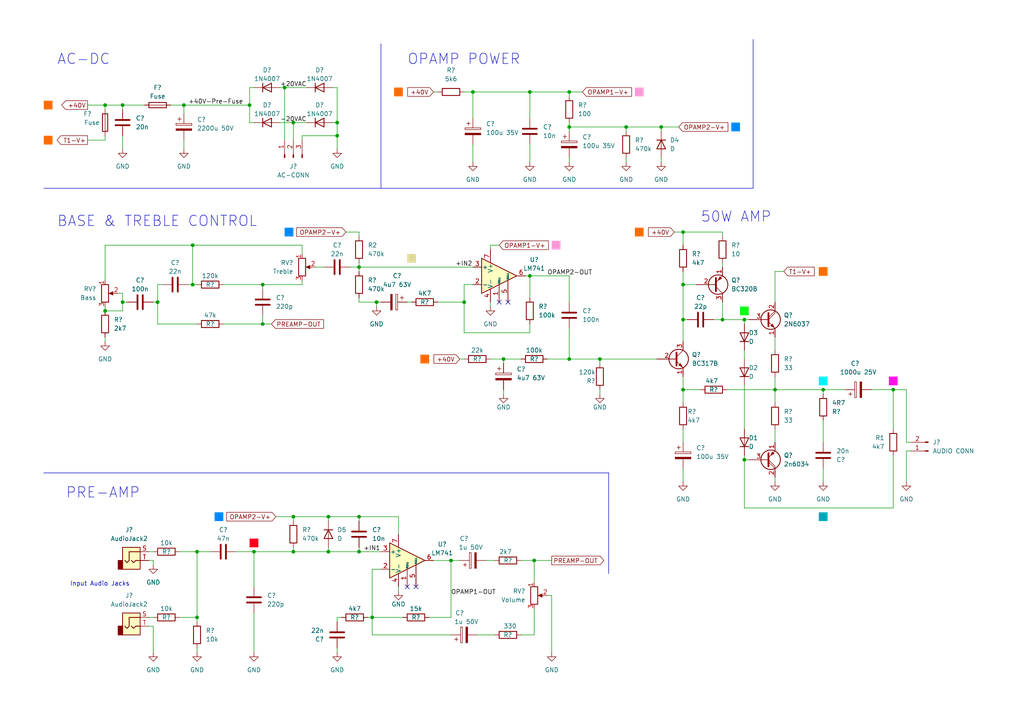
<source format=kicad_sch>
(kicad_sch (version 20230121) (generator eeschema)

  (uuid 27530565-81cd-40f7-854c-c14caee325da)

  (paper "A4")

  (title_block
    (title "Reverse Engineering")
    (rev "1600 ")
    (company "ALRON ")
  )

  (lib_symbols
    (symbol "Amplifier_Operational:LM741" (pin_names (offset 0.127)) (in_bom yes) (on_board yes)
      (property "Reference" "U" (at 0 6.35 0)
        (effects (font (size 1.27 1.27)) (justify left))
      )
      (property "Value" "LM741" (at 0 3.81 0)
        (effects (font (size 1.27 1.27)) (justify left))
      )
      (property "Footprint" "" (at 1.27 1.27 0)
        (effects (font (size 1.27 1.27)) hide)
      )
      (property "Datasheet" "http://www.ti.com/lit/ds/symlink/lm741.pdf" (at 3.81 3.81 0)
        (effects (font (size 1.27 1.27)) hide)
      )
      (property "ki_keywords" "single opamp" (at 0 0 0)
        (effects (font (size 1.27 1.27)) hide)
      )
      (property "ki_description" "Operational Amplifier, DIP-8/TO-99-8" (at 0 0 0)
        (effects (font (size 1.27 1.27)) hide)
      )
      (property "ki_fp_filters" "SOIC*3.9x4.9mm*P1.27mm* DIP*W7.62mm* TSSOP*3x3mm*P0.65mm*" (at 0 0 0)
        (effects (font (size 1.27 1.27)) hide)
      )
      (symbol "LM741_0_1"
        (polyline
          (pts
            (xy -5.08 5.08)
            (xy 5.08 0)
            (xy -5.08 -5.08)
            (xy -5.08 5.08)
          )
          (stroke (width 0.254) (type default))
          (fill (type background))
        )
      )
      (symbol "LM741_1_1"
        (pin input line (at 0 -7.62 90) (length 5.08)
          (name "NULL" (effects (font (size 0.508 0.508))))
          (number "1" (effects (font (size 1.27 1.27))))
        )
        (pin input line (at -7.62 -2.54 0) (length 2.54)
          (name "-" (effects (font (size 1.27 1.27))))
          (number "2" (effects (font (size 1.27 1.27))))
        )
        (pin input line (at -7.62 2.54 0) (length 2.54)
          (name "+" (effects (font (size 1.27 1.27))))
          (number "3" (effects (font (size 1.27 1.27))))
        )
        (pin power_in line (at -2.54 -7.62 90) (length 3.81)
          (name "V-" (effects (font (size 1.27 1.27))))
          (number "4" (effects (font (size 1.27 1.27))))
        )
        (pin input line (at 2.54 -7.62 90) (length 6.35)
          (name "NULL" (effects (font (size 0.508 0.508))))
          (number "5" (effects (font (size 1.27 1.27))))
        )
        (pin output line (at 7.62 0 180) (length 2.54)
          (name "~" (effects (font (size 1.27 1.27))))
          (number "6" (effects (font (size 1.27 1.27))))
        )
        (pin power_in line (at -2.54 7.62 270) (length 3.81)
          (name "V+" (effects (font (size 1.27 1.27))))
          (number "7" (effects (font (size 1.27 1.27))))
        )
        (pin no_connect line (at 0 2.54 270) (length 2.54) hide
          (name "NC" (effects (font (size 1.27 1.27))))
          (number "8" (effects (font (size 1.27 1.27))))
        )
      )
    )
    (symbol "Connector:AudioJack2" (in_bom yes) (on_board yes)
      (property "Reference" "J" (at 0 8.89 0)
        (effects (font (size 1.27 1.27)))
      )
      (property "Value" "AudioJack2" (at 0 6.35 0)
        (effects (font (size 1.27 1.27)))
      )
      (property "Footprint" "" (at 0 0 0)
        (effects (font (size 1.27 1.27)) hide)
      )
      (property "Datasheet" "~" (at 0 0 0)
        (effects (font (size 1.27 1.27)) hide)
      )
      (property "ki_keywords" "audio jack receptacle mono phone headphone TS connector" (at 0 0 0)
        (effects (font (size 1.27 1.27)) hide)
      )
      (property "ki_description" "Audio Jack, 2 Poles (Mono / TS)" (at 0 0 0)
        (effects (font (size 1.27 1.27)) hide)
      )
      (property "ki_fp_filters" "Jack*" (at 0 0 0)
        (effects (font (size 1.27 1.27)) hide)
      )
      (symbol "AudioJack2_0_1"
        (rectangle (start -3.81 0) (end -2.54 -2.54)
          (stroke (width 0.254) (type default))
          (fill (type outline))
        )
        (rectangle (start -2.54 3.81) (end 2.54 -2.54)
          (stroke (width 0.254) (type default))
          (fill (type background))
        )
        (polyline
          (pts
            (xy 0 0)
            (xy 0.635 -0.635)
            (xy 1.27 0)
            (xy 2.54 0)
          )
          (stroke (width 0.254) (type default))
          (fill (type none))
        )
        (polyline
          (pts
            (xy 2.54 2.54)
            (xy -0.635 2.54)
            (xy -0.635 0)
            (xy -1.27 -0.635)
            (xy -1.905 0)
          )
          (stroke (width 0.254) (type default))
          (fill (type none))
        )
      )
      (symbol "AudioJack2_1_1"
        (pin passive line (at 5.08 2.54 180) (length 2.54)
          (name "~" (effects (font (size 1.27 1.27))))
          (number "S" (effects (font (size 1.27 1.27))))
        )
        (pin passive line (at 5.08 0 180) (length 2.54)
          (name "~" (effects (font (size 1.27 1.27))))
          (number "T" (effects (font (size 1.27 1.27))))
        )
      )
    )
    (symbol "Connector:Conn_01x02_Male" (pin_names (offset 1.016) hide) (in_bom yes) (on_board yes)
      (property "Reference" "J" (at 0 2.54 0)
        (effects (font (size 1.27 1.27)))
      )
      (property "Value" "Conn_01x02_Male" (at 0 -5.08 0)
        (effects (font (size 1.27 1.27)))
      )
      (property "Footprint" "" (at 0 0 0)
        (effects (font (size 1.27 1.27)) hide)
      )
      (property "Datasheet" "~" (at 0 0 0)
        (effects (font (size 1.27 1.27)) hide)
      )
      (property "ki_keywords" "connector" (at 0 0 0)
        (effects (font (size 1.27 1.27)) hide)
      )
      (property "ki_description" "Generic connector, single row, 01x02, script generated (kicad-library-utils/schlib/autogen/connector/)" (at 0 0 0)
        (effects (font (size 1.27 1.27)) hide)
      )
      (property "ki_fp_filters" "Connector*:*_1x??_*" (at 0 0 0)
        (effects (font (size 1.27 1.27)) hide)
      )
      (symbol "Conn_01x02_Male_1_1"
        (polyline
          (pts
            (xy 1.27 -2.54)
            (xy 0.8636 -2.54)
          )
          (stroke (width 0.1524) (type default))
          (fill (type none))
        )
        (polyline
          (pts
            (xy 1.27 0)
            (xy 0.8636 0)
          )
          (stroke (width 0.1524) (type default))
          (fill (type none))
        )
        (rectangle (start 0.8636 -2.413) (end 0 -2.667)
          (stroke (width 0.1524) (type default))
          (fill (type outline))
        )
        (rectangle (start 0.8636 0.127) (end 0 -0.127)
          (stroke (width 0.1524) (type default))
          (fill (type outline))
        )
        (pin passive line (at 5.08 0 180) (length 3.81)
          (name "Pin_1" (effects (font (size 1.27 1.27))))
          (number "1" (effects (font (size 1.27 1.27))))
        )
        (pin passive line (at 5.08 -2.54 180) (length 3.81)
          (name "Pin_2" (effects (font (size 1.27 1.27))))
          (number "2" (effects (font (size 1.27 1.27))))
        )
      )
    )
    (symbol "Connector:Conn_01x03_Male" (pin_names (offset 1.016) hide) (in_bom yes) (on_board yes)
      (property "Reference" "J" (at 0 5.08 0)
        (effects (font (size 1.27 1.27)))
      )
      (property "Value" "Conn_01x03_Male" (at 0 -5.08 0)
        (effects (font (size 1.27 1.27)))
      )
      (property "Footprint" "" (at 0 0 0)
        (effects (font (size 1.27 1.27)) hide)
      )
      (property "Datasheet" "~" (at 0 0 0)
        (effects (font (size 1.27 1.27)) hide)
      )
      (property "ki_keywords" "connector" (at 0 0 0)
        (effects (font (size 1.27 1.27)) hide)
      )
      (property "ki_description" "Generic connector, single row, 01x03, script generated (kicad-library-utils/schlib/autogen/connector/)" (at 0 0 0)
        (effects (font (size 1.27 1.27)) hide)
      )
      (property "ki_fp_filters" "Connector*:*_1x??_*" (at 0 0 0)
        (effects (font (size 1.27 1.27)) hide)
      )
      (symbol "Conn_01x03_Male_1_1"
        (polyline
          (pts
            (xy 1.27 -2.54)
            (xy 0.8636 -2.54)
          )
          (stroke (width 0.1524) (type default))
          (fill (type none))
        )
        (polyline
          (pts
            (xy 1.27 0)
            (xy 0.8636 0)
          )
          (stroke (width 0.1524) (type default))
          (fill (type none))
        )
        (polyline
          (pts
            (xy 1.27 2.54)
            (xy 0.8636 2.54)
          )
          (stroke (width 0.1524) (type default))
          (fill (type none))
        )
        (rectangle (start 0.8636 -2.413) (end 0 -2.667)
          (stroke (width 0.1524) (type default))
          (fill (type outline))
        )
        (rectangle (start 0.8636 0.127) (end 0 -0.127)
          (stroke (width 0.1524) (type default))
          (fill (type outline))
        )
        (rectangle (start 0.8636 2.667) (end 0 2.413)
          (stroke (width 0.1524) (type default))
          (fill (type outline))
        )
        (pin passive line (at 5.08 2.54 180) (length 3.81)
          (name "Pin_1" (effects (font (size 1.27 1.27))))
          (number "1" (effects (font (size 1.27 1.27))))
        )
        (pin passive line (at 5.08 0 180) (length 3.81)
          (name "Pin_2" (effects (font (size 1.27 1.27))))
          (number "2" (effects (font (size 1.27 1.27))))
        )
        (pin passive line (at 5.08 -2.54 180) (length 3.81)
          (name "Pin_3" (effects (font (size 1.27 1.27))))
          (number "3" (effects (font (size 1.27 1.27))))
        )
      )
    )
    (symbol "Device:C" (pin_numbers hide) (pin_names (offset 0.254)) (in_bom yes) (on_board yes)
      (property "Reference" "C" (at 0.635 2.54 0)
        (effects (font (size 1.27 1.27)) (justify left))
      )
      (property "Value" "C" (at 0.635 -2.54 0)
        (effects (font (size 1.27 1.27)) (justify left))
      )
      (property "Footprint" "" (at 0.9652 -3.81 0)
        (effects (font (size 1.27 1.27)) hide)
      )
      (property "Datasheet" "~" (at 0 0 0)
        (effects (font (size 1.27 1.27)) hide)
      )
      (property "ki_keywords" "cap capacitor" (at 0 0 0)
        (effects (font (size 1.27 1.27)) hide)
      )
      (property "ki_description" "Unpolarized capacitor" (at 0 0 0)
        (effects (font (size 1.27 1.27)) hide)
      )
      (property "ki_fp_filters" "C_*" (at 0 0 0)
        (effects (font (size 1.27 1.27)) hide)
      )
      (symbol "C_0_1"
        (polyline
          (pts
            (xy -2.032 -0.762)
            (xy 2.032 -0.762)
          )
          (stroke (width 0.508) (type default))
          (fill (type none))
        )
        (polyline
          (pts
            (xy -2.032 0.762)
            (xy 2.032 0.762)
          )
          (stroke (width 0.508) (type default))
          (fill (type none))
        )
      )
      (symbol "C_1_1"
        (pin passive line (at 0 3.81 270) (length 2.794)
          (name "~" (effects (font (size 1.27 1.27))))
          (number "1" (effects (font (size 1.27 1.27))))
        )
        (pin passive line (at 0 -3.81 90) (length 2.794)
          (name "~" (effects (font (size 1.27 1.27))))
          (number "2" (effects (font (size 1.27 1.27))))
        )
      )
    )
    (symbol "Device:C_Polarized" (pin_numbers hide) (pin_names (offset 0.254)) (in_bom yes) (on_board yes)
      (property "Reference" "C" (at 0.635 2.54 0)
        (effects (font (size 1.27 1.27)) (justify left))
      )
      (property "Value" "C_Polarized" (at 0.635 -2.54 0)
        (effects (font (size 1.27 1.27)) (justify left))
      )
      (property "Footprint" "" (at 0.9652 -3.81 0)
        (effects (font (size 1.27 1.27)) hide)
      )
      (property "Datasheet" "~" (at 0 0 0)
        (effects (font (size 1.27 1.27)) hide)
      )
      (property "ki_keywords" "cap capacitor" (at 0 0 0)
        (effects (font (size 1.27 1.27)) hide)
      )
      (property "ki_description" "Polarized capacitor" (at 0 0 0)
        (effects (font (size 1.27 1.27)) hide)
      )
      (property "ki_fp_filters" "CP_*" (at 0 0 0)
        (effects (font (size 1.27 1.27)) hide)
      )
      (symbol "C_Polarized_0_1"
        (rectangle (start -2.286 0.508) (end 2.286 1.016)
          (stroke (width 0) (type default))
          (fill (type none))
        )
        (polyline
          (pts
            (xy -1.778 2.286)
            (xy -0.762 2.286)
          )
          (stroke (width 0) (type default))
          (fill (type none))
        )
        (polyline
          (pts
            (xy -1.27 2.794)
            (xy -1.27 1.778)
          )
          (stroke (width 0) (type default))
          (fill (type none))
        )
        (rectangle (start 2.286 -0.508) (end -2.286 -1.016)
          (stroke (width 0) (type default))
          (fill (type outline))
        )
      )
      (symbol "C_Polarized_1_1"
        (pin passive line (at 0 3.81 270) (length 2.794)
          (name "~" (effects (font (size 1.27 1.27))))
          (number "1" (effects (font (size 1.27 1.27))))
        )
        (pin passive line (at 0 -3.81 90) (length 2.794)
          (name "~" (effects (font (size 1.27 1.27))))
          (number "2" (effects (font (size 1.27 1.27))))
        )
      )
    )
    (symbol "Device:D" (pin_numbers hide) (pin_names (offset 1.016) hide) (in_bom yes) (on_board yes)
      (property "Reference" "D" (at 0 2.54 0)
        (effects (font (size 1.27 1.27)))
      )
      (property "Value" "D" (at 0 -2.54 0)
        (effects (font (size 1.27 1.27)))
      )
      (property "Footprint" "" (at 0 0 0)
        (effects (font (size 1.27 1.27)) hide)
      )
      (property "Datasheet" "~" (at 0 0 0)
        (effects (font (size 1.27 1.27)) hide)
      )
      (property "Sim.Device" "D" (at 0 0 0)
        (effects (font (size 1.27 1.27)) hide)
      )
      (property "Sim.Pins" "1=K 2=A" (at 0 0 0)
        (effects (font (size 1.27 1.27)) hide)
      )
      (property "ki_keywords" "diode" (at 0 0 0)
        (effects (font (size 1.27 1.27)) hide)
      )
      (property "ki_description" "Diode" (at 0 0 0)
        (effects (font (size 1.27 1.27)) hide)
      )
      (property "ki_fp_filters" "TO-???* *_Diode_* *SingleDiode* D_*" (at 0 0 0)
        (effects (font (size 1.27 1.27)) hide)
      )
      (symbol "D_0_1"
        (polyline
          (pts
            (xy -1.27 1.27)
            (xy -1.27 -1.27)
          )
          (stroke (width 0.254) (type default))
          (fill (type none))
        )
        (polyline
          (pts
            (xy 1.27 0)
            (xy -1.27 0)
          )
          (stroke (width 0) (type default))
          (fill (type none))
        )
        (polyline
          (pts
            (xy 1.27 1.27)
            (xy 1.27 -1.27)
            (xy -1.27 0)
            (xy 1.27 1.27)
          )
          (stroke (width 0.254) (type default))
          (fill (type none))
        )
      )
      (symbol "D_1_1"
        (pin passive line (at -3.81 0 0) (length 2.54)
          (name "K" (effects (font (size 1.27 1.27))))
          (number "1" (effects (font (size 1.27 1.27))))
        )
        (pin passive line (at 3.81 0 180) (length 2.54)
          (name "A" (effects (font (size 1.27 1.27))))
          (number "2" (effects (font (size 1.27 1.27))))
        )
      )
    )
    (symbol "Device:Fuse" (pin_numbers hide) (pin_names (offset 0)) (in_bom yes) (on_board yes)
      (property "Reference" "F" (at 2.032 0 90)
        (effects (font (size 1.27 1.27)))
      )
      (property "Value" "Fuse" (at -1.905 0 90)
        (effects (font (size 1.27 1.27)))
      )
      (property "Footprint" "" (at -1.778 0 90)
        (effects (font (size 1.27 1.27)) hide)
      )
      (property "Datasheet" "~" (at 0 0 0)
        (effects (font (size 1.27 1.27)) hide)
      )
      (property "ki_keywords" "fuse" (at 0 0 0)
        (effects (font (size 1.27 1.27)) hide)
      )
      (property "ki_description" "Fuse" (at 0 0 0)
        (effects (font (size 1.27 1.27)) hide)
      )
      (property "ki_fp_filters" "*Fuse*" (at 0 0 0)
        (effects (font (size 1.27 1.27)) hide)
      )
      (symbol "Fuse_0_1"
        (rectangle (start -0.762 -2.54) (end 0.762 2.54)
          (stroke (width 0.254) (type default))
          (fill (type none))
        )
        (polyline
          (pts
            (xy 0 2.54)
            (xy 0 -2.54)
          )
          (stroke (width 0) (type default))
          (fill (type none))
        )
      )
      (symbol "Fuse_1_1"
        (pin passive line (at 0 3.81 270) (length 1.27)
          (name "~" (effects (font (size 1.27 1.27))))
          (number "1" (effects (font (size 1.27 1.27))))
        )
        (pin passive line (at 0 -3.81 90) (length 1.27)
          (name "~" (effects (font (size 1.27 1.27))))
          (number "2" (effects (font (size 1.27 1.27))))
        )
      )
    )
    (symbol "Device:Q_NPN_Darlington_ECB" (pin_names (offset 0) hide) (in_bom yes) (on_board yes)
      (property "Reference" "Q" (at 4.572 1.27 0)
        (effects (font (size 1.27 1.27)) (justify left))
      )
      (property "Value" "Q_NPN_Darlington_ECB" (at 4.572 -1.27 0)
        (effects (font (size 1.27 1.27)) (justify left))
      )
      (property "Footprint" "" (at 5.08 2.54 0)
        (effects (font (size 1.27 1.27)) hide)
      )
      (property "Datasheet" "~" (at 0 0 0)
        (effects (font (size 1.27 1.27)) hide)
      )
      (property "ki_keywords" "transistor NPN Darlington" (at 0 0 0)
        (effects (font (size 1.27 1.27)) hide)
      )
      (property "ki_description" "NPN Darlington transistor, emitter/collector/base" (at 0 0 0)
        (effects (font (size 1.27 1.27)) hide)
      )
      (symbol "Q_NPN_Darlington_ECB_0_1"
        (polyline
          (pts
            (xy 0.635 0.635)
            (xy 2.54 2.54)
          )
          (stroke (width 0) (type default))
          (fill (type none))
        )
        (polyline
          (pts
            (xy 0.635 -0.635)
            (xy 2.54 -2.54)
            (xy 2.54 -2.54)
          )
          (stroke (width 0) (type default))
          (fill (type none))
        )
        (polyline
          (pts
            (xy 0.635 0)
            (xy 2.54 1.905)
            (xy 2.54 2.54)
          )
          (stroke (width 0) (type default))
          (fill (type none))
        )
        (polyline
          (pts
            (xy 0.635 1.905)
            (xy 0.635 -1.905)
            (xy 0.635 -1.905)
          )
          (stroke (width 0.508) (type default))
          (fill (type none))
        )
        (polyline
          (pts
            (xy 1.27 -1.778)
            (xy 1.778 -1.27)
            (xy 2.286 -2.286)
            (xy 1.27 -1.778)
            (xy 1.27 -1.778)
          )
          (stroke (width 0) (type default))
          (fill (type outline))
        )
        (circle (center 1.27 0) (radius 2.8194)
          (stroke (width 0.254) (type default))
          (fill (type none))
        )
      )
      (symbol "Q_NPN_Darlington_ECB_1_1"
        (pin passive line (at 2.54 -5.08 90) (length 2.54)
          (name "E" (effects (font (size 1.27 1.27))))
          (number "1" (effects (font (size 1.27 1.27))))
        )
        (pin passive line (at 2.54 5.08 270) (length 2.54)
          (name "C" (effects (font (size 1.27 1.27))))
          (number "2" (effects (font (size 1.27 1.27))))
        )
        (pin passive line (at -5.08 0 0) (length 5.715)
          (name "B" (effects (font (size 1.27 1.27))))
          (number "3" (effects (font (size 1.27 1.27))))
        )
      )
    )
    (symbol "Device:Q_NPN_EBC" (pin_names (offset 0) hide) (in_bom yes) (on_board yes)
      (property "Reference" "Q" (at 5.08 1.27 0)
        (effects (font (size 1.27 1.27)) (justify left))
      )
      (property "Value" "Q_NPN_EBC" (at 5.08 -1.27 0)
        (effects (font (size 1.27 1.27)) (justify left))
      )
      (property "Footprint" "" (at 5.08 2.54 0)
        (effects (font (size 1.27 1.27)) hide)
      )
      (property "Datasheet" "~" (at 0 0 0)
        (effects (font (size 1.27 1.27)) hide)
      )
      (property "ki_keywords" "transistor NPN" (at 0 0 0)
        (effects (font (size 1.27 1.27)) hide)
      )
      (property "ki_description" "NPN transistor, emitter/base/collector" (at 0 0 0)
        (effects (font (size 1.27 1.27)) hide)
      )
      (symbol "Q_NPN_EBC_0_1"
        (polyline
          (pts
            (xy 0.635 0.635)
            (xy 2.54 2.54)
          )
          (stroke (width 0) (type default))
          (fill (type none))
        )
        (polyline
          (pts
            (xy 0.635 -0.635)
            (xy 2.54 -2.54)
            (xy 2.54 -2.54)
          )
          (stroke (width 0) (type default))
          (fill (type none))
        )
        (polyline
          (pts
            (xy 0.635 1.905)
            (xy 0.635 -1.905)
            (xy 0.635 -1.905)
          )
          (stroke (width 0.508) (type default))
          (fill (type none))
        )
        (polyline
          (pts
            (xy 1.27 -1.778)
            (xy 1.778 -1.27)
            (xy 2.286 -2.286)
            (xy 1.27 -1.778)
            (xy 1.27 -1.778)
          )
          (stroke (width 0) (type default))
          (fill (type outline))
        )
        (circle (center 1.27 0) (radius 2.8194)
          (stroke (width 0.254) (type default))
          (fill (type none))
        )
      )
      (symbol "Q_NPN_EBC_1_1"
        (pin passive line (at 2.54 -5.08 90) (length 2.54)
          (name "E" (effects (font (size 1.27 1.27))))
          (number "1" (effects (font (size 1.27 1.27))))
        )
        (pin passive line (at -5.08 0 0) (length 5.715)
          (name "B" (effects (font (size 1.27 1.27))))
          (number "2" (effects (font (size 1.27 1.27))))
        )
        (pin passive line (at 2.54 5.08 270) (length 2.54)
          (name "C" (effects (font (size 1.27 1.27))))
          (number "3" (effects (font (size 1.27 1.27))))
        )
      )
    )
    (symbol "Device:Q_PNP_Darlington_ECB" (pin_names (offset 0) hide) (in_bom yes) (on_board yes)
      (property "Reference" "Q" (at 4.572 1.27 0)
        (effects (font (size 1.27 1.27)) (justify left))
      )
      (property "Value" "Q_PNP_Darlington_ECB" (at 4.572 -1.27 0)
        (effects (font (size 1.27 1.27)) (justify left))
      )
      (property "Footprint" "" (at 5.08 2.54 0)
        (effects (font (size 1.27 1.27)) hide)
      )
      (property "Datasheet" "~" (at 0 0 0)
        (effects (font (size 1.27 1.27)) hide)
      )
      (property "ki_keywords" "transistor PNP Darlington" (at 0 0 0)
        (effects (font (size 1.27 1.27)) hide)
      )
      (property "ki_description" "PNP Darlington transistor, emitter/collector/base" (at 0 0 0)
        (effects (font (size 1.27 1.27)) hide)
      )
      (symbol "Q_PNP_Darlington_ECB_0_1"
        (polyline
          (pts
            (xy 0.635 0.635)
            (xy 2.54 2.54)
          )
          (stroke (width 0) (type default))
          (fill (type none))
        )
        (polyline
          (pts
            (xy 0.635 -0.635)
            (xy 2.54 -2.54)
            (xy 2.54 -2.54)
          )
          (stroke (width 0) (type default))
          (fill (type none))
        )
        (polyline
          (pts
            (xy 0.635 0)
            (xy 2.54 1.905)
            (xy 2.54 2.54)
          )
          (stroke (width 0) (type default))
          (fill (type none))
        )
        (polyline
          (pts
            (xy 0.635 1.905)
            (xy 0.635 -1.905)
            (xy 0.635 -1.905)
          )
          (stroke (width 0.508) (type default))
          (fill (type none))
        )
        (polyline
          (pts
            (xy 2.286 -1.778)
            (xy 1.778 -2.286)
            (xy 1.27 -1.27)
            (xy 2.286 -1.778)
            (xy 2.286 -1.778)
          )
          (stroke (width 0) (type default))
          (fill (type outline))
        )
        (circle (center 1.27 0) (radius 2.8194)
          (stroke (width 0.254) (type default))
          (fill (type none))
        )
      )
      (symbol "Q_PNP_Darlington_ECB_1_1"
        (pin passive line (at 2.54 -5.08 90) (length 2.54)
          (name "E" (effects (font (size 1.27 1.27))))
          (number "1" (effects (font (size 1.27 1.27))))
        )
        (pin passive line (at 2.54 5.08 270) (length 2.54)
          (name "C" (effects (font (size 1.27 1.27))))
          (number "2" (effects (font (size 1.27 1.27))))
        )
        (pin input line (at -5.08 0 0) (length 5.715)
          (name "B" (effects (font (size 1.27 1.27))))
          (number "3" (effects (font (size 1.27 1.27))))
        )
      )
    )
    (symbol "Device:Q_PNP_EBC" (pin_names (offset 0) hide) (in_bom yes) (on_board yes)
      (property "Reference" "Q" (at 5.08 1.27 0)
        (effects (font (size 1.27 1.27)) (justify left))
      )
      (property "Value" "Q_PNP_EBC" (at 5.08 -1.27 0)
        (effects (font (size 1.27 1.27)) (justify left))
      )
      (property "Footprint" "" (at 5.08 2.54 0)
        (effects (font (size 1.27 1.27)) hide)
      )
      (property "Datasheet" "~" (at 0 0 0)
        (effects (font (size 1.27 1.27)) hide)
      )
      (property "ki_keywords" "transistor PNP" (at 0 0 0)
        (effects (font (size 1.27 1.27)) hide)
      )
      (property "ki_description" "PNP transistor, emitter/base/collector" (at 0 0 0)
        (effects (font (size 1.27 1.27)) hide)
      )
      (symbol "Q_PNP_EBC_0_1"
        (polyline
          (pts
            (xy 0.635 0.635)
            (xy 2.54 2.54)
          )
          (stroke (width 0) (type default))
          (fill (type none))
        )
        (polyline
          (pts
            (xy 0.635 -0.635)
            (xy 2.54 -2.54)
            (xy 2.54 -2.54)
          )
          (stroke (width 0) (type default))
          (fill (type none))
        )
        (polyline
          (pts
            (xy 0.635 1.905)
            (xy 0.635 -1.905)
            (xy 0.635 -1.905)
          )
          (stroke (width 0.508) (type default))
          (fill (type none))
        )
        (polyline
          (pts
            (xy 2.286 -1.778)
            (xy 1.778 -2.286)
            (xy 1.27 -1.27)
            (xy 2.286 -1.778)
            (xy 2.286 -1.778)
          )
          (stroke (width 0) (type default))
          (fill (type outline))
        )
        (circle (center 1.27 0) (radius 2.8194)
          (stroke (width 0.254) (type default))
          (fill (type none))
        )
      )
      (symbol "Q_PNP_EBC_1_1"
        (pin passive line (at 2.54 -5.08 90) (length 2.54)
          (name "E" (effects (font (size 1.27 1.27))))
          (number "1" (effects (font (size 1.27 1.27))))
        )
        (pin input line (at -5.08 0 0) (length 5.715)
          (name "B" (effects (font (size 1.27 1.27))))
          (number "2" (effects (font (size 1.27 1.27))))
        )
        (pin passive line (at 2.54 5.08 270) (length 2.54)
          (name "C" (effects (font (size 1.27 1.27))))
          (number "3" (effects (font (size 1.27 1.27))))
        )
      )
    )
    (symbol "Device:R" (pin_numbers hide) (pin_names (offset 0)) (in_bom yes) (on_board yes)
      (property "Reference" "R" (at 2.032 0 90)
        (effects (font (size 1.27 1.27)))
      )
      (property "Value" "R" (at 0 0 90)
        (effects (font (size 1.27 1.27)))
      )
      (property "Footprint" "" (at -1.778 0 90)
        (effects (font (size 1.27 1.27)) hide)
      )
      (property "Datasheet" "~" (at 0 0 0)
        (effects (font (size 1.27 1.27)) hide)
      )
      (property "ki_keywords" "R res resistor" (at 0 0 0)
        (effects (font (size 1.27 1.27)) hide)
      )
      (property "ki_description" "Resistor" (at 0 0 0)
        (effects (font (size 1.27 1.27)) hide)
      )
      (property "ki_fp_filters" "R_*" (at 0 0 0)
        (effects (font (size 1.27 1.27)) hide)
      )
      (symbol "R_0_1"
        (rectangle (start -1.016 -2.54) (end 1.016 2.54)
          (stroke (width 0.254) (type default))
          (fill (type none))
        )
      )
      (symbol "R_1_1"
        (pin passive line (at 0 3.81 270) (length 1.27)
          (name "~" (effects (font (size 1.27 1.27))))
          (number "1" (effects (font (size 1.27 1.27))))
        )
        (pin passive line (at 0 -3.81 90) (length 1.27)
          (name "~" (effects (font (size 1.27 1.27))))
          (number "2" (effects (font (size 1.27 1.27))))
        )
      )
    )
    (symbol "Device:R_Potentiometer" (pin_names (offset 1.016) hide) (in_bom yes) (on_board yes)
      (property "Reference" "RV" (at -4.445 0 90)
        (effects (font (size 1.27 1.27)))
      )
      (property "Value" "R_Potentiometer" (at -2.54 0 90)
        (effects (font (size 1.27 1.27)))
      )
      (property "Footprint" "" (at 0 0 0)
        (effects (font (size 1.27 1.27)) hide)
      )
      (property "Datasheet" "~" (at 0 0 0)
        (effects (font (size 1.27 1.27)) hide)
      )
      (property "ki_keywords" "resistor variable" (at 0 0 0)
        (effects (font (size 1.27 1.27)) hide)
      )
      (property "ki_description" "Potentiometer" (at 0 0 0)
        (effects (font (size 1.27 1.27)) hide)
      )
      (property "ki_fp_filters" "Potentiometer*" (at 0 0 0)
        (effects (font (size 1.27 1.27)) hide)
      )
      (symbol "R_Potentiometer_0_1"
        (polyline
          (pts
            (xy 2.54 0)
            (xy 1.524 0)
          )
          (stroke (width 0) (type default))
          (fill (type none))
        )
        (polyline
          (pts
            (xy 1.143 0)
            (xy 2.286 0.508)
            (xy 2.286 -0.508)
            (xy 1.143 0)
          )
          (stroke (width 0) (type default))
          (fill (type outline))
        )
        (rectangle (start 1.016 2.54) (end -1.016 -2.54)
          (stroke (width 0.254) (type default))
          (fill (type none))
        )
      )
      (symbol "R_Potentiometer_1_1"
        (pin passive line (at 0 3.81 270) (length 1.27)
          (name "1" (effects (font (size 1.27 1.27))))
          (number "1" (effects (font (size 1.27 1.27))))
        )
        (pin passive line (at 3.81 0 180) (length 1.27)
          (name "2" (effects (font (size 1.27 1.27))))
          (number "2" (effects (font (size 1.27 1.27))))
        )
        (pin passive line (at 0 -3.81 90) (length 1.27)
          (name "3" (effects (font (size 1.27 1.27))))
          (number "3" (effects (font (size 1.27 1.27))))
        )
      )
    )
    (symbol "Diode:1N4007" (pin_numbers hide) (pin_names (offset 1.016) hide) (in_bom yes) (on_board yes)
      (property "Reference" "D" (at 0 2.54 0)
        (effects (font (size 1.27 1.27)))
      )
      (property "Value" "1N4007" (at 0 -2.54 0)
        (effects (font (size 1.27 1.27)))
      )
      (property "Footprint" "Diode_THT:D_DO-41_SOD81_P10.16mm_Horizontal" (at 0 -4.445 0)
        (effects (font (size 1.27 1.27)) hide)
      )
      (property "Datasheet" "http://www.vishay.com/docs/88503/1n4001.pdf" (at 0 0 0)
        (effects (font (size 1.27 1.27)) hide)
      )
      (property "ki_keywords" "diode" (at 0 0 0)
        (effects (font (size 1.27 1.27)) hide)
      )
      (property "ki_description" "1000V 1A General Purpose Rectifier Diode, DO-41" (at 0 0 0)
        (effects (font (size 1.27 1.27)) hide)
      )
      (property "ki_fp_filters" "D*DO?41*" (at 0 0 0)
        (effects (font (size 1.27 1.27)) hide)
      )
      (symbol "1N4007_0_1"
        (polyline
          (pts
            (xy -1.27 1.27)
            (xy -1.27 -1.27)
          )
          (stroke (width 0.254) (type default))
          (fill (type none))
        )
        (polyline
          (pts
            (xy 1.27 0)
            (xy -1.27 0)
          )
          (stroke (width 0) (type default))
          (fill (type none))
        )
        (polyline
          (pts
            (xy 1.27 1.27)
            (xy 1.27 -1.27)
            (xy -1.27 0)
            (xy 1.27 1.27)
          )
          (stroke (width 0.254) (type default))
          (fill (type none))
        )
      )
      (symbol "1N4007_1_1"
        (pin passive line (at -3.81 0 0) (length 2.54)
          (name "K" (effects (font (size 1.27 1.27))))
          (number "1" (effects (font (size 1.27 1.27))))
        )
        (pin passive line (at 3.81 0 180) (length 2.54)
          (name "A" (effects (font (size 1.27 1.27))))
          (number "2" (effects (font (size 1.27 1.27))))
        )
      )
    )
    (symbol "power:GND" (power) (pin_names (offset 0)) (in_bom yes) (on_board yes)
      (property "Reference" "#PWR" (at 0 -6.35 0)
        (effects (font (size 1.27 1.27)) hide)
      )
      (property "Value" "GND" (at 0 -3.81 0)
        (effects (font (size 1.27 1.27)))
      )
      (property "Footprint" "" (at 0 0 0)
        (effects (font (size 1.27 1.27)) hide)
      )
      (property "Datasheet" "" (at 0 0 0)
        (effects (font (size 1.27 1.27)) hide)
      )
      (property "ki_keywords" "power-flag" (at 0 0 0)
        (effects (font (size 1.27 1.27)) hide)
      )
      (property "ki_description" "Power symbol creates a global label with name \"GND\" , ground" (at 0 0 0)
        (effects (font (size 1.27 1.27)) hide)
      )
      (symbol "GND_0_1"
        (polyline
          (pts
            (xy 0 0)
            (xy 0 -1.27)
            (xy 1.27 -1.27)
            (xy 0 -2.54)
            (xy -1.27 -1.27)
            (xy 0 -1.27)
          )
          (stroke (width 0) (type default))
          (fill (type none))
        )
      )
      (symbol "GND_1_1"
        (pin power_in line (at 0 0 270) (length 0) hide
          (name "GND" (effects (font (size 1.27 1.27))))
          (number "1" (effects (font (size 1.27 1.27))))
        )
      )
    )
  )

  (junction (at 104.14 149.86) (diameter 0) (color 0 0 0 0)
    (uuid 0943626c-b189-42c9-8905-262f04262109)
  )
  (junction (at 76.2 82.55) (diameter 0) (color 0 0 0 0)
    (uuid 09efdaa6-cfc1-4aee-9218-7317f0f3a0c2)
  )
  (junction (at 137.16 26.67) (diameter 0) (color 0 0 0 0)
    (uuid 10e2e470-6880-4e00-962c-fbb000ab77e8)
  )
  (junction (at 76.2 93.98) (diameter 0) (color 0 0 0 0)
    (uuid 13e0d1d9-f2d3-4ef0-b710-09b110ae5570)
  )
  (junction (at 198.12 92.71) (diameter 0) (color 0 0 0 0)
    (uuid 197e2064-4bca-4c4e-b5d7-d82b03bc8579)
  )
  (junction (at 173.99 104.14) (diameter 0) (color 0 0 0 0)
    (uuid 1dca4f8c-7a4c-47b9-9fe0-ae97ea01c8b2)
  )
  (junction (at 130.81 162.56) (diameter 0) (color 0 0 0 0)
    (uuid 2805678a-4947-48b1-b47e-3abe2a160bf2)
  )
  (junction (at 55.88 82.55) (diameter 0) (color 0 0 0 0)
    (uuid 2a879e1b-9ef1-4350-9037-fe9adabb26bb)
  )
  (junction (at 53.34 30.48) (diameter 0) (color 0 0 0 0)
    (uuid 2b1ee87c-9cad-40f3-a728-e4c71a8da252)
  )
  (junction (at 30.48 30.48) (diameter 0) (color 0 0 0 0)
    (uuid 31ccc38f-8eed-403d-a38e-739d6d4d9ebf)
  )
  (junction (at 73.66 160.02) (diameter 0) (color 0 0 0 0)
    (uuid 367569a6-1641-411e-a18d-24f9210b7064)
  )
  (junction (at 35.56 87.63) (diameter 0) (color 0 0 0 0)
    (uuid 37a266ca-b3ba-4445-a05f-a0ba4a1a0267)
  )
  (junction (at 209.55 92.71) (diameter 0) (color 0 0 0 0)
    (uuid 3ed5b8e5-69a1-46db-ba58-682f4866f706)
  )
  (junction (at 30.48 90.17) (diameter 0) (color 0 0 0 0)
    (uuid 3f8475eb-fa8d-4f05-b642-c0f97c8569bb)
  )
  (junction (at 146.05 104.14) (diameter 0) (color 0 0 0 0)
    (uuid 465b97fe-3077-48f0-9914-0fdae8224076)
  )
  (junction (at 55.88 71.12) (diameter 0) (color 0 0 0 0)
    (uuid 4ba8e208-ff81-4a48-b413-2ae043a45e01)
  )
  (junction (at 165.1 36.83) (diameter 0) (color 0 0 0 0)
    (uuid 4c466efc-0bd9-4580-8da0-7cbf70ccd060)
  )
  (junction (at 97.79 39.37) (diameter 0) (color 0 0 0 0)
    (uuid 4fd1fb4a-78f3-49b2-b751-1a09a83a5d58)
  )
  (junction (at 85.09 35.56) (diameter 0) (color 0 0 0 0)
    (uuid 50788b25-aa48-44dd-9f56-6951eef7a3f5)
  )
  (junction (at 153.67 80.01) (diameter 0) (color 0 0 0 0)
    (uuid 5a6b9487-1bc0-497e-89e0-f6ee9fb150f6)
  )
  (junction (at 57.15 160.02) (diameter 0) (color 0 0 0 0)
    (uuid 5e19123a-35f8-492a-b4e4-9fd0a65b9893)
  )
  (junction (at 154.94 162.56) (diameter 0) (color 0 0 0 0)
    (uuid 6c2fe5f9-a64d-43a7-b3c7-2dae64ba1074)
  )
  (junction (at 181.61 36.83) (diameter 0) (color 0 0 0 0)
    (uuid 743bb063-dfc5-42d7-a0bd-267b30ef434d)
  )
  (junction (at 259.08 113.03) (diameter 0) (color 0 0 0 0)
    (uuid 8118cd4a-c8c8-49f7-ab61-43999f3443f9)
  )
  (junction (at 165.1 26.67) (diameter 0) (color 0 0 0 0)
    (uuid 898591dd-ec9a-4fe9-a4c4-698e452a32b0)
  )
  (junction (at 82.55 25.4) (diameter 0) (color 0 0 0 0)
    (uuid 8b2dd921-1d1d-4b76-970c-c83fc49e69fe)
  )
  (junction (at 153.67 26.67) (diameter 0) (color 0 0 0 0)
    (uuid 8dee0d0c-5a21-4bf7-bdab-e90c87b51255)
  )
  (junction (at 191.77 36.83) (diameter 0) (color 0 0 0 0)
    (uuid 94936370-37dd-4104-9700-39a9f7913737)
  )
  (junction (at 35.56 30.48) (diameter 0) (color 0 0 0 0)
    (uuid a2ddd41a-0ab7-4a15-9cce-32803dc63a18)
  )
  (junction (at 165.1 104.14) (diameter 0) (color 0 0 0 0)
    (uuid a9ab9880-302e-440d-ba49-dc1a9a84b964)
  )
  (junction (at 215.9 133.35) (diameter 0) (color 0 0 0 0)
    (uuid aabc7a4f-a726-493c-bdc6-7b850fd8ce5e)
  )
  (junction (at 95.25 160.02) (diameter 0) (color 0 0 0 0)
    (uuid ac6a5610-4a51-44a4-bbb8-cd9951f6af7b)
  )
  (junction (at 107.95 179.07) (diameter 0) (color 0 0 0 0)
    (uuid af5395ec-cf0e-46ae-b7fb-70888a5c9148)
  )
  (junction (at 198.12 67.31) (diameter 0) (color 0 0 0 0)
    (uuid c009da04-e885-400a-80ca-dfdbb8f9fc45)
  )
  (junction (at 104.14 160.02) (diameter 0) (color 0 0 0 0)
    (uuid c15a2045-2eeb-42e1-ae55-2465c57cdcb6)
  )
  (junction (at 104.14 77.47) (diameter 0) (color 0 0 0 0)
    (uuid c42835b7-4088-4b92-8322-43928f68badb)
  )
  (junction (at 85.09 149.86) (diameter 0) (color 0 0 0 0)
    (uuid c57070ee-e8c6-4d90-adcd-4f76d1b1eb02)
  )
  (junction (at 97.79 35.56) (diameter 0) (color 0 0 0 0)
    (uuid c7115c88-6f78-43f3-ac67-bf31139fdb7a)
  )
  (junction (at 95.25 149.86) (diameter 0) (color 0 0 0 0)
    (uuid c84d96ee-3f44-4413-9ea4-96b6495df47a)
  )
  (junction (at 72.39 30.48) (diameter 0) (color 0 0 0 0)
    (uuid cc6f7f58-bd35-4af1-87af-d5ee237abb67)
  )
  (junction (at 198.12 82.55) (diameter 0) (color 0 0 0 0)
    (uuid ccc593f5-ce54-4203-956d-62171ee5c238)
  )
  (junction (at 109.22 87.63) (diameter 0) (color 0 0 0 0)
    (uuid d7a65929-3f25-4315-996c-0bee413a7a40)
  )
  (junction (at 224.79 113.03) (diameter 0) (color 0 0 0 0)
    (uuid dd353645-0fa1-4c1c-b903-11a64b064ca5)
  )
  (junction (at 238.76 113.03) (diameter 0) (color 0 0 0 0)
    (uuid e0b63456-d953-403e-b508-5bf4f7662865)
  )
  (junction (at 198.12 113.03) (diameter 0) (color 0 0 0 0)
    (uuid e1638fcc-e0f8-4124-a18f-75b5eeecb432)
  )
  (junction (at 134.62 87.63) (diameter 0) (color 0 0 0 0)
    (uuid e3f758ee-dee5-40bf-8582-4bf150ce7f03)
  )
  (junction (at 85.09 160.02) (diameter 0) (color 0 0 0 0)
    (uuid efcb3ec5-93fa-4c4d-a4d7-3905e55e7f4b)
  )
  (junction (at 215.9 92.71) (diameter 0) (color 0 0 0 0)
    (uuid f19f6f09-6107-47a4-9eae-7f85ac5ff34a)
  )
  (junction (at 45.72 87.63) (diameter 0) (color 0 0 0 0)
    (uuid f9c1ba9e-fc9a-4e08-8d27-1c07420d601d)
  )
  (junction (at 57.15 179.07) (diameter 0) (color 0 0 0 0)
    (uuid fd565724-343c-48a1-b69e-ba4282c1e821)
  )

  (no_connect (at 144.78 87.63) (uuid 74d3d464-5a20-433e-8bce-e803139936f8))
  (no_connect (at 147.32 87.63) (uuid 74d3d464-5a20-433e-8bce-e803139936f9))
  (no_connect (at 118.11 170.18) (uuid 9ac7e641-6d1d-435e-bea7-08873e36bfea))
  (no_connect (at 120.65 170.18) (uuid ae6abdc7-c356-42e4-89c2-162d2d99b0a3))

  (wire (pts (xy 181.61 38.1) (xy 181.61 36.83))
    (stroke (width 0) (type default))
    (uuid 0012c4a6-d61e-40ba-b6af-01d9e3c7dc9d)
  )
  (wire (pts (xy 209.55 76.2) (xy 209.55 77.47))
    (stroke (width 0) (type default))
    (uuid 0108d747-03e0-4c59-847a-bce35fc96172)
  )
  (wire (pts (xy 30.48 71.12) (xy 55.88 71.12))
    (stroke (width 0) (type default))
    (uuid 0339bcb2-0613-4e81-86f7-6eb6c4b4c9d6)
  )
  (wire (pts (xy 262.89 130.81) (xy 264.16 130.81))
    (stroke (width 0) (type default))
    (uuid 037b9371-6af5-4c30-a5af-eda9078796ba)
  )
  (wire (pts (xy 252.73 113.03) (xy 259.08 113.03))
    (stroke (width 0) (type default))
    (uuid 03d3fe59-01bc-4413-9b5e-c704d07b6cdb)
  )
  (wire (pts (xy 44.45 87.63) (xy 45.72 87.63))
    (stroke (width 0) (type default))
    (uuid 05775e87-81d4-4e09-8b18-492d37fece31)
  )
  (wire (pts (xy 134.62 26.67) (xy 137.16 26.67))
    (stroke (width 0) (type default))
    (uuid 064c8c13-2740-47e4-832a-0c26169e542e)
  )
  (wire (pts (xy 85.09 149.86) (xy 95.25 149.86))
    (stroke (width 0) (type default))
    (uuid 070ab311-79ed-438a-9db0-d158d1cfb432)
  )
  (wire (pts (xy 134.62 87.63) (xy 134.62 96.52))
    (stroke (width 0) (type default))
    (uuid 0727d636-c911-4108-9514-c2d5fdb5bee8)
  )
  (wire (pts (xy 104.14 67.31) (xy 104.14 68.58))
    (stroke (width 0) (type default))
    (uuid 08fa4201-b127-432a-a7ee-0558ae74fdfa)
  )
  (wire (pts (xy 173.99 113.03) (xy 173.99 114.3))
    (stroke (width 0) (type default))
    (uuid 09707985-6e55-4c22-aa79-06e6eef77375)
  )
  (wire (pts (xy 238.76 135.89) (xy 238.76 139.7))
    (stroke (width 0) (type default))
    (uuid 09b6ad55-e1af-4286-955b-37cfdede411b)
  )
  (wire (pts (xy 87.63 82.55) (xy 76.2 82.55))
    (stroke (width 0) (type default))
    (uuid 0a6bb544-9668-49f9-8168-477cb5c7c36a)
  )
  (wire (pts (xy 217.17 133.35) (xy 215.9 133.35))
    (stroke (width 0) (type default))
    (uuid 0aed5dda-8d46-4557-a220-133823691b40)
  )
  (wire (pts (xy 97.79 39.37) (xy 97.79 43.18))
    (stroke (width 0) (type default))
    (uuid 0c2d83e0-bb6c-4322-812e-b9dfa2e0b273)
  )
  (wire (pts (xy 95.25 158.75) (xy 95.25 160.02))
    (stroke (width 0) (type default))
    (uuid 0c62a459-cfe5-499f-8dce-c28aafbc500d)
  )
  (wire (pts (xy 55.88 71.12) (xy 87.63 71.12))
    (stroke (width 0) (type default))
    (uuid 0e45b8cf-3de2-4ad9-83ce-c047af23066c)
  )
  (wire (pts (xy 104.14 160.02) (xy 110.49 160.02))
    (stroke (width 0) (type default))
    (uuid 0ea5758f-f57b-4050-b253-5963b8d53533)
  )
  (wire (pts (xy 224.79 113.03) (xy 238.76 113.03))
    (stroke (width 0) (type default))
    (uuid 0f37a2f3-7e5f-4bf5-9dd3-470c7b89043f)
  )
  (wire (pts (xy 137.16 26.67) (xy 137.16 34.29))
    (stroke (width 0) (type default))
    (uuid 0f4dc93b-ce95-44c7-a65a-ddfe7dd9f942)
  )
  (wire (pts (xy 165.1 36.83) (xy 165.1 38.1))
    (stroke (width 0) (type default))
    (uuid 11347029-6e19-41c3-bf58-5bbcc722f87f)
  )
  (wire (pts (xy 45.72 87.63) (xy 45.72 93.98))
    (stroke (width 0) (type default))
    (uuid 15dfd10e-0b2e-4a6a-8b9c-c49a246a6aae)
  )
  (wire (pts (xy 57.15 179.07) (xy 57.15 180.34))
    (stroke (width 0) (type default))
    (uuid 1633d6be-94dc-4def-a99c-686e313a2941)
  )
  (wire (pts (xy 173.99 105.41) (xy 173.99 104.14))
    (stroke (width 0) (type default))
    (uuid 163c0fe9-a20e-427a-8a16-06efdc18d675)
  )
  (wire (pts (xy 55.88 71.12) (xy 55.88 82.55))
    (stroke (width 0) (type default))
    (uuid 1798351a-60e1-47ce-a628-a7e479d1ea78)
  )
  (wire (pts (xy 30.48 40.64) (xy 30.48 39.37))
    (stroke (width 0) (type default))
    (uuid 1a266c02-9174-4bd0-a1e9-762921186d42)
  )
  (wire (pts (xy 224.79 97.79) (xy 224.79 101.6))
    (stroke (width 0) (type default))
    (uuid 1ba4b68f-2a07-463f-a637-ffa8edc1295d)
  )
  (wire (pts (xy 109.22 87.63) (xy 109.22 88.9))
    (stroke (width 0) (type default))
    (uuid 1bb38bf4-0b32-4a72-b240-d43fe3be9b65)
  )
  (wire (pts (xy 158.75 104.14) (xy 165.1 104.14))
    (stroke (width 0) (type default))
    (uuid 1d4e3c57-dced-443a-81e1-557d501fc6e6)
  )
  (wire (pts (xy 97.79 180.34) (xy 97.79 179.07))
    (stroke (width 0) (type default))
    (uuid 1dea69f7-16f3-41b7-8252-e400a1bd1009)
  )
  (polyline (pts (xy 176.53 137.16) (xy 176.53 166.37))
    (stroke (width 0) (type default))
    (uuid 1f12a8b6-2b93-43db-aecb-151e3fb9770c)
  )

  (wire (pts (xy 224.79 138.43) (xy 224.79 139.7))
    (stroke (width 0) (type default))
    (uuid 1fc825bc-0448-4468-9dc9-4f0ecb7d0072)
  )
  (wire (pts (xy 142.24 104.14) (xy 146.05 104.14))
    (stroke (width 0) (type default))
    (uuid 23768fdf-80a1-4372-a2a5-1cc09d27035f)
  )
  (wire (pts (xy 57.15 160.02) (xy 60.96 160.02))
    (stroke (width 0) (type default))
    (uuid 2690036f-facc-4064-a819-de8eb950e8d0)
  )
  (wire (pts (xy 57.15 93.98) (xy 45.72 93.98))
    (stroke (width 0) (type default))
    (uuid 26a333c8-a38a-4c51-8905-621e316707b6)
  )
  (wire (pts (xy 76.2 82.55) (xy 76.2 83.82))
    (stroke (width 0) (type default))
    (uuid 26f975d4-d84f-4d6c-84ec-cf1a797ac589)
  )
  (polyline (pts (xy 12.7 137.16) (xy 176.53 137.16))
    (stroke (width 0) (type default))
    (uuid 2736f3df-8aea-4ecd-980c-4658690e5e44)
  )

  (wire (pts (xy 100.33 67.31) (xy 104.14 67.31))
    (stroke (width 0) (type default))
    (uuid 273d8512-d0ae-4fed-b988-052aea8bbe83)
  )
  (wire (pts (xy 107.95 184.15) (xy 130.81 184.15))
    (stroke (width 0) (type default))
    (uuid 27b5ed2e-0d5d-41ea-9e7a-9cc2deb6b9a3)
  )
  (wire (pts (xy 215.9 111.76) (xy 215.9 124.46))
    (stroke (width 0) (type default))
    (uuid 27deac2f-4769-4a34-a976-91386bd083a6)
  )
  (wire (pts (xy 165.1 26.67) (xy 168.91 26.67))
    (stroke (width 0) (type default))
    (uuid 284465d7-b253-4aea-9f7e-16b0ca9bb88f)
  )
  (wire (pts (xy 95.25 160.02) (xy 104.14 160.02))
    (stroke (width 0) (type default))
    (uuid 28a86492-2d05-4bc3-9e9a-34e30a5dc1b5)
  )
  (wire (pts (xy 198.12 92.71) (xy 199.39 92.71))
    (stroke (width 0) (type default))
    (uuid 297c5d70-cf16-41de-a0ce-499ece1d483d)
  )
  (wire (pts (xy 215.9 92.71) (xy 215.9 93.98))
    (stroke (width 0) (type default))
    (uuid 2a09fe60-3a30-4347-9cb0-8deb5fc2d188)
  )
  (wire (pts (xy 198.12 78.74) (xy 198.12 82.55))
    (stroke (width 0) (type default))
    (uuid 2b9870bb-45dd-478b-abcf-5f877a317317)
  )
  (wire (pts (xy 80.01 149.86) (xy 85.09 149.86))
    (stroke (width 0) (type default))
    (uuid 2e88f84b-ef8d-4fde-9033-6bd0f6f90a89)
  )
  (wire (pts (xy 76.2 91.44) (xy 76.2 93.98))
    (stroke (width 0) (type default))
    (uuid 315ea573-1451-468b-82ed-59c31df87c5c)
  )
  (wire (pts (xy 191.77 36.83) (xy 196.85 36.83))
    (stroke (width 0) (type default))
    (uuid 325c864c-c877-4667-a8e2-c2f706d260cd)
  )
  (wire (pts (xy 35.56 30.48) (xy 35.56 31.75))
    (stroke (width 0) (type default))
    (uuid 32d14096-1c4a-47bb-ba67-80d9293e5462)
  )
  (wire (pts (xy 215.9 101.6) (xy 215.9 104.14))
    (stroke (width 0) (type default))
    (uuid 34de0284-5676-48e4-a32e-0b415383248e)
  )
  (wire (pts (xy 64.77 93.98) (xy 76.2 93.98))
    (stroke (width 0) (type default))
    (uuid 35419a34-5eab-4d78-86ce-a642310bfaab)
  )
  (wire (pts (xy 118.11 87.63) (xy 119.38 87.63))
    (stroke (width 0) (type default))
    (uuid 357e02a2-9852-4351-9c57-f9ae85b93eac)
  )
  (wire (pts (xy 165.1 95.25) (xy 165.1 104.14))
    (stroke (width 0) (type default))
    (uuid 373d2f68-22e5-4e8f-8014-b5ddf0c30c79)
  )
  (wire (pts (xy 43.18 179.07) (xy 44.45 179.07))
    (stroke (width 0) (type default))
    (uuid 378a0c52-daa7-4fa3-9633-f07a7bd88e0f)
  )
  (wire (pts (xy 195.58 67.31) (xy 198.12 67.31))
    (stroke (width 0) (type default))
    (uuid 3795bc5d-e52b-44f3-b404-60d612bc0a95)
  )
  (wire (pts (xy 53.34 30.48) (xy 72.39 30.48))
    (stroke (width 0) (type default))
    (uuid 38f22098-cde7-47ad-87b6-b589a6d6a508)
  )
  (wire (pts (xy 85.09 35.56) (xy 81.28 35.56))
    (stroke (width 0) (type default))
    (uuid 39eb8283-fcf1-4458-9f54-45a679b8b44d)
  )
  (wire (pts (xy 215.9 132.08) (xy 215.9 133.35))
    (stroke (width 0) (type default))
    (uuid 3a11df20-48ae-44d5-bf42-0fc3ac1fa276)
  )
  (wire (pts (xy 238.76 121.92) (xy 238.76 128.27))
    (stroke (width 0) (type default))
    (uuid 3a4d53b1-13fa-4988-a90c-2f18ceda59ff)
  )
  (wire (pts (xy 143.51 162.56) (xy 140.97 162.56))
    (stroke (width 0) (type default))
    (uuid 3dfda6b6-66af-4eaf-abd1-7208b6a30d98)
  )
  (wire (pts (xy 43.18 181.61) (xy 44.45 181.61))
    (stroke (width 0) (type default))
    (uuid 3eb1c176-8772-49a9-b503-4a7bbd17cd59)
  )
  (polyline (pts (xy 110.49 12.7) (xy 110.49 54.61))
    (stroke (width 0) (type default))
    (uuid 3fed08c4-cebd-49a2-9a18-0a7ba3ee7961)
  )

  (wire (pts (xy 95.25 149.86) (xy 95.25 151.13))
    (stroke (width 0) (type default))
    (uuid 412a3240-d47b-41fe-8534-44dfebe4df13)
  )
  (wire (pts (xy 115.57 149.86) (xy 115.57 154.94))
    (stroke (width 0) (type default))
    (uuid 42a585e9-e232-4ef0-8146-b579704f3c55)
  )
  (wire (pts (xy 73.66 160.02) (xy 73.66 170.18))
    (stroke (width 0) (type default))
    (uuid 43152105-c4b4-4b0f-a403-989cff6befe0)
  )
  (wire (pts (xy 198.12 92.71) (xy 198.12 99.06))
    (stroke (width 0) (type default))
    (uuid 43da09d1-00c8-4557-9ca5-7dee77a7119f)
  )
  (wire (pts (xy 201.93 82.55) (xy 198.12 82.55))
    (stroke (width 0) (type default))
    (uuid 4598462e-afed-4932-acf4-a71d62755c25)
  )
  (wire (pts (xy 35.56 87.63) (xy 36.83 87.63))
    (stroke (width 0) (type default))
    (uuid 46a3de3a-a04e-4d3c-aebc-c78eb0db84d7)
  )
  (wire (pts (xy 97.79 179.07) (xy 99.06 179.07))
    (stroke (width 0) (type default))
    (uuid 47d35173-b82c-42c7-a8c8-ee6ef0e3b8bb)
  )
  (wire (pts (xy 262.89 113.03) (xy 262.89 128.27))
    (stroke (width 0) (type default))
    (uuid 48e2c84b-b3d5-44bf-98b1-e63f9a48d92d)
  )
  (wire (pts (xy 97.79 35.56) (xy 97.79 39.37))
    (stroke (width 0) (type default))
    (uuid 49d7899f-4d70-46e9-a8bb-9efd2a8b8c0c)
  )
  (wire (pts (xy 124.46 179.07) (xy 130.81 179.07))
    (stroke (width 0) (type default))
    (uuid 4aabb9ae-b757-4695-a54e-433ac4216b1a)
  )
  (wire (pts (xy 198.12 67.31) (xy 198.12 71.12))
    (stroke (width 0) (type default))
    (uuid 4d7927da-3e4f-417e-af23-1607c7a1588d)
  )
  (wire (pts (xy 151.13 184.15) (xy 154.94 184.15))
    (stroke (width 0) (type default))
    (uuid 4e006d2a-eaf8-4965-85d7-5f2e91b20de2)
  )
  (wire (pts (xy 146.05 105.41) (xy 146.05 104.14))
    (stroke (width 0) (type default))
    (uuid 545f2b24-87b8-43c8-82db-f7179f5fab1f)
  )
  (wire (pts (xy 144.78 71.12) (xy 142.24 71.12))
    (stroke (width 0) (type default))
    (uuid 5463cd6f-48a6-4078-8b91-66895b890f60)
  )
  (wire (pts (xy 104.14 149.86) (xy 104.14 151.13))
    (stroke (width 0) (type default))
    (uuid 547bd149-27ff-4c17-8c7e-dc073e96af4e)
  )
  (wire (pts (xy 43.18 162.56) (xy 44.45 162.56))
    (stroke (width 0) (type default))
    (uuid 54d9ee3c-483a-4cf9-9665-c03df1de9a4e)
  )
  (wire (pts (xy 153.67 34.29) (xy 153.67 26.67))
    (stroke (width 0) (type default))
    (uuid 553c09c8-ab2c-4b56-a248-d00fa443389b)
  )
  (wire (pts (xy 110.49 165.1) (xy 107.95 165.1))
    (stroke (width 0) (type default))
    (uuid 558fe3f4-77d1-492b-b9b6-3a5715d6fc17)
  )
  (wire (pts (xy 165.1 27.94) (xy 165.1 26.67))
    (stroke (width 0) (type default))
    (uuid 571d06c6-9501-4da1-8a2e-3068797d06d6)
  )
  (wire (pts (xy 73.66 177.8) (xy 73.66 189.23))
    (stroke (width 0) (type default))
    (uuid 5863ebc4-933a-4877-86db-00e6c6ff4b37)
  )
  (wire (pts (xy 53.34 40.64) (xy 53.34 43.18))
    (stroke (width 0) (type default))
    (uuid 587e01e7-623d-4b74-a90a-7bc2fd491a64)
  )
  (wire (pts (xy 44.45 162.56) (xy 44.45 163.83))
    (stroke (width 0) (type default))
    (uuid 5ac5f672-ddb3-4e64-b059-2cfe69140b77)
  )
  (wire (pts (xy 153.67 41.91) (xy 153.67 46.99))
    (stroke (width 0) (type default))
    (uuid 5af7a05c-cc19-4c79-b356-6c41e8204bef)
  )
  (wire (pts (xy 72.39 35.56) (xy 73.66 35.56))
    (stroke (width 0) (type default))
    (uuid 5b173eeb-8ad6-407d-be73-d9d0ebba8005)
  )
  (wire (pts (xy 198.12 116.84) (xy 198.12 113.03))
    (stroke (width 0) (type default))
    (uuid 5b698c0a-5889-4557-bebf-fe95dd9c3eeb)
  )
  (wire (pts (xy 43.18 160.02) (xy 44.45 160.02))
    (stroke (width 0) (type default))
    (uuid 5c2d448f-76a2-4362-bb56-ad036810feb3)
  )
  (wire (pts (xy 35.56 87.63) (xy 35.56 90.17))
    (stroke (width 0) (type default))
    (uuid 5e204f28-72a9-4878-b691-edf97622e186)
  )
  (wire (pts (xy 72.39 25.4) (xy 73.66 25.4))
    (stroke (width 0) (type default))
    (uuid 5f308b3b-8f33-48f3-88b4-ff78305f0ed8)
  )
  (wire (pts (xy 73.66 160.02) (xy 85.09 160.02))
    (stroke (width 0) (type default))
    (uuid 5f3a2d70-a86d-4ac5-a420-7e6dbf2d537a)
  )
  (wire (pts (xy 134.62 96.52) (xy 153.67 96.52))
    (stroke (width 0) (type default))
    (uuid 5fa4978a-e5f6-4e41-8495-2a802fbb0d34)
  )
  (wire (pts (xy 198.12 109.22) (xy 198.12 113.03))
    (stroke (width 0) (type default))
    (uuid 615de4a0-9a71-453c-abbb-86c0ad992c33)
  )
  (wire (pts (xy 165.1 87.63) (xy 165.1 80.01))
    (stroke (width 0) (type default))
    (uuid 629cf8c7-d139-4934-8b5b-411c78ab3de8)
  )
  (wire (pts (xy 142.24 87.63) (xy 142.24 88.9))
    (stroke (width 0) (type default))
    (uuid 63d92313-31e0-426c-9ccc-9a573a52071a)
  )
  (wire (pts (xy 107.95 179.07) (xy 107.95 184.15))
    (stroke (width 0) (type default))
    (uuid 656f5682-a789-4647-864d-0f4cdb1123e1)
  )
  (wire (pts (xy 209.55 87.63) (xy 209.55 92.71))
    (stroke (width 0) (type default))
    (uuid 671bf428-d54f-49f9-9643-aeae3898caab)
  )
  (wire (pts (xy 87.63 39.37) (xy 97.79 39.37))
    (stroke (width 0) (type default))
    (uuid 69459d40-ca1d-4526-b895-55205522aa53)
  )
  (wire (pts (xy 104.14 77.47) (xy 137.16 77.47))
    (stroke (width 0) (type default))
    (uuid 6b407065-abad-4825-9464-57dce4ea3a27)
  )
  (wire (pts (xy 104.14 87.63) (xy 109.22 87.63))
    (stroke (width 0) (type default))
    (uuid 6be21153-d647-42eb-9a34-6d65f260347d)
  )
  (wire (pts (xy 153.67 86.36) (xy 153.67 80.01))
    (stroke (width 0) (type default))
    (uuid 6c0f180f-7d03-4a8b-a075-ca0abf473acf)
  )
  (wire (pts (xy 191.77 45.72) (xy 191.77 46.99))
    (stroke (width 0) (type default))
    (uuid 6ca593da-79cc-4a85-afe7-e1b880305d72)
  )
  (wire (pts (xy 125.73 26.67) (xy 127 26.67))
    (stroke (width 0) (type default))
    (uuid 6d57a296-e296-4037-a2d0-5ff8fe33f8df)
  )
  (wire (pts (xy 181.61 36.83) (xy 191.77 36.83))
    (stroke (width 0) (type default))
    (uuid 6d78af84-776f-4f01-a294-7ebb5a8f4891)
  )
  (wire (pts (xy 154.94 184.15) (xy 154.94 176.53))
    (stroke (width 0) (type default))
    (uuid 6dfe67b1-aa26-46ea-a051-f708b9552329)
  )
  (wire (pts (xy 181.61 45.72) (xy 181.61 46.99))
    (stroke (width 0) (type default))
    (uuid 7072d08f-8b62-4fcc-bcea-4d7c1d30f0ec)
  )
  (wire (pts (xy 104.14 76.2) (xy 104.14 77.47))
    (stroke (width 0) (type default))
    (uuid 71a9c9c4-d45a-49a3-b984-2f0f3056a9dd)
  )
  (wire (pts (xy 138.43 184.15) (xy 143.51 184.15))
    (stroke (width 0) (type default))
    (uuid 7290bc53-8149-4dee-ba7b-4124bf44f104)
  )
  (wire (pts (xy 104.14 149.86) (xy 115.57 149.86))
    (stroke (width 0) (type default))
    (uuid 7574605a-cfb5-4df5-95e9-10c1671fa242)
  )
  (wire (pts (xy 153.67 80.01) (xy 165.1 80.01))
    (stroke (width 0) (type default))
    (uuid 76cbe4fe-b044-4e96-bd59-39f53c3e3a83)
  )
  (wire (pts (xy 203.2 113.03) (xy 198.12 113.03))
    (stroke (width 0) (type default))
    (uuid 79394160-894e-4f38-9727-2e6ad1050885)
  )
  (wire (pts (xy 35.56 39.37) (xy 35.56 43.18))
    (stroke (width 0) (type default))
    (uuid 79600412-9abf-4b0e-9694-3885adfb741f)
  )
  (wire (pts (xy 209.55 67.31) (xy 209.55 68.58))
    (stroke (width 0) (type default))
    (uuid 7dd43a5b-2752-4859-857d-e4384fc47355)
  )
  (wire (pts (xy 210.82 113.03) (xy 224.79 113.03))
    (stroke (width 0) (type default))
    (uuid 7e690639-2cc8-4ba8-9e3e-4c396025b054)
  )
  (wire (pts (xy 134.62 82.55) (xy 134.62 87.63))
    (stroke (width 0) (type default))
    (uuid 7ee38c46-f2d2-4519-ace8-7ba16e7ff188)
  )
  (wire (pts (xy 107.95 165.1) (xy 107.95 179.07))
    (stroke (width 0) (type default))
    (uuid 80ec2584-96c9-4d1f-a10f-3d8758ef76ed)
  )
  (wire (pts (xy 137.16 82.55) (xy 134.62 82.55))
    (stroke (width 0) (type default))
    (uuid 8604e4bf-2d95-4dbb-b985-5145af49e5d1)
  )
  (wire (pts (xy 85.09 40.64) (xy 85.09 35.56))
    (stroke (width 0) (type default))
    (uuid 8662f589-d3b1-45a0-9bf0-33dedd12a6b1)
  )
  (wire (pts (xy 238.76 114.3) (xy 238.76 113.03))
    (stroke (width 0) (type default))
    (uuid 86d3e3ac-b77a-4d37-b83a-baeefa4194a7)
  )
  (wire (pts (xy 82.55 25.4) (xy 88.9 25.4))
    (stroke (width 0) (type default))
    (uuid 872fdafb-737b-4bc2-8b7b-dd41cc3b9b82)
  )
  (wire (pts (xy 57.15 160.02) (xy 57.15 179.07))
    (stroke (width 0) (type default))
    (uuid 87fcbff9-602b-484b-9c01-8879324a41ee)
  )
  (wire (pts (xy 142.24 72.39) (xy 142.24 71.12))
    (stroke (width 0) (type default))
    (uuid 88434ac2-b682-4510-886b-3a50ffc80dc7)
  )
  (wire (pts (xy 198.12 67.31) (xy 209.55 67.31))
    (stroke (width 0) (type default))
    (uuid 884ca121-a4ea-4da3-a5be-db961134a75a)
  )
  (wire (pts (xy 34.29 85.09) (xy 35.56 85.09))
    (stroke (width 0) (type default))
    (uuid 88a046ce-d7a3-4cf4-8ead-1f60b9a2e840)
  )
  (wire (pts (xy 82.55 25.4) (xy 82.55 40.64))
    (stroke (width 0) (type default))
    (uuid 8ae952bc-d30e-4739-80b6-f0a194484db1)
  )
  (wire (pts (xy 30.48 81.28) (xy 30.48 71.12))
    (stroke (width 0) (type default))
    (uuid 8c7f15d6-6c88-4520-aeeb-cbc0eee4d854)
  )
  (wire (pts (xy 30.48 30.48) (xy 30.48 31.75))
    (stroke (width 0) (type default))
    (uuid 8ce2cfea-b60c-4777-8a2b-8521e7f93ab8)
  )
  (wire (pts (xy 85.09 160.02) (xy 95.25 160.02))
    (stroke (width 0) (type default))
    (uuid 8ceb787b-3d57-4577-a812-dbeca9b1bc6c)
  )
  (wire (pts (xy 85.09 149.86) (xy 85.09 151.13))
    (stroke (width 0) (type default))
    (uuid 90e002bf-d6a1-42ad-8996-be06d620fc16)
  )
  (wire (pts (xy 107.95 179.07) (xy 116.84 179.07))
    (stroke (width 0) (type default))
    (uuid 934ac5e5-51fc-4968-a875-5c10325c722e)
  )
  (wire (pts (xy 153.67 26.67) (xy 137.16 26.67))
    (stroke (width 0) (type default))
    (uuid 935e1c8b-943e-46c3-8e04-4699e398db21)
  )
  (polyline (pts (xy 12.7 54.61) (xy 218.44 54.61))
    (stroke (width 0) (type default))
    (uuid 94f8109a-478b-42fa-85b0-bf2169f60d84)
  )

  (wire (pts (xy 95.25 149.86) (xy 104.14 149.86))
    (stroke (width 0) (type default))
    (uuid 951e7e9c-ae7d-4fce-bac4-b36b743fc3c1)
  )
  (wire (pts (xy 215.9 133.35) (xy 215.9 147.32))
    (stroke (width 0) (type default))
    (uuid 95d5ee22-c5f4-48f2-ada6-c81b2482e784)
  )
  (wire (pts (xy 97.79 187.96) (xy 97.79 189.23))
    (stroke (width 0) (type default))
    (uuid 97e12e72-e15a-4e41-af81-553e284a8fdb)
  )
  (wire (pts (xy 215.9 147.32) (xy 259.08 147.32))
    (stroke (width 0) (type default))
    (uuid 98656f0a-f990-470b-86d7-ba17be4ba024)
  )
  (wire (pts (xy 30.48 30.48) (xy 35.56 30.48))
    (stroke (width 0) (type default))
    (uuid 993153c2-5f74-4879-9d7a-71c0e110248e)
  )
  (wire (pts (xy 57.15 187.96) (xy 57.15 189.23))
    (stroke (width 0) (type default))
    (uuid 99d7594f-de79-4f8d-834d-9afa6265b1bf)
  )
  (wire (pts (xy 115.57 170.18) (xy 115.57 171.45))
    (stroke (width 0) (type default))
    (uuid 99f70f97-aafc-414f-822f-4fc323fee660)
  )
  (wire (pts (xy 25.4 40.64) (xy 30.48 40.64))
    (stroke (width 0) (type default))
    (uuid 9abd41e3-943d-4b1f-8642-d72ec7db2fae)
  )
  (wire (pts (xy 87.63 39.37) (xy 87.63 40.64))
    (stroke (width 0) (type default))
    (uuid 9b2342b7-40dd-491f-9476-9a13fc9e7362)
  )
  (wire (pts (xy 262.89 130.81) (xy 262.89 139.7))
    (stroke (width 0) (type default))
    (uuid 9bb7b7ce-8ae9-4ed4-ad0d-abb4429085a9)
  )
  (wire (pts (xy 165.1 26.67) (xy 153.67 26.67))
    (stroke (width 0) (type default))
    (uuid 9eb905f9-069e-4691-b013-5b8f6763b051)
  )
  (wire (pts (xy 130.81 162.56) (xy 130.81 179.07))
    (stroke (width 0) (type default))
    (uuid 9f2d3f9b-307b-468c-8824-79e8f334db8c)
  )
  (wire (pts (xy 55.88 82.55) (xy 57.15 82.55))
    (stroke (width 0) (type default))
    (uuid 9f767dbd-9af1-479a-acbd-44d6b23c63f2)
  )
  (wire (pts (xy 64.77 82.55) (xy 76.2 82.55))
    (stroke (width 0) (type default))
    (uuid a01a4b63-6a7a-4d88-be2f-59b994a34f90)
  )
  (wire (pts (xy 35.56 85.09) (xy 35.56 87.63))
    (stroke (width 0) (type default))
    (uuid a066022f-0f4d-4c6f-9cf0-5b5a2f9cedb5)
  )
  (wire (pts (xy 165.1 36.83) (xy 181.61 36.83))
    (stroke (width 0) (type default))
    (uuid a14ed64f-bd1f-4f16-b9b9-05fdf115bbe6)
  )
  (wire (pts (xy 35.56 30.48) (xy 41.91 30.48))
    (stroke (width 0) (type default))
    (uuid a251aac6-85b6-4f8f-9ac0-4870d34afaf2)
  )
  (wire (pts (xy 30.48 97.79) (xy 30.48 99.06))
    (stroke (width 0) (type default))
    (uuid a2825279-b264-4ad1-b7fb-5d271d650dee)
  )
  (wire (pts (xy 96.52 25.4) (xy 97.79 25.4))
    (stroke (width 0) (type default))
    (uuid a679edb0-112f-496b-864b-3f21398c08d0)
  )
  (wire (pts (xy 57.15 160.02) (xy 52.07 160.02))
    (stroke (width 0) (type default))
    (uuid a80fa60b-544f-4446-a8bb-d56d37fe261a)
  )
  (wire (pts (xy 153.67 96.52) (xy 153.67 93.98))
    (stroke (width 0) (type default))
    (uuid a816434f-2f15-40f9-9cb0-2919ab7e1893)
  )
  (wire (pts (xy 224.79 78.74) (xy 224.79 87.63))
    (stroke (width 0) (type default))
    (uuid a87bf7ec-1c01-45f0-9097-e5fc82c5a33c)
  )
  (wire (pts (xy 109.22 87.63) (xy 110.49 87.63))
    (stroke (width 0) (type default))
    (uuid ab6c39d5-d323-41d4-9cb8-e30ad3d51a36)
  )
  (wire (pts (xy 87.63 81.28) (xy 87.63 82.55))
    (stroke (width 0) (type default))
    (uuid ac69c455-9403-410e-900e-42bc06183d64)
  )
  (wire (pts (xy 52.07 179.07) (xy 57.15 179.07))
    (stroke (width 0) (type default))
    (uuid acf8e8c1-fe41-495a-9b1c-3b43058a07ec)
  )
  (wire (pts (xy 137.16 41.91) (xy 137.16 46.99))
    (stroke (width 0) (type default))
    (uuid af6d918d-8352-42a6-a849-303bc1c314da)
  )
  (wire (pts (xy 35.56 90.17) (xy 30.48 90.17))
    (stroke (width 0) (type default))
    (uuid afa7e6fe-266f-4488-bbcc-5eefb78c436d)
  )
  (wire (pts (xy 173.99 104.14) (xy 190.5 104.14))
    (stroke (width 0) (type default))
    (uuid b129dca0-2608-43eb-8f49-e72362c6badc)
  )
  (wire (pts (xy 152.4 80.01) (xy 153.67 80.01))
    (stroke (width 0) (type default))
    (uuid b435a7dc-4ffc-44a6-b671-8e5d61e3cf26)
  )
  (wire (pts (xy 104.14 86.36) (xy 104.14 87.63))
    (stroke (width 0) (type default))
    (uuid b579e7b6-0b4a-4595-b418-ba63d6bdc4e2)
  )
  (wire (pts (xy 104.14 160.02) (xy 104.14 158.75))
    (stroke (width 0) (type default))
    (uuid b5e5dff8-aaa8-45a5-8b26-87762b2addcf)
  )
  (wire (pts (xy 82.55 25.4) (xy 81.28 25.4))
    (stroke (width 0) (type default))
    (uuid b667a812-7a85-4f2f-a046-68aa4f155b77)
  )
  (wire (pts (xy 259.08 113.03) (xy 262.89 113.03))
    (stroke (width 0) (type default))
    (uuid b6ba176f-4e8f-47c9-9bc5-4db1c48c1712)
  )
  (wire (pts (xy 76.2 93.98) (xy 78.74 93.98))
    (stroke (width 0) (type default))
    (uuid b7289b56-11c5-470b-8829-2961bb1aea56)
  )
  (wire (pts (xy 104.14 77.47) (xy 104.14 78.74))
    (stroke (width 0) (type default))
    (uuid b8a49f07-5b55-4329-bab7-40cc7b734f1a)
  )
  (wire (pts (xy 262.89 128.27) (xy 264.16 128.27))
    (stroke (width 0) (type default))
    (uuid b8f6598e-5417-4738-ac8f-63611d7430af)
  )
  (wire (pts (xy 146.05 104.14) (xy 151.13 104.14))
    (stroke (width 0) (type default))
    (uuid bbf45d56-b3e2-416a-a918-952a39832331)
  )
  (wire (pts (xy 96.52 35.56) (xy 97.79 35.56))
    (stroke (width 0) (type default))
    (uuid bcf496fc-dc12-40c7-9f6f-d2c467d14e27)
  )
  (polyline (pts (xy 218.44 11.43) (xy 218.44 54.61))
    (stroke (width 0) (type default))
    (uuid c031456c-0db8-4aae-9c4a-741dd23788aa)
  )

  (wire (pts (xy 49.53 30.48) (xy 53.34 30.48))
    (stroke (width 0) (type default))
    (uuid c219ff4d-9777-4e19-967b-7283f12f8482)
  )
  (wire (pts (xy 45.72 87.63) (xy 45.72 82.55))
    (stroke (width 0) (type default))
    (uuid c65ed3a6-1130-4ed4-8827-a7fa7678ee62)
  )
  (wire (pts (xy 101.6 77.47) (xy 104.14 77.47))
    (stroke (width 0) (type default))
    (uuid c6e4e019-b146-49c0-83e5-820303652d4f)
  )
  (wire (pts (xy 207.01 92.71) (xy 209.55 92.71))
    (stroke (width 0) (type default))
    (uuid c75ee7d3-b81b-46ba-89b3-8cc1d0c523d9)
  )
  (wire (pts (xy 68.58 160.02) (xy 73.66 160.02))
    (stroke (width 0) (type default))
    (uuid c901c6bb-89e9-47ba-be8a-130b082f93d1)
  )
  (wire (pts (xy 259.08 124.46) (xy 259.08 113.03))
    (stroke (width 0) (type default))
    (uuid cb4c1fda-8f06-4c7f-aaec-20c67f1aa989)
  )
  (wire (pts (xy 259.08 147.32) (xy 259.08 132.08))
    (stroke (width 0) (type default))
    (uuid cb59b95f-1cde-48f3-8d86-f043cf011f74)
  )
  (wire (pts (xy 224.79 109.22) (xy 224.79 113.03))
    (stroke (width 0) (type default))
    (uuid cc70ccb3-6d2d-41c1-983f-17db1db295a6)
  )
  (wire (pts (xy 130.81 162.56) (xy 133.35 162.56))
    (stroke (width 0) (type default))
    (uuid cd14b2af-5539-4156-a19b-206490bc54b3)
  )
  (wire (pts (xy 87.63 71.12) (xy 87.63 73.66))
    (stroke (width 0) (type default))
    (uuid d237bc34-0bf9-4473-a600-c3d2cf307d75)
  )
  (wire (pts (xy 198.12 135.89) (xy 198.12 139.7))
    (stroke (width 0) (type default))
    (uuid d2a1301e-63ef-48f7-ac06-4e2af4585d36)
  )
  (wire (pts (xy 198.12 82.55) (xy 198.12 92.71))
    (stroke (width 0) (type default))
    (uuid d3d033dc-97f5-4760-ab19-d6864eac259a)
  )
  (wire (pts (xy 151.13 162.56) (xy 154.94 162.56))
    (stroke (width 0) (type default))
    (uuid d42429fa-23d1-497a-ae50-58817b98fd2d)
  )
  (wire (pts (xy 72.39 30.48) (xy 72.39 35.56))
    (stroke (width 0) (type default))
    (uuid d8a55330-2730-4795-8801-6c891f907d55)
  )
  (wire (pts (xy 160.02 172.72) (xy 160.02 189.23))
    (stroke (width 0) (type default))
    (uuid d946ac1a-d1e5-433d-a132-40d819baa412)
  )
  (wire (pts (xy 54.61 82.55) (xy 55.88 82.55))
    (stroke (width 0) (type default))
    (uuid da17abe3-e9a0-40a9-a826-f9bee04bcefb)
  )
  (wire (pts (xy 72.39 30.48) (xy 72.39 25.4))
    (stroke (width 0) (type default))
    (uuid dc3a9a66-064b-4ff1-b2a6-22e94b75107e)
  )
  (wire (pts (xy 127 87.63) (xy 134.62 87.63))
    (stroke (width 0) (type default))
    (uuid de4d11af-ceec-4963-96f7-7231519d6f8d)
  )
  (wire (pts (xy 133.35 104.14) (xy 134.62 104.14))
    (stroke (width 0) (type default))
    (uuid e0caec55-c775-45b3-b285-3441a9584c2a)
  )
  (wire (pts (xy 165.1 45.72) (xy 165.1 46.99))
    (stroke (width 0) (type default))
    (uuid e406809d-df06-4904-be9d-8f9efa229297)
  )
  (wire (pts (xy 30.48 88.9) (xy 30.48 90.17))
    (stroke (width 0) (type default))
    (uuid e494d623-6512-4848-8ac6-5373fb4c84bf)
  )
  (wire (pts (xy 238.76 113.03) (xy 245.11 113.03))
    (stroke (width 0) (type default))
    (uuid e6e7c1f5-ae2c-41b9-ac50-d977f5892137)
  )
  (wire (pts (xy 91.44 77.47) (xy 93.98 77.47))
    (stroke (width 0) (type default))
    (uuid e700e9a6-d57f-4a8c-afa6-463f9f99644d)
  )
  (wire (pts (xy 227.33 78.74) (xy 224.79 78.74))
    (stroke (width 0) (type default))
    (uuid e7e33801-3810-4b2f-8ca5-84875ad222df)
  )
  (wire (pts (xy 25.4 30.48) (xy 30.48 30.48))
    (stroke (width 0) (type default))
    (uuid e83e9577-d2fb-47c3-b651-aecd12a9c4d4)
  )
  (wire (pts (xy 97.79 25.4) (xy 97.79 35.56))
    (stroke (width 0) (type default))
    (uuid e864a4a8-e1e5-4a34-a038-67e99a3980eb)
  )
  (wire (pts (xy 44.45 181.61) (xy 44.45 189.23))
    (stroke (width 0) (type default))
    (uuid e8de7ebb-fa19-486d-b51c-f82f52bf71af)
  )
  (wire (pts (xy 191.77 36.83) (xy 191.77 38.1))
    (stroke (width 0) (type default))
    (uuid e9de6a45-b548-4a55-9019-170bfabe0f16)
  )
  (wire (pts (xy 224.79 113.03) (xy 224.79 116.84))
    (stroke (width 0) (type default))
    (uuid eaecd09f-ba01-4ca7-bc74-0a3ca705d37a)
  )
  (wire (pts (xy 215.9 92.71) (xy 217.17 92.71))
    (stroke (width 0) (type default))
    (uuid ed468bf2-21a9-4e87-aa7e-06bb93d83ec9)
  )
  (wire (pts (xy 154.94 162.56) (xy 154.94 168.91))
    (stroke (width 0) (type default))
    (uuid f39f2d84-cb3a-4a50-994f-a7ec1edd5bd9)
  )
  (wire (pts (xy 173.99 104.14) (xy 165.1 104.14))
    (stroke (width 0) (type default))
    (uuid f3b0fd4b-cc5a-464c-a108-c15b0c608453)
  )
  (wire (pts (xy 154.94 162.56) (xy 160.02 162.56))
    (stroke (width 0) (type default))
    (uuid f4eb1dcd-ea5c-4d19-a746-878d1edeb63a)
  )
  (wire (pts (xy 85.09 35.56) (xy 88.9 35.56))
    (stroke (width 0) (type default))
    (uuid f6ef3993-7e7b-4734-b37d-76a466e0a89b)
  )
  (wire (pts (xy 209.55 92.71) (xy 215.9 92.71))
    (stroke (width 0) (type default))
    (uuid f805870b-5bfb-4dc0-a6a7-874e0d93334c)
  )
  (wire (pts (xy 125.73 162.56) (xy 130.81 162.56))
    (stroke (width 0) (type default))
    (uuid fa559894-4e02-4366-b416-d40a83cd4909)
  )
  (wire (pts (xy 146.05 113.03) (xy 146.05 114.3))
    (stroke (width 0) (type default))
    (uuid fbe31968-b5a1-4bac-b657-d736878fa192)
  )
  (wire (pts (xy 165.1 35.56) (xy 165.1 36.83))
    (stroke (width 0) (type default))
    (uuid fbf5bddb-7092-4f20-9a6d-a099d58a4288)
  )
  (wire (pts (xy 198.12 124.46) (xy 198.12 128.27))
    (stroke (width 0) (type default))
    (uuid fc470639-75be-45cd-a7a7-f71dc49235e6)
  )
  (wire (pts (xy 106.68 179.07) (xy 107.95 179.07))
    (stroke (width 0) (type default))
    (uuid fcab67b8-555d-4cc9-b4d8-bfe421e7d91f)
  )
  (wire (pts (xy 85.09 158.75) (xy 85.09 160.02))
    (stroke (width 0) (type default))
    (uuid fd06479c-afde-4752-9f5a-2d9debb8d674)
  )
  (wire (pts (xy 45.72 82.55) (xy 46.99 82.55))
    (stroke (width 0) (type default))
    (uuid fdd02675-9931-4d0b-ab79-c2af962ae540)
  )
  (wire (pts (xy 158.75 172.72) (xy 160.02 172.72))
    (stroke (width 0) (type default))
    (uuid fdd7f93c-da1a-4e4b-a577-e057225fd5d4)
  )
  (wire (pts (xy 224.79 124.46) (xy 224.79 128.27))
    (stroke (width 0) (type default))
    (uuid fe718f7d-68a3-41c8-86a3-d5a444678c29)
  )
  (wire (pts (xy 53.34 33.02) (xy 53.34 30.48))
    (stroke (width 0) (type default))
    (uuid ff4f9af3-5d94-40c6-ae16-8d61ac12a4dd)
  )

  (rectangle (start 12.7 29.21) (end 15.24 31.75)
    (stroke (width -0.0001) (type default))
    (fill (type color) (color 255 105 0 1))
    (uuid 1bc6cdb0-b2fb-4a54-83a3-99c226f33886)
  )
  (rectangle (start 237.49 109.22) (end 240.03 111.76)
    (stroke (width -0.0001) (type default))
    (fill (type color) (color 0 242 255 1))
    (uuid 1beacd0a-0640-4594-a801-cf5c1332f404)
  )
  (rectangle (start 12.7 39.37) (end 15.24 41.91)
    (stroke (width -0.0001) (type default))
    (fill (type color) (color 255 105 0 1))
    (uuid 24a7ac62-418a-492b-80a0-8b83ca83f4d2)
  )
  (rectangle (start 118.11 73.66) (end 120.65 76.2)
    (stroke (width -0.0001) (type default))
    (fill (type color) (color 223 217 153 1))
    (uuid 26d71fd4-c274-4902-83e1-a5bcafa44cf7)
  )
  (rectangle (start 212.09 35.56) (end 214.63 38.1)
    (stroke (width -0.0001) (type default))
    (fill (type color) (color 0 135 255 1))
    (uuid 358af9d2-d063-4958-947f-8ba84935cf3f)
  )
  (rectangle (start 62.23 148.59) (end 64.77 151.13)
    (stroke (width -0.0001) (type default))
    (fill (type color) (color 0 135 255 1))
    (uuid 539530f3-ff8c-48fb-81c4-e8ae9ddac8bb)
  )
  (rectangle (start 257.81 109.22) (end 260.35 111.76)
    (stroke (width -0.0001) (type default))
    (fill (type color) (color 255 16 228 1))
    (uuid 6306aa26-9a37-4f89-8ece-5a28e4ec6e18)
  )
  (rectangle (start 184.15 25.4) (end 186.69 27.94)
    (stroke (width -0.0001) (type default))
    (fill (type color) (color 255 151 214 1))
    (uuid 654e49ff-72cd-4721-8e83-91cbe6cf92ad)
  )
  (rectangle (start 237.49 77.47) (end 240.03 80.01)
    (stroke (width -0.0001) (type default))
    (fill (type color) (color 255 105 0 1))
    (uuid 7726197c-4b74-4394-aedb-2ef15d0c031c)
  )
  (rectangle (start 121.92 102.87) (end 124.46 105.41)
    (stroke (width -0.0001) (type default))
    (fill (type color) (color 255 105 0 1))
    (uuid 8ea29be2-cdf8-4db0-a092-e22f7707b9a0)
  )
  (rectangle (start 237.49 148.59) (end 240.03 151.13)
    (stroke (width -0.0001) (type default))
    (fill (type color) (color 0 167 179 1))
    (uuid a77980e8-7c08-4f79-9ab8-2eb1d33d7827)
  )
  (rectangle (start 72.39 156.21) (end 74.93 158.75)
    (stroke (width -0.0001) (type default))
    (fill (type color) (color 255 0 28 1))
    (uuid b8ae8f33-4a3c-4a99-81f1-2c442547be5f)
  )
  (rectangle (start 184.15 66.04) (end 186.69 68.58)
    (stroke (width -0.0001) (type default))
    (fill (type color) (color 255 105 0 1))
    (uuid c21294b7-c860-42ff-a5b0-dff8ced73006)
  )
  (rectangle (start 82.55 66.04) (end 85.09 68.58)
    (stroke (width -0.0001) (type default))
    (fill (type color) (color 0 135 255 1))
    (uuid d32732a8-33c5-45b2-aa24-62890aed4954)
  )
  (rectangle (start 160.02 69.85) (end 162.56 72.39)
    (stroke (width -0.0001) (type default))
    (fill (type color) (color 255 151 214 1))
    (uuid d8b3d9ce-4351-4738-80d5-de1545d077a4)
  )
  (rectangle (start 114.3 25.4) (end 116.84 27.94)
    (stroke (width -0.0001) (type default))
    (fill (type color) (color 255 105 0 1))
    (uuid e7ac08be-5e88-4d2b-bb9c-1f108eb97247)
  )
  (rectangle (start 214.63 88.9) (end 217.17 91.44)
    (stroke (width -0.0001) (type default))
    (fill (type color) (color 12 255 18 1))
    (uuid f2e426db-dde3-4d47-ab95-932f46ff7ee4)
  )

  (text "PRE-AMP" (at 19.05 144.78 0)
    (effects (font (size 3 3)) (justify left bottom))
    (uuid 056fae45-cee7-4cc2-a13f-eef843871369)
  )
  (text "OPAMP POWER" (at 118.11 19.05 0)
    (effects (font (size 3 3)) (justify left bottom))
    (uuid 30f2f528-7c19-46be-a8a0-85692e765dcc)
  )
  (text "50W AMP" (at 203.2 64.77 0)
    (effects (font (size 3 3)) (justify left bottom))
    (uuid 4f386312-444c-4802-8740-4b5d26a5744f)
  )
  (text "AC-DC" (at 16.51 19.05 0)
    (effects (font (size 3 3)) (justify left bottom))
    (uuid 59d79a75-6b09-45a8-9ab9-c15e3043664b)
  )
  (text "BASE & TREBLE CONTROL" (at 16.51 66.04 0)
    (effects (font (size 3 3)) (justify left bottom))
    (uuid da55ad52-0dbb-43a3-9d20-bb4e533c0f2f)
  )
  (text "Input Audio Jacks" (at 20.32 170.18 0)
    (effects (font (size 1.27 1.27)) (justify left bottom))
    (uuid dcc3bebd-8b7a-4ca8-bdee-81b13e9add04)
  )

  (label "+IN1" (at 105.41 160.02 0) (fields_autoplaced)
    (effects (font (size 1.27 1.27)) (justify left bottom))
    (uuid 19005024-4758-43ce-a7d5-c895fabf2f07)
  )
  (label "OPAMP1-OUT" (at 130.81 172.72 0) (fields_autoplaced)
    (effects (font (size 1.27 1.27)) (justify left bottom))
    (uuid 36d747fb-d255-4156-81e3-92491ceea306)
  )
  (label "+40V-Pre-Fuse" (at 54.61 30.48 0) (fields_autoplaced)
    (effects (font (size 1.27 1.27)) (justify left bottom))
    (uuid 394585c7-b316-487e-a729-3c486e92a006)
  )
  (label "OPAMP2-OUT" (at 158.75 80.01 0) (fields_autoplaced)
    (effects (font (size 1.27 1.27)) (justify left bottom))
    (uuid 6982e176-d711-4871-b156-51cc6bc5d22e)
  )
  (label "+IN2" (at 132.08 77.47 0) (fields_autoplaced)
    (effects (font (size 1.27 1.27)) (justify left bottom))
    (uuid 7b384c18-921f-4ea9-820a-a9d7a70d6ad0)
  )
  (label "-20VAC" (at 81.28 35.56 0) (fields_autoplaced)
    (effects (font (size 1.27 1.27)) (justify left bottom))
    (uuid a8945cd3-15c6-42cb-ab3b-bab246a55c80)
  )
  (label "+20VAC" (at 81.28 25.4 0) (fields_autoplaced)
    (effects (font (size 1.27 1.27)) (justify left bottom))
    (uuid b1207af4-075f-4123-b3cb-21151d3e3d0a)
  )

  (global_label "PREAMP-OUT" (shape output) (at 160.02 162.56 0) (fields_autoplaced)
    (effects (font (size 1.27 1.27)) (justify left))
    (uuid 196aec5a-f5a4-4972-98a5-8811a529e04d)
    (property "Intersheetrefs" "${INTERSHEET_REFS}" (at 175.1331 162.4806 0)
      (effects (font (size 1.27 1.27)) (justify left) hide)
    )
  )
  (global_label "T1-V+" (shape input) (at 227.33 78.74 0) (fields_autoplaced)
    (effects (font (size 1.27 1.27)) (justify left))
    (uuid 2f823f6b-a07e-4693-b06e-9e610374c8b5)
    (property "Intersheetrefs" "${INTERSHEET_REFS}" (at 236.1536 78.6606 0)
      (effects (font (size 1.27 1.27)) (justify left) hide)
    )
  )
  (global_label "+40V" (shape input) (at 133.35 104.14 180) (fields_autoplaced)
    (effects (font (size 1.27 1.27)) (justify right))
    (uuid 47a4d382-039d-47db-a94a-e03aa5ed95ac)
    (property "Intersheetrefs" "${INTERSHEET_REFS}" (at 125.8569 104.2194 0)
      (effects (font (size 1.27 1.27)) (justify right) hide)
    )
  )
  (global_label "PREAMP-OUT" (shape input) (at 78.74 93.98 0) (fields_autoplaced)
    (effects (font (size 1.27 1.27)) (justify left))
    (uuid 766db36d-56db-4769-a2c9-0dfd7c70d491)
    (property "Intersheetrefs" "${INTERSHEET_REFS}" (at 93.8531 93.9006 0)
      (effects (font (size 1.27 1.27)) (justify left) hide)
    )
  )
  (global_label "+40V" (shape output) (at 25.4 30.48 180) (fields_autoplaced)
    (effects (font (size 1.27 1.27)) (justify right))
    (uuid 76980ffe-7475-46ea-a65c-c81a186f6e56)
    (property "Intersheetrefs" "${INTERSHEET_REFS}" (at 17.9069 30.4006 0)
      (effects (font (size 1.27 1.27)) (justify right) hide)
    )
  )
  (global_label "OPAMP2-V+" (shape input) (at 80.01 149.86 180) (fields_autoplaced)
    (effects (font (size 1.27 1.27)) (justify right))
    (uuid 80771c4a-f37e-4ea5-a5b7-7491d49552f1)
    (property "Intersheetrefs" "${INTERSHEET_REFS}" (at 65.7436 149.9394 0)
      (effects (font (size 1.27 1.27)) (justify right) hide)
    )
  )
  (global_label "OPAMP1-V+" (shape input) (at 168.91 26.67 0) (fields_autoplaced)
    (effects (font (size 1.27 1.27)) (justify left))
    (uuid 8833ac59-dff4-4ebe-839f-6847de438007)
    (property "Intersheetrefs" "${INTERSHEET_REFS}" (at 183.1764 26.5906 0)
      (effects (font (size 1.27 1.27)) (justify left) hide)
    )
  )
  (global_label "T1-V+" (shape output) (at 25.4 40.64 180) (fields_autoplaced)
    (effects (font (size 1.27 1.27)) (justify right))
    (uuid 9ca2a4fb-57cb-4cdd-9883-6ad0efd60d06)
    (property "Intersheetrefs" "${INTERSHEET_REFS}" (at 16.5764 40.5606 0)
      (effects (font (size 1.27 1.27)) (justify right) hide)
    )
  )
  (global_label "+40V" (shape input) (at 195.58 67.31 180) (fields_autoplaced)
    (effects (font (size 1.27 1.27)) (justify right))
    (uuid a23937e9-f138-438f-a96d-43ab860de6ca)
    (property "Intersheetrefs" "${INTERSHEET_REFS}" (at 188.0869 67.3894 0)
      (effects (font (size 1.27 1.27)) (justify right) hide)
    )
  )
  (global_label "+40V" (shape input) (at 125.73 26.67 180) (fields_autoplaced)
    (effects (font (size 1.27 1.27)) (justify right))
    (uuid a96d6a6c-432c-4b39-83aa-ee8be993bdf7)
    (property "Intersheetrefs" "${INTERSHEET_REFS}" (at 118.2369 26.7494 0)
      (effects (font (size 1.27 1.27)) (justify right) hide)
    )
  )
  (global_label "OPAMP2-V+" (shape input) (at 100.33 67.31 180) (fields_autoplaced)
    (effects (font (size 1.27 1.27)) (justify right))
    (uuid ad5b365b-77b4-43c6-8e96-bc5a80317917)
    (property "Intersheetrefs" "${INTERSHEET_REFS}" (at 86.0636 67.2306 0)
      (effects (font (size 1.27 1.27)) (justify right) hide)
    )
  )
  (global_label "OPAMP2-V+" (shape input) (at 196.85 36.83 0) (fields_autoplaced)
    (effects (font (size 1.27 1.27)) (justify left))
    (uuid d493ada9-f822-47f4-9836-4d87e9e5ab5f)
    (property "Intersheetrefs" "${INTERSHEET_REFS}" (at 211.1164 36.7506 0)
      (effects (font (size 1.27 1.27)) (justify left) hide)
    )
  )
  (global_label "OPAMP1-V+" (shape input) (at 144.78 71.12 0) (fields_autoplaced)
    (effects (font (size 1.27 1.27)) (justify left))
    (uuid f14de456-f1fe-4d8d-b605-dbe95ee1e66e)
    (property "Intersheetrefs" "${INTERSHEET_REFS}" (at 159.0464 71.1994 0)
      (effects (font (size 1.27 1.27)) (justify left) hide)
    )
  )

  (symbol (lib_id "Device:R") (at 198.12 120.65 180) (unit 1)
    (in_bom yes) (on_board yes) (dnp no)
    (uuid 0359c416-6aec-4bfc-afff-2caf9b18b596)
    (property "Reference" "R?" (at 199.39 119.38 0)
      (effects (font (size 1.27 1.27)) (justify right))
    )
    (property "Value" "4k7" (at 199.39 121.92 0)
      (effects (font (size 1.27 1.27)) (justify right))
    )
    (property "Footprint" "" (at 199.898 120.65 90)
      (effects (font (size 1.27 1.27)) hide)
    )
    (property "Datasheet" "~" (at 198.12 120.65 0)
      (effects (font (size 1.27 1.27)) hide)
    )
    (pin "1" (uuid 534f6729-0550-42fe-946b-18e7f649708c))
    (pin "2" (uuid 3bf7cce4-c06c-494f-852a-f76b48ad5aa4))
    (instances
      (project "ALRON-1600"
        (path "/27530565-81cd-40f7-854c-c14caee325da"
          (reference "R?") (unit 1)
        )
      )
    )
  )

  (symbol (lib_id "power:GND") (at 73.66 189.23 0) (unit 1)
    (in_bom yes) (on_board yes) (dnp no)
    (uuid 0a59b296-2056-481d-aeb0-9926a3ded3c8)
    (property "Reference" "#PWR?" (at 73.66 195.58 0)
      (effects (font (size 1.27 1.27)) hide)
    )
    (property "Value" "GND" (at 73.66 194.31 0)
      (effects (font (size 1.27 1.27)))
    )
    (property "Footprint" "" (at 73.66 189.23 0)
      (effects (font (size 1.27 1.27)) hide)
    )
    (property "Datasheet" "" (at 73.66 189.23 0)
      (effects (font (size 1.27 1.27)) hide)
    )
    (pin "1" (uuid 58c78d77-48dd-48a4-8e2f-2bd961a60037))
    (instances
      (project "ALRON-1600"
        (path "/27530565-81cd-40f7-854c-c14caee325da"
          (reference "#PWR?") (unit 1)
        )
      )
    )
  )

  (symbol (lib_id "Device:C_Polarized") (at 53.34 36.83 0) (unit 1)
    (in_bom yes) (on_board yes) (dnp no) (fields_autoplaced)
    (uuid 0fa4baca-0494-4208-9177-5a1a3e79f270)
    (property "Reference" "C?" (at 57.15 34.6709 0)
      (effects (font (size 1.27 1.27)) (justify left))
    )
    (property "Value" "2200u 50V" (at 57.15 37.2109 0)
      (effects (font (size 1.27 1.27)) (justify left))
    )
    (property "Footprint" "" (at 54.3052 40.64 0)
      (effects (font (size 1.27 1.27)) hide)
    )
    (property "Datasheet" "~" (at 53.34 36.83 0)
      (effects (font (size 1.27 1.27)) hide)
    )
    (pin "1" (uuid 8c45ef1d-6e10-49cf-ae53-23fc0d27cc75))
    (pin "2" (uuid 964ca8c1-4f2d-4707-ba18-669a5093185a))
    (instances
      (project "ALRON-1600"
        (path "/27530565-81cd-40f7-854c-c14caee325da"
          (reference "C?") (unit 1)
        )
      )
    )
  )

  (symbol (lib_id "Device:R") (at 120.65 179.07 90) (unit 1)
    (in_bom yes) (on_board yes) (dnp no)
    (uuid 1345bd01-c0f0-47a6-a445-5d68e93817cc)
    (property "Reference" "R?" (at 120.65 179.07 90)
      (effects (font (size 1.27 1.27)))
    )
    (property "Value" "15k" (at 120.65 176.53 90)
      (effects (font (size 1.27 1.27)))
    )
    (property "Footprint" "" (at 120.65 180.848 90)
      (effects (font (size 1.27 1.27)) hide)
    )
    (property "Datasheet" "~" (at 120.65 179.07 0)
      (effects (font (size 1.27 1.27)) hide)
    )
    (pin "1" (uuid 368065b3-289f-4e25-b970-b2c6e62a2f4e))
    (pin "2" (uuid 4e82f405-86e1-4f02-8fad-ea79a884c6e1))
    (instances
      (project "ALRON-1600"
        (path "/27530565-81cd-40f7-854c-c14caee325da"
          (reference "R?") (unit 1)
        )
      )
    )
  )

  (symbol (lib_id "power:GND") (at 137.16 46.99 0) (unit 1)
    (in_bom yes) (on_board yes) (dnp no) (fields_autoplaced)
    (uuid 137410d2-4d0a-411e-948f-235a56347a63)
    (property "Reference" "#PWR?" (at 137.16 53.34 0)
      (effects (font (size 1.27 1.27)) hide)
    )
    (property "Value" "GND" (at 137.16 52.07 0)
      (effects (font (size 1.27 1.27)))
    )
    (property "Footprint" "" (at 137.16 46.99 0)
      (effects (font (size 1.27 1.27)) hide)
    )
    (property "Datasheet" "" (at 137.16 46.99 0)
      (effects (font (size 1.27 1.27)) hide)
    )
    (pin "1" (uuid 7d44c41b-cc1c-44ed-8a6c-ffe8b0454dd0))
    (instances
      (project "ALRON-1600"
        (path "/27530565-81cd-40f7-854c-c14caee325da"
          (reference "#PWR?") (unit 1)
        )
      )
    )
  )

  (symbol (lib_id "Device:C") (at 76.2 87.63 0) (unit 1)
    (in_bom yes) (on_board yes) (dnp no) (fields_autoplaced)
    (uuid 1485731c-5589-4606-900d-3eb5e35d63b1)
    (property "Reference" "C?" (at 80.01 86.3599 0)
      (effects (font (size 1.27 1.27)) (justify left))
    )
    (property "Value" "220p" (at 80.01 88.8999 0)
      (effects (font (size 1.27 1.27)) (justify left))
    )
    (property "Footprint" "" (at 77.1652 91.44 0)
      (effects (font (size 1.27 1.27)) hide)
    )
    (property "Datasheet" "~" (at 76.2 87.63 0)
      (effects (font (size 1.27 1.27)) hide)
    )
    (pin "1" (uuid 11efdb43-7e88-440b-9218-55c0b19e1094))
    (pin "2" (uuid f530a339-249b-464a-8217-ca44fb2a71e8))
    (instances
      (project "ALRON-1600"
        (path "/27530565-81cd-40f7-854c-c14caee325da"
          (reference "C?") (unit 1)
        )
      )
    )
  )

  (symbol (lib_id "Device:R") (at 165.1 31.75 180) (unit 1)
    (in_bom yes) (on_board yes) (dnp no) (fields_autoplaced)
    (uuid 149b8883-bd89-458c-8f42-dc5971dc0908)
    (property "Reference" "R?" (at 167.64 30.4799 0)
      (effects (font (size 1.27 1.27)) (justify right))
    )
    (property "Value" "100" (at 167.64 33.0199 0)
      (effects (font (size 1.27 1.27)) (justify right))
    )
    (property "Footprint" "" (at 166.878 31.75 90)
      (effects (font (size 1.27 1.27)) hide)
    )
    (property "Datasheet" "~" (at 165.1 31.75 0)
      (effects (font (size 1.27 1.27)) hide)
    )
    (pin "1" (uuid cd3ea1b9-9c10-46a2-8f84-5d9b76e29b55))
    (pin "2" (uuid 9d3e04f3-7759-465a-8233-7b4b7a544c88))
    (instances
      (project "ALRON-1600"
        (path "/27530565-81cd-40f7-854c-c14caee325da"
          (reference "R?") (unit 1)
        )
      )
    )
  )

  (symbol (lib_id "power:GND") (at 44.45 163.83 0) (unit 1)
    (in_bom yes) (on_board yes) (dnp no)
    (uuid 17bc7826-fff1-432b-b671-a82f5472020c)
    (property "Reference" "#PWR?" (at 44.45 170.18 0)
      (effects (font (size 1.27 1.27)) hide)
    )
    (property "Value" "GND" (at 44.45 168.91 0)
      (effects (font (size 1.27 1.27)))
    )
    (property "Footprint" "" (at 44.45 163.83 0)
      (effects (font (size 1.27 1.27)) hide)
    )
    (property "Datasheet" "" (at 44.45 163.83 0)
      (effects (font (size 1.27 1.27)) hide)
    )
    (pin "1" (uuid ca4b8077-ba03-4fe2-8929-21b0fba3fe15))
    (instances
      (project "ALRON-1600"
        (path "/27530565-81cd-40f7-854c-c14caee325da"
          (reference "#PWR?") (unit 1)
        )
      )
    )
  )

  (symbol (lib_id "power:GND") (at 224.79 139.7 0) (unit 1)
    (in_bom yes) (on_board yes) (dnp no)
    (uuid 1c6d4f20-9451-4a94-aa17-78b53fe0fc50)
    (property "Reference" "#PWR?" (at 224.79 146.05 0)
      (effects (font (size 1.27 1.27)) hide)
    )
    (property "Value" "GND" (at 224.79 144.78 0)
      (effects (font (size 1.27 1.27)))
    )
    (property "Footprint" "" (at 224.79 139.7 0)
      (effects (font (size 1.27 1.27)) hide)
    )
    (property "Datasheet" "" (at 224.79 139.7 0)
      (effects (font (size 1.27 1.27)) hide)
    )
    (pin "1" (uuid 27ccf8d9-e6e6-42f4-9591-cd8f0360295a))
    (instances
      (project "ALRON-1600"
        (path "/27530565-81cd-40f7-854c-c14caee325da"
          (reference "#PWR?") (unit 1)
        )
      )
    )
  )

  (symbol (lib_id "Device:D") (at 215.9 97.79 90) (unit 1)
    (in_bom yes) (on_board yes) (dnp no)
    (uuid 1ccee23d-2b05-4cc6-bb27-bab92682bbde)
    (property "Reference" "D3" (at 217.17 96.52 90)
      (effects (font (size 1.27 1.27)) (justify right))
    )
    (property "Value" "D" (at 217.17 99.06 90)
      (effects (font (size 1.27 1.27)) (justify right))
    )
    (property "Footprint" "" (at 215.9 97.79 0)
      (effects (font (size 1.27 1.27)) hide)
    )
    (property "Datasheet" "~" (at 215.9 97.79 0)
      (effects (font (size 1.27 1.27)) hide)
    )
    (property "Sim.Device" "D" (at 215.9 97.79 0)
      (effects (font (size 1.27 1.27)) hide)
    )
    (property "Sim.Pins" "1=K 2=A" (at 215.9 97.79 0)
      (effects (font (size 1.27 1.27)) hide)
    )
    (pin "1" (uuid 5c744b7e-9542-42b0-8214-6f51285e2605))
    (pin "2" (uuid 0d7d34a0-c482-411f-a4d0-51af48955e84))
    (instances
      (project "ALRON-1600"
        (path "/27530565-81cd-40f7-854c-c14caee325da"
          (reference "D3") (unit 1)
        )
      )
    )
  )

  (symbol (lib_id "Diode:1N4007") (at 77.47 25.4 0) (unit 1)
    (in_bom yes) (on_board yes) (dnp no)
    (uuid 1f27d9c4-3c83-43cd-8b41-b639086f99e7)
    (property "Reference" "D?" (at 77.47 20.32 0)
      (effects (font (size 1.27 1.27)))
    )
    (property "Value" "1N4007" (at 77.47 22.86 0)
      (effects (font (size 1.27 1.27)))
    )
    (property "Footprint" "Diode_THT:D_DO-41_SOD81_P10.16mm_Horizontal" (at 77.47 29.845 0)
      (effects (font (size 1.27 1.27)) hide)
    )
    (property "Datasheet" "http://www.vishay.com/docs/88503/1n4001.pdf" (at 77.47 25.4 0)
      (effects (font (size 1.27 1.27)) hide)
    )
    (pin "1" (uuid c64664ec-eb24-49ad-83e1-c951d379cc97))
    (pin "2" (uuid 1a2f5549-69dd-46b1-876b-aa491ec83927))
    (instances
      (project "ALRON-1600"
        (path "/27530565-81cd-40f7-854c-c14caee325da"
          (reference "D?") (unit 1)
        )
      )
    )
  )

  (symbol (lib_id "Device:R") (at 224.79 120.65 0) (unit 1)
    (in_bom yes) (on_board yes) (dnp no) (fields_autoplaced)
    (uuid 2134f887-417b-416c-8190-bc29fb7b7758)
    (property "Reference" "R?" (at 227.33 119.3799 0)
      (effects (font (size 1.27 1.27)) (justify left))
    )
    (property "Value" "33" (at 227.33 121.9199 0)
      (effects (font (size 1.27 1.27)) (justify left))
    )
    (property "Footprint" "" (at 223.012 120.65 90)
      (effects (font (size 1.27 1.27)) hide)
    )
    (property "Datasheet" "~" (at 224.79 120.65 0)
      (effects (font (size 1.27 1.27)) hide)
    )
    (pin "1" (uuid 4022f2d1-2995-4a42-aac6-a43330af937f))
    (pin "2" (uuid 87252f02-6d91-4876-b47b-7eddd293cdb4))
    (instances
      (project "ALRON-1600"
        (path "/27530565-81cd-40f7-854c-c14caee325da"
          (reference "R?") (unit 1)
        )
      )
    )
  )

  (symbol (lib_id "Device:C") (at 73.66 173.99 0) (unit 1)
    (in_bom yes) (on_board yes) (dnp no) (fields_autoplaced)
    (uuid 24d716f9-e438-4d2a-9c09-2293799be10d)
    (property "Reference" "C?" (at 77.47 172.7199 0)
      (effects (font (size 1.27 1.27)) (justify left))
    )
    (property "Value" "220p" (at 77.47 175.2599 0)
      (effects (font (size 1.27 1.27)) (justify left))
    )
    (property "Footprint" "" (at 74.6252 177.8 0)
      (effects (font (size 1.27 1.27)) hide)
    )
    (property "Datasheet" "~" (at 73.66 173.99 0)
      (effects (font (size 1.27 1.27)) hide)
    )
    (pin "1" (uuid d52ce83a-eaa9-4b12-ab31-a2b2c2eb15b5))
    (pin "2" (uuid c4a81554-7fcb-4ecb-8c38-2205f4f4d81d))
    (instances
      (project "ALRON-1600"
        (path "/27530565-81cd-40f7-854c-c14caee325da"
          (reference "C?") (unit 1)
        )
      )
    )
  )

  (symbol (lib_id "Device:R") (at 130.81 26.67 90) (unit 1)
    (in_bom yes) (on_board yes) (dnp no) (fields_autoplaced)
    (uuid 283db7b7-6203-4656-bf9c-3b5574b9f0fc)
    (property "Reference" "R?" (at 130.81 20.3634 90)
      (effects (font (size 1.27 1.27)))
    )
    (property "Value" "5k6" (at 130.81 22.9034 90)
      (effects (font (size 1.27 1.27)))
    )
    (property "Footprint" "" (at 130.81 28.448 90)
      (effects (font (size 1.27 1.27)) hide)
    )
    (property "Datasheet" "~" (at 130.81 26.67 0)
      (effects (font (size 1.27 1.27)) hide)
    )
    (pin "1" (uuid 5e7b9beb-8e10-40d8-8baa-9946ef936132))
    (pin "2" (uuid b5f74f07-cb7e-48f3-8666-085537a8897b))
    (instances
      (project "ALRON-1600"
        (path "/27530565-81cd-40f7-854c-c14caee325da"
          (reference "R?") (unit 1)
        )
      )
    )
  )

  (symbol (lib_id "Device:R_Potentiometer") (at 87.63 77.47 0) (unit 1)
    (in_bom yes) (on_board yes) (dnp no) (fields_autoplaced)
    (uuid 2d053212-0d73-499c-8cb4-dcec9f0c1bb7)
    (property "Reference" "RV?" (at 85.09 76.1999 0)
      (effects (font (size 1.27 1.27)) (justify right))
    )
    (property "Value" "Treble" (at 85.09 78.7399 0)
      (effects (font (size 1.27 1.27)) (justify right))
    )
    (property "Footprint" "" (at 87.63 77.47 0)
      (effects (font (size 1.27 1.27)) hide)
    )
    (property "Datasheet" "~" (at 87.63 77.47 0)
      (effects (font (size 1.27 1.27)) hide)
    )
    (pin "1" (uuid 8200d690-4dc1-431a-8efe-164c97ae1c4f))
    (pin "2" (uuid 232050b2-da93-4b35-9ed5-bd495f8c0f27))
    (pin "3" (uuid b533da24-1b58-4012-a726-e1b254b7c557))
    (instances
      (project "ALRON-1600"
        (path "/27530565-81cd-40f7-854c-c14caee325da"
          (reference "RV?") (unit 1)
        )
      )
    )
  )

  (symbol (lib_id "Device:C") (at 238.76 132.08 0) (mirror y) (unit 1)
    (in_bom yes) (on_board yes) (dnp no) (fields_autoplaced)
    (uuid 34443e90-5bcc-4fea-90d7-3e3ffbfb6341)
    (property "Reference" "C?" (at 242.57 133.3501 0)
      (effects (font (size 1.27 1.27)) (justify right))
    )
    (property "Value" "20n" (at 242.57 130.8101 0)
      (effects (font (size 1.27 1.27)) (justify right))
    )
    (property "Footprint" "" (at 237.7948 135.89 0)
      (effects (font (size 1.27 1.27)) hide)
    )
    (property "Datasheet" "~" (at 238.76 132.08 0)
      (effects (font (size 1.27 1.27)) hide)
    )
    (pin "1" (uuid 256ab43a-badb-49d8-83ac-de8598f36833))
    (pin "2" (uuid 60ec7f01-c913-4b60-80d5-187ba8ab533f))
    (instances
      (project "ALRON-1600"
        (path "/27530565-81cd-40f7-854c-c14caee325da"
          (reference "C?") (unit 1)
        )
      )
    )
  )

  (symbol (lib_id "Device:C") (at 104.14 154.94 0) (unit 1)
    (in_bom yes) (on_board yes) (dnp no) (fields_autoplaced)
    (uuid 35488c11-1360-4d76-9a02-10fa5ec06728)
    (property "Reference" "C?" (at 107.95 153.6699 0)
      (effects (font (size 1.27 1.27)) (justify left))
    )
    (property "Value" "10n" (at 107.95 156.2099 0)
      (effects (font (size 1.27 1.27)) (justify left))
    )
    (property "Footprint" "" (at 105.1052 158.75 0)
      (effects (font (size 1.27 1.27)) hide)
    )
    (property "Datasheet" "~" (at 104.14 154.94 0)
      (effects (font (size 1.27 1.27)) hide)
    )
    (pin "1" (uuid 8fedeb5e-e238-4c97-b147-4293cefaf7cd))
    (pin "2" (uuid 4d61de31-dabd-4a5b-b95d-89bd13a65b0d))
    (instances
      (project "ALRON-1600"
        (path "/27530565-81cd-40f7-854c-c14caee325da"
          (reference "C?") (unit 1)
        )
      )
    )
  )

  (symbol (lib_id "power:GND") (at 109.22 88.9 0) (unit 1)
    (in_bom yes) (on_board yes) (dnp no)
    (uuid 36545555-b19a-4ef8-8240-b811bd8ab6f8)
    (property "Reference" "#PWR?" (at 109.22 95.25 0)
      (effects (font (size 1.27 1.27)) hide)
    )
    (property "Value" "GND" (at 109.22 93.98 0)
      (effects (font (size 1.27 1.27)))
    )
    (property "Footprint" "" (at 109.22 88.9 0)
      (effects (font (size 1.27 1.27)) hide)
    )
    (property "Datasheet" "" (at 109.22 88.9 0)
      (effects (font (size 1.27 1.27)) hide)
    )
    (pin "1" (uuid 0f43b5a6-bf0d-41d7-9737-63d0712bc194))
    (instances
      (project "ALRON-1600"
        (path "/27530565-81cd-40f7-854c-c14caee325da"
          (reference "#PWR?") (unit 1)
        )
      )
    )
  )

  (symbol (lib_id "Connector:Conn_01x02_Male") (at 269.24 130.81 180) (unit 1)
    (in_bom yes) (on_board yes) (dnp no) (fields_autoplaced)
    (uuid 3f2c4442-79d7-4c7d-878a-af8bac36e246)
    (property "Reference" "J?" (at 270.51 128.2699 0)
      (effects (font (size 1.27 1.27)) (justify right))
    )
    (property "Value" "AUDIO CONN" (at 270.51 130.8099 0)
      (effects (font (size 1.27 1.27)) (justify right))
    )
    (property "Footprint" "" (at 269.24 130.81 0)
      (effects (font (size 1.27 1.27)) hide)
    )
    (property "Datasheet" "~" (at 269.24 130.81 0)
      (effects (font (size 1.27 1.27)) hide)
    )
    (pin "1" (uuid efac2784-4696-4355-a634-4e5526808d36))
    (pin "2" (uuid 514b3831-817f-4dd0-9c6b-9ff14322e328))
    (instances
      (project "ALRON-1600"
        (path "/27530565-81cd-40f7-854c-c14caee325da"
          (reference "J?") (unit 1)
        )
      )
    )
  )

  (symbol (lib_id "Device:C") (at 97.79 77.47 90) (unit 1)
    (in_bom yes) (on_board yes) (dnp no)
    (uuid 4141c836-04c6-4654-bf09-fa98a2068c3f)
    (property "Reference" "C?" (at 97.79 71.12 90)
      (effects (font (size 1.27 1.27)))
    )
    (property "Value" "22n" (at 97.79 73.66 90)
      (effects (font (size 1.27 1.27)))
    )
    (property "Footprint" "" (at 101.6 76.5048 0)
      (effects (font (size 1.27 1.27)) hide)
    )
    (property "Datasheet" "~" (at 97.79 77.47 0)
      (effects (font (size 1.27 1.27)) hide)
    )
    (pin "1" (uuid 4626d155-0180-4084-b3e9-1729d7bb1040))
    (pin "2" (uuid b2808309-934b-41bd-9aec-7e77acbaf010))
    (instances
      (project "ALRON-1600"
        (path "/27530565-81cd-40f7-854c-c14caee325da"
          (reference "C?") (unit 1)
        )
      )
    )
  )

  (symbol (lib_id "Device:R") (at 104.14 82.55 0) (unit 1)
    (in_bom yes) (on_board yes) (dnp no) (fields_autoplaced)
    (uuid 417b0872-e7c3-46fc-993a-cd0b0b75de0e)
    (property "Reference" "R?" (at 106.68 81.2799 0)
      (effects (font (size 1.27 1.27)) (justify left))
    )
    (property "Value" "470k" (at 106.68 83.8199 0)
      (effects (font (size 1.27 1.27)) (justify left))
    )
    (property "Footprint" "" (at 102.362 82.55 90)
      (effects (font (size 1.27 1.27)) hide)
    )
    (property "Datasheet" "~" (at 104.14 82.55 0)
      (effects (font (size 1.27 1.27)) hide)
    )
    (pin "1" (uuid c2d75514-be38-49a9-9804-83f71eef078e))
    (pin "2" (uuid 96a99996-fe31-49e6-8ddb-aa81119f7bc8))
    (instances
      (project "ALRON-1600"
        (path "/27530565-81cd-40f7-854c-c14caee325da"
          (reference "R?") (unit 1)
        )
      )
    )
  )

  (symbol (lib_id "Device:R") (at 207.01 113.03 90) (unit 1)
    (in_bom yes) (on_board yes) (dnp no)
    (uuid 444a6d54-bdea-4aa9-8462-0d0dd45ade79)
    (property "Reference" "R?" (at 208.28 113.03 90)
      (effects (font (size 1.27 1.27)) (justify left))
    )
    (property "Value" "4k7" (at 208.2799 110.49 90)
      (effects (font (size 1.27 1.27)) (justify left))
    )
    (property "Footprint" "" (at 207.01 114.808 90)
      (effects (font (size 1.27 1.27)) hide)
    )
    (property "Datasheet" "~" (at 207.01 113.03 0)
      (effects (font (size 1.27 1.27)) hide)
    )
    (pin "1" (uuid d6e41c93-e80e-4f27-b05a-77afc026bd81))
    (pin "2" (uuid 4b8cf6d5-3eb2-4152-a92b-844010831a9c))
    (instances
      (project "ALRON-1600"
        (path "/27530565-81cd-40f7-854c-c14caee325da"
          (reference "R?") (unit 1)
        )
      )
    )
  )

  (symbol (lib_id "Device:Q_PNP_EBC") (at 207.01 82.55 0) (mirror x) (unit 1)
    (in_bom yes) (on_board yes) (dnp no) (fields_autoplaced)
    (uuid 449e7c7d-5755-4f8e-a34d-ef93dc9c114c)
    (property "Reference" "Q?" (at 212.09 81.2799 0)
      (effects (font (size 1.27 1.27)) (justify left))
    )
    (property "Value" "BC320B" (at 212.09 83.8199 0)
      (effects (font (size 1.27 1.27)) (justify left))
    )
    (property "Footprint" "" (at 212.09 85.09 0)
      (effects (font (size 1.27 1.27)) hide)
    )
    (property "Datasheet" "~" (at 207.01 82.55 0)
      (effects (font (size 1.27 1.27)) hide)
    )
    (pin "1" (uuid fb770ea3-1558-405d-9748-176941b4fe8b))
    (pin "2" (uuid 4e3a37f9-aeec-4b3c-b818-be3b2a9da238))
    (pin "3" (uuid 8ec9982f-8351-4235-b89a-58dd91666c83))
    (instances
      (project "ALRON-1600"
        (path "/27530565-81cd-40f7-854c-c14caee325da"
          (reference "Q?") (unit 1)
        )
      )
    )
  )

  (symbol (lib_id "Device:R") (at 147.32 162.56 270) (unit 1)
    (in_bom yes) (on_board yes) (dnp no)
    (uuid 4ec33c73-4309-4f1e-8124-bcdd344ac8da)
    (property "Reference" "R?" (at 146.05 162.56 90)
      (effects (font (size 1.27 1.27)) (justify left))
    )
    (property "Value" "2k7" (at 144.78 160.02 90)
      (effects (font (size 1.27 1.27)) (justify left))
    )
    (property "Footprint" "" (at 147.32 160.782 90)
      (effects (font (size 1.27 1.27)) hide)
    )
    (property "Datasheet" "~" (at 147.32 162.56 0)
      (effects (font (size 1.27 1.27)) hide)
    )
    (pin "1" (uuid 11646543-1394-4ad2-ae60-d5a1e9650725))
    (pin "2" (uuid 0f663efa-ce6d-4fd0-9c30-af87e0d00453))
    (instances
      (project "ALRON-1600"
        (path "/27530565-81cd-40f7-854c-c14caee325da"
          (reference "R?") (unit 1)
        )
      )
    )
  )

  (symbol (lib_id "Device:R") (at 181.61 41.91 0) (unit 1)
    (in_bom yes) (on_board yes) (dnp no) (fields_autoplaced)
    (uuid 5525d728-9d29-420c-b9fe-78f28a2a3c54)
    (property "Reference" "R?" (at 184.15 40.6399 0)
      (effects (font (size 1.27 1.27)) (justify left))
    )
    (property "Value" "470k" (at 184.15 43.1799 0)
      (effects (font (size 1.27 1.27)) (justify left))
    )
    (property "Footprint" "" (at 179.832 41.91 90)
      (effects (font (size 1.27 1.27)) hide)
    )
    (property "Datasheet" "~" (at 181.61 41.91 0)
      (effects (font (size 1.27 1.27)) hide)
    )
    (pin "1" (uuid fa26384a-c697-47f6-b321-d8204caf6db7))
    (pin "2" (uuid 646fcb40-ceb7-403c-9ad2-907be199a2e9))
    (instances
      (project "ALRON-1600"
        (path "/27530565-81cd-40f7-854c-c14caee325da"
          (reference "R?") (unit 1)
        )
      )
    )
  )

  (symbol (lib_id "power:GND") (at 97.79 43.18 0) (unit 1)
    (in_bom yes) (on_board yes) (dnp no) (fields_autoplaced)
    (uuid 5a6f9d56-b081-4cde-8304-7a86b7a52c31)
    (property "Reference" "#PWR?" (at 97.79 49.53 0)
      (effects (font (size 1.27 1.27)) hide)
    )
    (property "Value" "GND" (at 97.79 48.26 0)
      (effects (font (size 1.27 1.27)))
    )
    (property "Footprint" "" (at 97.79 43.18 0)
      (effects (font (size 1.27 1.27)) hide)
    )
    (property "Datasheet" "" (at 97.79 43.18 0)
      (effects (font (size 1.27 1.27)) hide)
    )
    (pin "1" (uuid 9469c092-6939-4999-ae08-bd303077d12e))
    (instances
      (project "ALRON-1600"
        (path "/27530565-81cd-40f7-854c-c14caee325da"
          (reference "#PWR?") (unit 1)
        )
      )
    )
  )

  (symbol (lib_id "power:GND") (at 44.45 189.23 0) (unit 1)
    (in_bom yes) (on_board yes) (dnp no)
    (uuid 5abf0219-d53e-478c-8d5f-0456a2b0110e)
    (property "Reference" "#PWR?" (at 44.45 195.58 0)
      (effects (font (size 1.27 1.27)) hide)
    )
    (property "Value" "GND" (at 44.45 194.31 0)
      (effects (font (size 1.27 1.27)))
    )
    (property "Footprint" "" (at 44.45 189.23 0)
      (effects (font (size 1.27 1.27)) hide)
    )
    (property "Datasheet" "" (at 44.45 189.23 0)
      (effects (font (size 1.27 1.27)) hide)
    )
    (pin "1" (uuid 7f1d2c0c-9a48-468e-85a3-8fdf39c333d4))
    (instances
      (project "ALRON-1600"
        (path "/27530565-81cd-40f7-854c-c14caee325da"
          (reference "#PWR?") (unit 1)
        )
      )
    )
  )

  (symbol (lib_id "Device:Q_NPN_Darlington_ECB") (at 222.25 92.71 0) (unit 1)
    (in_bom yes) (on_board yes) (dnp no) (fields_autoplaced)
    (uuid 5c2db396-3667-4611-abd4-0691b540b34e)
    (property "Reference" "Q?" (at 227.33 91.4399 0)
      (effects (font (size 1.27 1.27)) (justify left))
    )
    (property "Value" "2N6037" (at 227.33 93.9799 0)
      (effects (font (size 1.27 1.27)) (justify left))
    )
    (property "Footprint" "" (at 227.33 90.17 0)
      (effects (font (size 1.27 1.27)) hide)
    )
    (property "Datasheet" "~" (at 222.25 92.71 0)
      (effects (font (size 1.27 1.27)) hide)
    )
    (pin "1" (uuid 60dd1aea-bab8-46db-8bb4-dc249aa82110))
    (pin "2" (uuid b09a6b02-3f51-4abe-9016-273fbf784150))
    (pin "3" (uuid 5bfb7e07-27da-4c78-a8c2-f47d75f54144))
    (instances
      (project "ALRON-1600"
        (path "/27530565-81cd-40f7-854c-c14caee325da"
          (reference "Q?") (unit 1)
        )
      )
    )
  )

  (symbol (lib_id "Amplifier_Operational:LM741") (at 118.11 162.56 0) (unit 1)
    (in_bom yes) (on_board yes) (dnp no) (fields_autoplaced)
    (uuid 61448326-57e8-461c-87fc-44477b343a23)
    (property "Reference" "U?" (at 128.27 157.861 0)
      (effects (font (size 1.27 1.27)))
    )
    (property "Value" "LM741" (at 128.27 160.401 0)
      (effects (font (size 1.27 1.27)))
    )
    (property "Footprint" "" (at 119.38 161.29 0)
      (effects (font (size 1.27 1.27)) hide)
    )
    (property "Datasheet" "http://www.ti.com/lit/ds/symlink/lm741.pdf" (at 121.92 158.75 0)
      (effects (font (size 1.27 1.27)) hide)
    )
    (pin "1" (uuid 88aebfdc-12a3-4aa4-b86c-7274ccd8cf27))
    (pin "2" (uuid 9f179e9f-958e-4cb6-b1aa-7ce17e31b25d))
    (pin "3" (uuid 5002107b-ad21-40e9-bb22-2be41525941e))
    (pin "4" (uuid 2388cae1-429c-4257-81fa-c4423b7c77d6))
    (pin "5" (uuid d9818623-dcb7-4ae8-8c0b-c8db81c7a44b))
    (pin "6" (uuid 37a350c0-0177-4d0f-b9ed-765746904b27))
    (pin "7" (uuid 6b4a83bc-1b96-49e3-9ab1-e223e5eb0928))
    (pin "8" (uuid 295e8e08-b335-4bde-b7e7-c5c2475df0bf))
    (instances
      (project "ALRON-1600"
        (path "/27530565-81cd-40f7-854c-c14caee325da"
          (reference "U?") (unit 1)
        )
      )
    )
  )

  (symbol (lib_id "Device:R") (at 48.26 160.02 90) (unit 1)
    (in_bom yes) (on_board yes) (dnp no)
    (uuid 620803af-2e50-4ef6-a492-3332e2de08d1)
    (property "Reference" "R?" (at 48.26 160.02 90)
      (effects (font (size 1.27 1.27)))
    )
    (property "Value" "10k" (at 48.26 157.48 90)
      (effects (font (size 1.27 1.27)))
    )
    (property "Footprint" "" (at 48.26 161.798 90)
      (effects (font (size 1.27 1.27)) hide)
    )
    (property "Datasheet" "~" (at 48.26 160.02 0)
      (effects (font (size 1.27 1.27)) hide)
    )
    (pin "1" (uuid 88339cd9-3f02-4b76-a0f0-dfe15e9fa92a))
    (pin "2" (uuid 6730581c-f162-47c4-8773-edb69b30fe3b))
    (instances
      (project "ALRON-1600"
        (path "/27530565-81cd-40f7-854c-c14caee325da"
          (reference "R?") (unit 1)
        )
      )
    )
  )

  (symbol (lib_id "Device:Q_NPN_EBC") (at 195.58 104.14 0) (unit 1)
    (in_bom yes) (on_board yes) (dnp no) (fields_autoplaced)
    (uuid 63410a5b-3d0e-4727-a595-dd3605dbbc4d)
    (property "Reference" "Q?" (at 200.66 102.8699 0)
      (effects (font (size 1.27 1.27)) (justify left))
    )
    (property "Value" "BC317B" (at 200.66 105.4099 0)
      (effects (font (size 1.27 1.27)) (justify left))
    )
    (property "Footprint" "" (at 200.66 101.6 0)
      (effects (font (size 1.27 1.27)) hide)
    )
    (property "Datasheet" "~" (at 195.58 104.14 0)
      (effects (font (size 1.27 1.27)) hide)
    )
    (pin "1" (uuid 5403dd7b-5e8c-451d-a609-159096b66daf))
    (pin "2" (uuid 335b3512-0583-4776-b3e6-c90a963fe056))
    (pin "3" (uuid 1847b7a3-134b-4a11-afb1-33d4f6910384))
    (instances
      (project "ALRON-1600"
        (path "/27530565-81cd-40f7-854c-c14caee325da"
          (reference "Q?") (unit 1)
        )
      )
    )
  )

  (symbol (lib_id "Device:R") (at 259.08 128.27 0) (mirror x) (unit 1)
    (in_bom yes) (on_board yes) (dnp no)
    (uuid 661ef106-6843-4c2a-a2e0-7febf1658594)
    (property "Reference" "R1" (at 256.54 126.9999 0)
      (effects (font (size 1.27 1.27)) (justify right))
    )
    (property "Value" "4k7" (at 256.54 129.5399 0)
      (effects (font (size 1.27 1.27)) (justify right))
    )
    (property "Footprint" "" (at 257.302 128.27 90)
      (effects (font (size 1.27 1.27)) hide)
    )
    (property "Datasheet" "~" (at 259.08 128.27 0)
      (effects (font (size 1.27 1.27)) hide)
    )
    (pin "1" (uuid 044f23e2-0f17-413b-87d8-c4aa132814e4))
    (pin "2" (uuid 8d728afd-7965-4463-ab04-091e7835c8fa))
    (instances
      (project "ALRON-1600"
        (path "/27530565-81cd-40f7-854c-c14caee325da"
          (reference "R1") (unit 1)
        )
      )
    )
  )

  (symbol (lib_id "power:GND") (at 115.57 171.45 0) (unit 1)
    (in_bom yes) (on_board yes) (dnp no)
    (uuid 699e7e7a-4a72-49e8-ab6f-585e03141597)
    (property "Reference" "#PWR?" (at 115.57 177.8 0)
      (effects (font (size 1.27 1.27)) hide)
    )
    (property "Value" "GND" (at 115.57 175.26 0)
      (effects (font (size 1.27 1.27)))
    )
    (property "Footprint" "" (at 115.57 171.45 0)
      (effects (font (size 1.27 1.27)) hide)
    )
    (property "Datasheet" "" (at 115.57 171.45 0)
      (effects (font (size 1.27 1.27)) hide)
    )
    (pin "1" (uuid 2279d09a-5188-40c2-98e6-5cc17caa5a52))
    (instances
      (project "ALRON-1600"
        (path "/27530565-81cd-40f7-854c-c14caee325da"
          (reference "#PWR?") (unit 1)
        )
      )
    )
  )

  (symbol (lib_id "Device:R") (at 224.79 105.41 0) (unit 1)
    (in_bom yes) (on_board yes) (dnp no) (fields_autoplaced)
    (uuid 6cca9c74-898a-4710-baba-d5007e4bee88)
    (property "Reference" "R?" (at 227.33 104.1399 0)
      (effects (font (size 1.27 1.27)) (justify left))
    )
    (property "Value" "33" (at 227.33 106.6799 0)
      (effects (font (size 1.27 1.27)) (justify left))
    )
    (property "Footprint" "" (at 223.012 105.41 90)
      (effects (font (size 1.27 1.27)) hide)
    )
    (property "Datasheet" "~" (at 224.79 105.41 0)
      (effects (font (size 1.27 1.27)) hide)
    )
    (pin "1" (uuid 117d0ac5-692b-413f-b4f7-b388f6f5b47c))
    (pin "2" (uuid 47aa12d8-5b91-40f6-952e-bd937da1d301))
    (instances
      (project "ALRON-1600"
        (path "/27530565-81cd-40f7-854c-c14caee325da"
          (reference "R?") (unit 1)
        )
      )
    )
  )

  (symbol (lib_id "Device:C") (at 165.1 91.44 0) (unit 1)
    (in_bom yes) (on_board yes) (dnp no) (fields_autoplaced)
    (uuid 6e1ed1b8-1045-46e4-9d51-a80351f6abaf)
    (property "Reference" "C?" (at 168.91 90.1699 0)
      (effects (font (size 1.27 1.27)) (justify left))
    )
    (property "Value" "100n" (at 168.91 92.7099 0)
      (effects (font (size 1.27 1.27)) (justify left))
    )
    (property "Footprint" "" (at 166.0652 95.25 0)
      (effects (font (size 1.27 1.27)) hide)
    )
    (property "Datasheet" "~" (at 165.1 91.44 0)
      (effects (font (size 1.27 1.27)) hide)
    )
    (pin "1" (uuid 6eeb4564-3b1f-4e88-9440-6452415a7993))
    (pin "2" (uuid dffa6605-2e38-4aff-9066-f3629728afd9))
    (instances
      (project "ALRON-1600"
        (path "/27530565-81cd-40f7-854c-c14caee325da"
          (reference "C?") (unit 1)
        )
      )
    )
  )

  (symbol (lib_id "Diode:1N4007") (at 77.47 35.56 0) (unit 1)
    (in_bom yes) (on_board yes) (dnp no)
    (uuid 6fcf3ffc-93c6-465e-83f3-8a85ecb5a5ec)
    (property "Reference" "D?" (at 77.47 30.48 0)
      (effects (font (size 1.27 1.27)))
    )
    (property "Value" "1N4007" (at 77.47 33.02 0)
      (effects (font (size 1.27 1.27)))
    )
    (property "Footprint" "Diode_THT:D_DO-41_SOD81_P10.16mm_Horizontal" (at 77.47 40.005 0)
      (effects (font (size 1.27 1.27)) hide)
    )
    (property "Datasheet" "http://www.vishay.com/docs/88503/1n4001.pdf" (at 77.47 35.56 0)
      (effects (font (size 1.27 1.27)) hide)
    )
    (pin "1" (uuid f7cfc645-2f3a-4a00-be86-ff183770696c))
    (pin "2" (uuid f3e9f5f0-7c90-4738-9855-17ea6426b164))
    (instances
      (project "ALRON-1600"
        (path "/27530565-81cd-40f7-854c-c14caee325da"
          (reference "D?") (unit 1)
        )
      )
    )
  )

  (symbol (lib_id "Device:C_Polarized") (at 165.1 41.91 0) (unit 1)
    (in_bom yes) (on_board yes) (dnp no) (fields_autoplaced)
    (uuid 71098ef1-22f4-48cb-bd0b-a4b79c998b93)
    (property "Reference" "C?" (at 168.91 39.7509 0)
      (effects (font (size 1.27 1.27)) (justify left))
    )
    (property "Value" "100u 35V" (at 168.91 42.2909 0)
      (effects (font (size 1.27 1.27)) (justify left))
    )
    (property "Footprint" "" (at 166.0652 45.72 0)
      (effects (font (size 1.27 1.27)) hide)
    )
    (property "Datasheet" "~" (at 165.1 41.91 0)
      (effects (font (size 1.27 1.27)) hide)
    )
    (pin "1" (uuid 5b9ec324-d6e3-4e05-a7bd-c3f727979ece))
    (pin "2" (uuid aaf4a69d-020a-4ea1-be58-fee618a6d226))
    (instances
      (project "ALRON-1600"
        (path "/27530565-81cd-40f7-854c-c14caee325da"
          (reference "C?") (unit 1)
        )
      )
    )
  )

  (symbol (lib_id "power:GND") (at 165.1 46.99 0) (unit 1)
    (in_bom yes) (on_board yes) (dnp no)
    (uuid 72757070-8680-4a55-b8a1-06719f54e909)
    (property "Reference" "#PWR?" (at 165.1 53.34 0)
      (effects (font (size 1.27 1.27)) hide)
    )
    (property "Value" "GND" (at 165.1 52.07 0)
      (effects (font (size 1.27 1.27)))
    )
    (property "Footprint" "" (at 165.1 46.99 0)
      (effects (font (size 1.27 1.27)) hide)
    )
    (property "Datasheet" "" (at 165.1 46.99 0)
      (effects (font (size 1.27 1.27)) hide)
    )
    (pin "1" (uuid edcff06e-ac68-4a6e-ac7b-071fdd73674b))
    (instances
      (project "ALRON-1600"
        (path "/27530565-81cd-40f7-854c-c14caee325da"
          (reference "#PWR?") (unit 1)
        )
      )
    )
  )

  (symbol (lib_id "Device:C_Polarized") (at 198.12 132.08 0) (unit 1)
    (in_bom yes) (on_board yes) (dnp no)
    (uuid 754a0b73-c88f-452d-a90f-034e87fb101e)
    (property "Reference" "C?" (at 201.93 129.9209 0)
      (effects (font (size 1.27 1.27)) (justify left))
    )
    (property "Value" "100u 35V" (at 201.93 132.4609 0)
      (effects (font (size 1.27 1.27)) (justify left))
    )
    (property "Footprint" "" (at 199.0852 135.89 0)
      (effects (font (size 1.27 1.27)) hide)
    )
    (property "Datasheet" "~" (at 198.12 132.08 0)
      (effects (font (size 1.27 1.27)) hide)
    )
    (pin "1" (uuid b5558647-784e-4419-932e-3e2ae590fdc9))
    (pin "2" (uuid 7de44dae-fb4e-4e46-a255-18b0faa3d924))
    (instances
      (project "ALRON-1600"
        (path "/27530565-81cd-40f7-854c-c14caee325da"
          (reference "C?") (unit 1)
        )
      )
    )
  )

  (symbol (lib_id "Device:R") (at 209.55 72.39 0) (unit 1)
    (in_bom yes) (on_board yes) (dnp no) (fields_autoplaced)
    (uuid 7781bc59-3551-4469-b51b-9d62473a2551)
    (property "Reference" "R?" (at 212.09 71.1199 0)
      (effects (font (size 1.27 1.27)) (justify left))
    )
    (property "Value" "10" (at 212.09 73.6599 0)
      (effects (font (size 1.27 1.27)) (justify left))
    )
    (property "Footprint" "" (at 207.772 72.39 90)
      (effects (font (size 1.27 1.27)) hide)
    )
    (property "Datasheet" "~" (at 209.55 72.39 0)
      (effects (font (size 1.27 1.27)) hide)
    )
    (pin "1" (uuid 8816f43d-ee0a-4ee1-bbeb-0f79d6f1cb3c))
    (pin "2" (uuid 1838670c-a84b-4d06-b1e9-8768b6897b9f))
    (instances
      (project "ALRON-1600"
        (path "/27530565-81cd-40f7-854c-c14caee325da"
          (reference "R?") (unit 1)
        )
      )
    )
  )

  (symbol (lib_id "power:GND") (at 181.61 46.99 0) (unit 1)
    (in_bom yes) (on_board yes) (dnp no)
    (uuid 77ad0a48-56c9-442f-9f36-b00e1266d3ec)
    (property "Reference" "#PWR?" (at 181.61 53.34 0)
      (effects (font (size 1.27 1.27)) hide)
    )
    (property "Value" "GND" (at 181.61 52.07 0)
      (effects (font (size 1.27 1.27)))
    )
    (property "Footprint" "" (at 181.61 46.99 0)
      (effects (font (size 1.27 1.27)) hide)
    )
    (property "Datasheet" "" (at 181.61 46.99 0)
      (effects (font (size 1.27 1.27)) hide)
    )
    (pin "1" (uuid 51907a37-3df7-4a49-a3df-7494c22f4798))
    (instances
      (project "ALRON-1600"
        (path "/27530565-81cd-40f7-854c-c14caee325da"
          (reference "#PWR?") (unit 1)
        )
      )
    )
  )

  (symbol (lib_id "Device:C") (at 64.77 160.02 90) (unit 1)
    (in_bom yes) (on_board yes) (dnp no)
    (uuid 78e5afaa-c213-4855-9e19-b8fe06825ca8)
    (property "Reference" "C?" (at 64.77 153.67 90)
      (effects (font (size 1.27 1.27)))
    )
    (property "Value" "47n" (at 64.77 156.21 90)
      (effects (font (size 1.27 1.27)))
    )
    (property "Footprint" "" (at 68.58 159.0548 0)
      (effects (font (size 1.27 1.27)) hide)
    )
    (property "Datasheet" "~" (at 64.77 160.02 0)
      (effects (font (size 1.27 1.27)) hide)
    )
    (pin "1" (uuid 7908793c-c248-424f-b004-9be7d9d3164c))
    (pin "2" (uuid 74c2f639-95e9-4974-8c65-fab6cad69106))
    (instances
      (project "ALRON-1600"
        (path "/27530565-81cd-40f7-854c-c14caee325da"
          (reference "C?") (unit 1)
        )
      )
    )
  )

  (symbol (lib_id "Device:R") (at 57.15 184.15 0) (unit 1)
    (in_bom yes) (on_board yes) (dnp no) (fields_autoplaced)
    (uuid 7a995139-3ab2-417f-92ad-285b7a247608)
    (property "Reference" "R?" (at 59.69 182.8799 0)
      (effects (font (size 1.27 1.27)) (justify left))
    )
    (property "Value" "10k" (at 59.69 185.4199 0)
      (effects (font (size 1.27 1.27)) (justify left))
    )
    (property "Footprint" "" (at 55.372 184.15 90)
      (effects (font (size 1.27 1.27)) hide)
    )
    (property "Datasheet" "~" (at 57.15 184.15 0)
      (effects (font (size 1.27 1.27)) hide)
    )
    (pin "1" (uuid 31913443-2df6-40f2-bdd5-c7af54587c0c))
    (pin "2" (uuid 70046f11-bd39-4377-abcc-31fd4d93d48c))
    (instances
      (project "ALRON-1600"
        (path "/27530565-81cd-40f7-854c-c14caee325da"
          (reference "R?") (unit 1)
        )
      )
    )
  )

  (symbol (lib_id "Device:Fuse") (at 45.72 30.48 90) (unit 1)
    (in_bom yes) (on_board yes) (dnp no)
    (uuid 7d925646-b23c-4bff-ad47-a569050da813)
    (property "Reference" "F?" (at 45.72 25.4 90)
      (effects (font (size 1.27 1.27)))
    )
    (property "Value" "Fuse" (at 45.72 27.94 90)
      (effects (font (size 1.27 1.27)))
    )
    (property "Footprint" "" (at 45.72 32.258 90)
      (effects (font (size 1.27 1.27)) hide)
    )
    (property "Datasheet" "~" (at 45.72 30.48 0)
      (effects (font (size 1.27 1.27)) hide)
    )
    (pin "1" (uuid 3c62504d-5c50-49b8-9442-92b336feec79))
    (pin "2" (uuid 95b52f16-6311-4a09-b7a7-b2c4bde03f55))
    (instances
      (project "ALRON-1600"
        (path "/27530565-81cd-40f7-854c-c14caee325da"
          (reference "F?") (unit 1)
        )
      )
    )
  )

  (symbol (lib_id "Device:C") (at 97.79 184.15 0) (unit 1)
    (in_bom yes) (on_board yes) (dnp no) (fields_autoplaced)
    (uuid 7e9a67cf-923a-405a-b822-860b4c82fe3b)
    (property "Reference" "C?" (at 93.98 185.4201 0)
      (effects (font (size 1.27 1.27)) (justify right))
    )
    (property "Value" "22n" (at 93.98 182.8801 0)
      (effects (font (size 1.27 1.27)) (justify right))
    )
    (property "Footprint" "" (at 98.7552 187.96 0)
      (effects (font (size 1.27 1.27)) hide)
    )
    (property "Datasheet" "~" (at 97.79 184.15 0)
      (effects (font (size 1.27 1.27)) hide)
    )
    (pin "1" (uuid aed6ea71-b2e2-4671-8afa-548f5c091851))
    (pin "2" (uuid d97f4711-e37e-4e9f-89b0-5f35900a4cab))
    (instances
      (project "ALRON-1600"
        (path "/27530565-81cd-40f7-854c-c14caee325da"
          (reference "C?") (unit 1)
        )
      )
    )
  )

  (symbol (lib_id "power:GND") (at 173.99 114.3 0) (unit 1)
    (in_bom yes) (on_board yes) (dnp no)
    (uuid 82ce2343-abd0-40e8-99a9-a6f9f7c2fd23)
    (property "Reference" "#PWR?" (at 173.99 120.65 0)
      (effects (font (size 1.27 1.27)) hide)
    )
    (property "Value" "GND" (at 173.99 118.11 0)
      (effects (font (size 1.27 1.27)))
    )
    (property "Footprint" "" (at 173.99 114.3 0)
      (effects (font (size 1.27 1.27)) hide)
    )
    (property "Datasheet" "" (at 173.99 114.3 0)
      (effects (font (size 1.27 1.27)) hide)
    )
    (pin "1" (uuid 6108de0d-bf64-46ea-a112-adbd92177318))
    (instances
      (project "ALRON-1600"
        (path "/27530565-81cd-40f7-854c-c14caee325da"
          (reference "#PWR?") (unit 1)
        )
      )
    )
  )

  (symbol (lib_id "Device:R_Potentiometer") (at 154.94 172.72 0) (unit 1)
    (in_bom yes) (on_board yes) (dnp no) (fields_autoplaced)
    (uuid 842dac9f-c99f-4b42-920b-503b0b8361f5)
    (property "Reference" "RV?" (at 152.4 171.4499 0)
      (effects (font (size 1.27 1.27)) (justify right))
    )
    (property "Value" "Volume" (at 152.4 173.9899 0)
      (effects (font (size 1.27 1.27)) (justify right))
    )
    (property "Footprint" "" (at 154.94 172.72 0)
      (effects (font (size 1.27 1.27)) hide)
    )
    (property "Datasheet" "~" (at 154.94 172.72 0)
      (effects (font (size 1.27 1.27)) hide)
    )
    (pin "1" (uuid 6fc0014d-5b48-4582-a4d8-f1ddb57a525b))
    (pin "2" (uuid 4d538acb-699b-4c3e-b34f-09cf285bd9d6))
    (pin "3" (uuid ffa09d1f-17ad-45f6-ba66-c112581f5bb4))
    (instances
      (project "ALRON-1600"
        (path "/27530565-81cd-40f7-854c-c14caee325da"
          (reference "RV?") (unit 1)
        )
      )
    )
  )

  (symbol (lib_id "Device:R") (at 85.09 154.94 0) (unit 1)
    (in_bom yes) (on_board yes) (dnp no) (fields_autoplaced)
    (uuid 84f9500e-7508-48a9-b7e2-13e238fdc810)
    (property "Reference" "R?" (at 87.63 153.6699 0)
      (effects (font (size 1.27 1.27)) (justify left))
    )
    (property "Value" "470k" (at 87.63 156.2099 0)
      (effects (font (size 1.27 1.27)) (justify left))
    )
    (property "Footprint" "" (at 83.312 154.94 90)
      (effects (font (size 1.27 1.27)) hide)
    )
    (property "Datasheet" "~" (at 85.09 154.94 0)
      (effects (font (size 1.27 1.27)) hide)
    )
    (pin "1" (uuid 1148ed9c-51a2-4d9e-8180-5045c8fe47f2))
    (pin "2" (uuid 673bd27e-541c-4725-80f3-d79693dabe0e))
    (instances
      (project "ALRON-1600"
        (path "/27530565-81cd-40f7-854c-c14caee325da"
          (reference "R?") (unit 1)
        )
      )
    )
  )

  (symbol (lib_id "power:GND") (at 53.34 43.18 0) (unit 1)
    (in_bom yes) (on_board yes) (dnp no) (fields_autoplaced)
    (uuid 89e3c70e-1224-4a4e-99d5-95b665dbd5f5)
    (property "Reference" "#PWR?" (at 53.34 49.53 0)
      (effects (font (size 1.27 1.27)) hide)
    )
    (property "Value" "GND" (at 53.34 48.26 0)
      (effects (font (size 1.27 1.27)))
    )
    (property "Footprint" "" (at 53.34 43.18 0)
      (effects (font (size 1.27 1.27)) hide)
    )
    (property "Datasheet" "" (at 53.34 43.18 0)
      (effects (font (size 1.27 1.27)) hide)
    )
    (pin "1" (uuid 2774bf8b-2db4-4c22-810b-2e93bfdbf498))
    (instances
      (project "ALRON-1600"
        (path "/27530565-81cd-40f7-854c-c14caee325da"
          (reference "#PWR?") (unit 1)
        )
      )
    )
  )

  (symbol (lib_id "Diode:1N4007") (at 92.71 35.56 0) (unit 1)
    (in_bom yes) (on_board yes) (dnp no)
    (uuid 8b859152-bfd3-496d-a4fc-a57dc5d4e972)
    (property "Reference" "D?" (at 92.71 30.48 0)
      (effects (font (size 1.27 1.27)))
    )
    (property "Value" "1N4007" (at 92.71 33.02 0)
      (effects (font (size 1.27 1.27)))
    )
    (property "Footprint" "Diode_THT:D_DO-41_SOD81_P10.16mm_Horizontal" (at 92.71 40.005 0)
      (effects (font (size 1.27 1.27)) hide)
    )
    (property "Datasheet" "http://www.vishay.com/docs/88503/1n4001.pdf" (at 92.71 35.56 0)
      (effects (font (size 1.27 1.27)) hide)
    )
    (pin "1" (uuid 59b7d231-169c-4c7d-ad13-52535541db21))
    (pin "2" (uuid 96501044-d90c-4ec5-9e5d-e5e8aea236de))
    (instances
      (project "ALRON-1600"
        (path "/27530565-81cd-40f7-854c-c14caee325da"
          (reference "D?") (unit 1)
        )
      )
    )
  )

  (symbol (lib_id "Device:R") (at 154.94 104.14 90) (unit 1)
    (in_bom yes) (on_board yes) (dnp no)
    (uuid 8c469d53-1bf5-4402-9088-785da902d7a9)
    (property "Reference" "R?" (at 154.94 104.14 90)
      (effects (font (size 1.27 1.27)))
    )
    (property "Value" "100k" (at 154.94 101.6 90)
      (effects (font (size 1.27 1.27)))
    )
    (property "Footprint" "" (at 154.94 105.918 90)
      (effects (font (size 1.27 1.27)) hide)
    )
    (property "Datasheet" "~" (at 154.94 104.14 0)
      (effects (font (size 1.27 1.27)) hide)
    )
    (pin "1" (uuid f9771a5b-8028-4b46-bab7-130fd1e793fb))
    (pin "2" (uuid 90cc7768-8a30-40f6-a68d-9fd0ac83b0f3))
    (instances
      (project "ALRON-1600"
        (path "/27530565-81cd-40f7-854c-c14caee325da"
          (reference "R?") (unit 1)
        )
      )
    )
  )

  (symbol (lib_id "Connector:AudioJack2") (at 38.1 162.56 0) (unit 1)
    (in_bom yes) (on_board yes) (dnp no) (fields_autoplaced)
    (uuid 925d6f7d-108c-49c6-a428-e360f59b2ad5)
    (property "Reference" "J?" (at 37.465 153.67 0)
      (effects (font (size 1.27 1.27)))
    )
    (property "Value" "AudioJack2" (at 37.465 156.21 0)
      (effects (font (size 1.27 1.27)))
    )
    (property "Footprint" "" (at 38.1 162.56 0)
      (effects (font (size 1.27 1.27)) hide)
    )
    (property "Datasheet" "~" (at 38.1 162.56 0)
      (effects (font (size 1.27 1.27)) hide)
    )
    (pin "S" (uuid f17249a2-14a7-4e47-8201-7e04c2bf371b))
    (pin "T" (uuid b4f0e18d-2ece-4085-b1ae-730b9c2413a2))
    (instances
      (project "ALRON-1600"
        (path "/27530565-81cd-40f7-854c-c14caee325da"
          (reference "J?") (unit 1)
        )
      )
    )
  )

  (symbol (lib_id "Device:C_Polarized") (at 114.3 87.63 270) (unit 1)
    (in_bom yes) (on_board yes) (dnp no) (fields_autoplaced)
    (uuid 9429055e-f9c2-4ef4-98eb-cdc40f045ac7)
    (property "Reference" "C?" (at 115.189 80.01 90)
      (effects (font (size 1.27 1.27)))
    )
    (property "Value" "4u7 63V" (at 115.189 82.55 90)
      (effects (font (size 1.27 1.27)))
    )
    (property "Footprint" "" (at 110.49 88.5952 0)
      (effects (font (size 1.27 1.27)) hide)
    )
    (property "Datasheet" "~" (at 114.3 87.63 0)
      (effects (font (size 1.27 1.27)) hide)
    )
    (pin "1" (uuid fe2a5ffc-f511-425b-a9f6-c4aff77e239c))
    (pin "2" (uuid 3268368b-a4f3-4e7f-99c9-cc1e79de2881))
    (instances
      (project "ALRON-1600"
        (path "/27530565-81cd-40f7-854c-c14caee325da"
          (reference "C?") (unit 1)
        )
      )
    )
  )

  (symbol (lib_id "power:GND") (at 142.24 88.9 0) (unit 1)
    (in_bom yes) (on_board yes) (dnp no)
    (uuid 95bf77d8-9a29-4217-9a8a-2852756d9393)
    (property "Reference" "#PWR?" (at 142.24 95.25 0)
      (effects (font (size 1.27 1.27)) hide)
    )
    (property "Value" "GND" (at 142.24 93.98 0)
      (effects (font (size 1.27 1.27)))
    )
    (property "Footprint" "" (at 142.24 88.9 0)
      (effects (font (size 1.27 1.27)) hide)
    )
    (property "Datasheet" "" (at 142.24 88.9 0)
      (effects (font (size 1.27 1.27)) hide)
    )
    (pin "1" (uuid b5890fd2-5133-498f-9214-a78ccd61f625))
    (instances
      (project "ALRON-1600"
        (path "/27530565-81cd-40f7-854c-c14caee325da"
          (reference "#PWR?") (unit 1)
        )
      )
    )
  )

  (symbol (lib_id "Device:R") (at 153.67 90.17 0) (unit 1)
    (in_bom yes) (on_board yes) (dnp no) (fields_autoplaced)
    (uuid 966ae46f-18e6-47b2-9549-137c98920c51)
    (property "Reference" "R?" (at 156.21 88.8999 0)
      (effects (font (size 1.27 1.27)) (justify left))
    )
    (property "Value" "100k" (at 156.21 91.4399 0)
      (effects (font (size 1.27 1.27)) (justify left))
    )
    (property "Footprint" "" (at 151.892 90.17 90)
      (effects (font (size 1.27 1.27)) hide)
    )
    (property "Datasheet" "~" (at 153.67 90.17 0)
      (effects (font (size 1.27 1.27)) hide)
    )
    (pin "1" (uuid 601804e0-5530-44e9-a7a8-c8dbd225fb22))
    (pin "2" (uuid 06ec69a6-d09b-41f9-9ce9-aa95bcccfd5c))
    (instances
      (project "ALRON-1600"
        (path "/27530565-81cd-40f7-854c-c14caee325da"
          (reference "R?") (unit 1)
        )
      )
    )
  )

  (symbol (lib_id "Connector:AudioJack2") (at 38.1 181.61 0) (unit 1)
    (in_bom yes) (on_board yes) (dnp no)
    (uuid 98f03dfd-b39b-48e1-8a4b-548b57fe32eb)
    (property "Reference" "J?" (at 37.465 172.72 0)
      (effects (font (size 1.27 1.27)))
    )
    (property "Value" "AudioJack2" (at 37.465 175.26 0)
      (effects (font (size 1.27 1.27)))
    )
    (property "Footprint" "" (at 38.1 181.61 0)
      (effects (font (size 1.27 1.27)) hide)
    )
    (property "Datasheet" "~" (at 38.1 181.61 0)
      (effects (font (size 1.27 1.27)) hide)
    )
    (pin "S" (uuid 25f37617-9e7a-4726-a5b3-e914e047a2e4))
    (pin "T" (uuid dd77fd23-dfbf-486e-b04c-ef4f56e2dbce))
    (instances
      (project "ALRON-1600"
        (path "/27530565-81cd-40f7-854c-c14caee325da"
          (reference "J?") (unit 1)
        )
      )
    )
  )

  (symbol (lib_id "Device:C_Polarized") (at 137.16 162.56 90) (unit 1)
    (in_bom yes) (on_board yes) (dnp no)
    (uuid 9bda59ca-ae8b-4970-b054-21066a1a9b93)
    (property "Reference" "C?" (at 135.89 156.21 90)
      (effects (font (size 1.27 1.27)) (justify left))
    )
    (property "Value" "1u 50V" (at 140.0809 158.75 90)
      (effects (font (size 1.27 1.27)) (justify left))
    )
    (property "Footprint" "" (at 140.97 161.5948 0)
      (effects (font (size 1.27 1.27)) hide)
    )
    (property "Datasheet" "~" (at 137.16 162.56 0)
      (effects (font (size 1.27 1.27)) hide)
    )
    (pin "1" (uuid 045d9892-6ab3-415d-a5ab-a3c596c44a96))
    (pin "2" (uuid 4a19a9ab-1f7d-48eb-a2b3-ef27a2c8f20f))
    (instances
      (project "ALRON-1600"
        (path "/27530565-81cd-40f7-854c-c14caee325da"
          (reference "C?") (unit 1)
        )
      )
    )
  )

  (symbol (lib_id "Amplifier_Operational:LM741") (at 144.78 80.01 0) (unit 1)
    (in_bom yes) (on_board yes) (dnp no) (fields_autoplaced)
    (uuid 9ee11365-f75a-4a4f-84ab-c31412669020)
    (property "Reference" "U?" (at 154.94 75.311 0)
      (effects (font (size 1.27 1.27)))
    )
    (property "Value" "LM741" (at 154.94 77.851 0)
      (effects (font (size 1.27 1.27)))
    )
    (property "Footprint" "" (at 146.05 78.74 0)
      (effects (font (size 1.27 1.27)) hide)
    )
    (property "Datasheet" "http://www.ti.com/lit/ds/symlink/lm741.pdf" (at 148.59 76.2 0)
      (effects (font (size 1.27 1.27)) hide)
    )
    (pin "1" (uuid de54fdbf-6a30-4aaa-85ee-f73649f9e947))
    (pin "2" (uuid 45682584-3c53-4b08-99d8-11a9ebb7d1fd))
    (pin "3" (uuid 1d2bd132-b4a0-42f5-96bb-92a6322729ba))
    (pin "4" (uuid d3d41abb-4c13-4a5e-ab21-1d1b26d02eef))
    (pin "5" (uuid ac2afba5-1f25-4bc7-86e3-12d0c2309d02))
    (pin "6" (uuid b115161d-6558-482a-8c10-8dff75aa7fc5))
    (pin "7" (uuid 1008db6f-2c3c-4279-acbd-0e9e57cd794f))
    (pin "8" (uuid 43a44897-06c0-42ef-bd2b-d51deb20af5b))
    (instances
      (project "ALRON-1600"
        (path "/27530565-81cd-40f7-854c-c14caee325da"
          (reference "U?") (unit 1)
        )
      )
    )
  )

  (symbol (lib_id "power:GND") (at 30.48 99.06 0) (unit 1)
    (in_bom yes) (on_board yes) (dnp no)
    (uuid 9fb5d272-a5a6-4272-a4a9-60555b6c24a7)
    (property "Reference" "#PWR?" (at 30.48 105.41 0)
      (effects (font (size 1.27 1.27)) hide)
    )
    (property "Value" "GND" (at 30.48 104.14 0)
      (effects (font (size 1.27 1.27)))
    )
    (property "Footprint" "" (at 30.48 99.06 0)
      (effects (font (size 1.27 1.27)) hide)
    )
    (property "Datasheet" "" (at 30.48 99.06 0)
      (effects (font (size 1.27 1.27)) hide)
    )
    (pin "1" (uuid 084ecf89-848d-44d4-8810-7b813830d6c9))
    (instances
      (project "ALRON-1600"
        (path "/27530565-81cd-40f7-854c-c14caee325da"
          (reference "#PWR?") (unit 1)
        )
      )
    )
  )

  (symbol (lib_id "Device:Fuse") (at 30.48 35.56 180) (unit 1)
    (in_bom yes) (on_board yes) (dnp no)
    (uuid a267ff75-1990-4ae1-bbfb-8fb1e2d7c111)
    (property "Reference" "F?" (at 25.4 33.02 0)
      (effects (font (size 1.27 1.27)))
    )
    (property "Value" "Fuse" (at 26.67 35.56 0)
      (effects (font (size 1.27 1.27)))
    )
    (property "Footprint" "" (at 32.258 35.56 90)
      (effects (font (size 1.27 1.27)) hide)
    )
    (property "Datasheet" "~" (at 30.48 35.56 0)
      (effects (font (size 1.27 1.27)) hide)
    )
    (pin "1" (uuid 83e3377f-a2ec-4aeb-a0c5-e0a3693a9a38))
    (pin "2" (uuid 1e85570f-861e-4641-8bc0-f80cb68e29f9))
    (instances
      (project "ALRON-1600"
        (path "/27530565-81cd-40f7-854c-c14caee325da"
          (reference "F?") (unit 1)
        )
      )
    )
  )

  (symbol (lib_id "Device:C") (at 203.2 92.71 90) (unit 1)
    (in_bom yes) (on_board yes) (dnp no)
    (uuid a40b6e1d-65fa-49a2-b28c-5dadd7de639c)
    (property "Reference" "C?" (at 203.2 86.36 90)
      (effects (font (size 1.27 1.27)))
    )
    (property "Value" "22p" (at 203.2 88.9 90)
      (effects (font (size 1.27 1.27)))
    )
    (property "Footprint" "" (at 207.01 91.7448 0)
      (effects (font (size 1.27 1.27)) hide)
    )
    (property "Datasheet" "~" (at 203.2 92.71 0)
      (effects (font (size 1.27 1.27)) hide)
    )
    (pin "1" (uuid ae6e2155-6b7c-4bbd-a176-1761f9b2c517))
    (pin "2" (uuid 151df36b-848b-43ed-b5eb-82d4e5d2ec1f))
    (instances
      (project "ALRON-1600"
        (path "/27530565-81cd-40f7-854c-c14caee325da"
          (reference "C?") (unit 1)
        )
      )
    )
  )

  (symbol (lib_id "Device:C") (at 35.56 35.56 0) (unit 1)
    (in_bom yes) (on_board yes) (dnp no) (fields_autoplaced)
    (uuid a8872f9f-8c6a-4015-aee6-cfdea769c4be)
    (property "Reference" "C?" (at 39.37 34.2899 0)
      (effects (font (size 1.27 1.27)) (justify left))
    )
    (property "Value" "20n" (at 39.37 36.8299 0)
      (effects (font (size 1.27 1.27)) (justify left))
    )
    (property "Footprint" "" (at 36.5252 39.37 0)
      (effects (font (size 1.27 1.27)) hide)
    )
    (property "Datasheet" "~" (at 35.56 35.56 0)
      (effects (font (size 1.27 1.27)) hide)
    )
    (pin "1" (uuid 450328d0-1791-4ab8-a1ee-a00147c30ea2))
    (pin "2" (uuid d0c26948-3282-4bdb-816b-fef14cb0099e))
    (instances
      (project "ALRON-1600"
        (path "/27530565-81cd-40f7-854c-c14caee325da"
          (reference "C?") (unit 1)
        )
      )
    )
  )

  (symbol (lib_id "Device:R") (at 102.87 179.07 90) (unit 1)
    (in_bom yes) (on_board yes) (dnp no)
    (uuid a88eb755-bb71-49a2-810a-2bc905809866)
    (property "Reference" "R?" (at 102.87 179.07 90)
      (effects (font (size 1.27 1.27)))
    )
    (property "Value" "4k7" (at 102.87 176.53 90)
      (effects (font (size 1.27 1.27)))
    )
    (property "Footprint" "" (at 102.87 180.848 90)
      (effects (font (size 1.27 1.27)) hide)
    )
    (property "Datasheet" "~" (at 102.87 179.07 0)
      (effects (font (size 1.27 1.27)) hide)
    )
    (pin "1" (uuid 9c512910-4cf1-46fb-85ec-8083abef9801))
    (pin "2" (uuid 16b99e60-a5e5-44c2-8537-193327b2eab7))
    (instances
      (project "ALRON-1600"
        (path "/27530565-81cd-40f7-854c-c14caee325da"
          (reference "R?") (unit 1)
        )
      )
    )
  )

  (symbol (lib_id "Device:R") (at 48.26 179.07 90) (unit 1)
    (in_bom yes) (on_board yes) (dnp no)
    (uuid ad6cf252-8a4b-427a-87bc-6d7d8e760121)
    (property "Reference" "R?" (at 48.26 179.07 90)
      (effects (font (size 1.27 1.27)))
    )
    (property "Value" "10k" (at 48.26 176.53 90)
      (effects (font (size 1.27 1.27)))
    )
    (property "Footprint" "" (at 48.26 180.848 90)
      (effects (font (size 1.27 1.27)) hide)
    )
    (property "Datasheet" "~" (at 48.26 179.07 0)
      (effects (font (size 1.27 1.27)) hide)
    )
    (pin "1" (uuid af42875c-2a61-4266-bdab-c962350c2daf))
    (pin "2" (uuid ff1babd6-7d1c-4b9e-9f8d-a5e30bb63680))
    (instances
      (project "ALRON-1600"
        (path "/27530565-81cd-40f7-854c-c14caee325da"
          (reference "R?") (unit 1)
        )
      )
    )
  )

  (symbol (lib_id "Device:C_Polarized") (at 248.92 113.03 90) (unit 1)
    (in_bom yes) (on_board yes) (dnp no)
    (uuid b292b074-e267-4dfc-aed6-7a393c42dea4)
    (property "Reference" "C?" (at 248.031 105.41 90)
      (effects (font (size 1.27 1.27)))
    )
    (property "Value" "1000u 25V" (at 248.92 107.95 90)
      (effects (font (size 1.27 1.27)))
    )
    (property "Footprint" "" (at 252.73 112.0648 0)
      (effects (font (size 1.27 1.27)) hide)
    )
    (property "Datasheet" "~" (at 248.92 113.03 0)
      (effects (font (size 1.27 1.27)) hide)
    )
    (pin "1" (uuid 47e7571b-3c20-41a9-b71e-dc934761804e))
    (pin "2" (uuid 3c357cd3-8e26-404c-bb9e-677d407cab8a))
    (instances
      (project "ALRON-1600"
        (path "/27530565-81cd-40f7-854c-c14caee325da"
          (reference "C?") (unit 1)
        )
      )
    )
  )

  (symbol (lib_id "Device:C_Polarized") (at 146.05 109.22 0) (unit 1)
    (in_bom yes) (on_board yes) (dnp no) (fields_autoplaced)
    (uuid b46b3b01-2a1d-4a37-b6cd-03fa220cca4d)
    (property "Reference" "C?" (at 149.86 107.0609 0)
      (effects (font (size 1.27 1.27)) (justify left))
    )
    (property "Value" "4u7 63V" (at 149.86 109.6009 0)
      (effects (font (size 1.27 1.27)) (justify left))
    )
    (property "Footprint" "" (at 147.0152 113.03 0)
      (effects (font (size 1.27 1.27)) hide)
    )
    (property "Datasheet" "~" (at 146.05 109.22 0)
      (effects (font (size 1.27 1.27)) hide)
    )
    (pin "1" (uuid 15e02cb8-f6aa-4ec4-a9ac-74165c2dc640))
    (pin "2" (uuid 604a1868-2efe-45bb-a5bf-21ea8c91f7cb))
    (instances
      (project "ALRON-1600"
        (path "/27530565-81cd-40f7-854c-c14caee325da"
          (reference "C?") (unit 1)
        )
      )
    )
  )

  (symbol (lib_id "power:GND") (at 153.67 46.99 0) (unit 1)
    (in_bom yes) (on_board yes) (dnp no) (fields_autoplaced)
    (uuid b70a910b-ea6e-4def-b479-491faf2f62f8)
    (property "Reference" "#PWR?" (at 153.67 53.34 0)
      (effects (font (size 1.27 1.27)) hide)
    )
    (property "Value" "GND" (at 153.67 52.07 0)
      (effects (font (size 1.27 1.27)))
    )
    (property "Footprint" "" (at 153.67 46.99 0)
      (effects (font (size 1.27 1.27)) hide)
    )
    (property "Datasheet" "" (at 153.67 46.99 0)
      (effects (font (size 1.27 1.27)) hide)
    )
    (pin "1" (uuid 1718b414-415e-4ee5-931f-70b328b629b4))
    (instances
      (project "ALRON-1600"
        (path "/27530565-81cd-40f7-854c-c14caee325da"
          (reference "#PWR?") (unit 1)
        )
      )
    )
  )

  (symbol (lib_id "power:GND") (at 238.76 139.7 0) (unit 1)
    (in_bom yes) (on_board yes) (dnp no)
    (uuid b8806256-0500-4c13-8693-9af3f5dced52)
    (property "Reference" "#PWR?" (at 238.76 146.05 0)
      (effects (font (size 1.27 1.27)) hide)
    )
    (property "Value" "GND" (at 238.76 144.78 0)
      (effects (font (size 1.27 1.27)))
    )
    (property "Footprint" "" (at 238.76 139.7 0)
      (effects (font (size 1.27 1.27)) hide)
    )
    (property "Datasheet" "" (at 238.76 139.7 0)
      (effects (font (size 1.27 1.27)) hide)
    )
    (pin "1" (uuid 11bc3aed-b5d5-4303-8e3c-7af98030774c))
    (instances
      (project "ALRON-1600"
        (path "/27530565-81cd-40f7-854c-c14caee325da"
          (reference "#PWR?") (unit 1)
        )
      )
    )
  )

  (symbol (lib_id "Device:R") (at 30.48 93.98 0) (unit 1)
    (in_bom yes) (on_board yes) (dnp no) (fields_autoplaced)
    (uuid b8e1f346-db0f-4142-b628-a37df648ff90)
    (property "Reference" "R?" (at 33.02 92.7099 0)
      (effects (font (size 1.27 1.27)) (justify left))
    )
    (property "Value" "2k7" (at 33.02 95.2499 0)
      (effects (font (size 1.27 1.27)) (justify left))
    )
    (property "Footprint" "" (at 28.702 93.98 90)
      (effects (font (size 1.27 1.27)) hide)
    )
    (property "Datasheet" "~" (at 30.48 93.98 0)
      (effects (font (size 1.27 1.27)) hide)
    )
    (pin "1" (uuid c070a830-ca94-4fc6-a09e-7a1ee22455f6))
    (pin "2" (uuid a363e501-cbb5-4bd5-9411-f8f120fdcb29))
    (instances
      (project "ALRON-1600"
        (path "/27530565-81cd-40f7-854c-c14caee325da"
          (reference "R?") (unit 1)
        )
      )
    )
  )

  (symbol (lib_id "Device:C") (at 40.64 87.63 270) (unit 1)
    (in_bom yes) (on_board yes) (dnp no)
    (uuid bae5676d-42b7-4d3a-9962-a61082af2450)
    (property "Reference" "C?" (at 40.64 81.28 90)
      (effects (font (size 1.27 1.27)))
    )
    (property "Value" "100n" (at 40.64 83.82 90)
      (effects (font (size 1.27 1.27)))
    )
    (property "Footprint" "" (at 36.83 88.5952 0)
      (effects (font (size 1.27 1.27)) hide)
    )
    (property "Datasheet" "~" (at 40.64 87.63 0)
      (effects (font (size 1.27 1.27)) hide)
    )
    (pin "1" (uuid 364ed1ae-805e-4291-be97-e2b8b60213a0))
    (pin "2" (uuid ca4eb8e0-7e7f-40ee-bcd4-db7b6c6b0297))
    (instances
      (project "ALRON-1600"
        (path "/27530565-81cd-40f7-854c-c14caee325da"
          (reference "C?") (unit 1)
        )
      )
    )
  )

  (symbol (lib_id "Device:R") (at 138.43 104.14 90) (unit 1)
    (in_bom yes) (on_board yes) (dnp no)
    (uuid be27a12e-b997-4549-bb90-be76e984f9bd)
    (property "Reference" "R?" (at 138.43 104.14 90)
      (effects (font (size 1.27 1.27)))
    )
    (property "Value" "22k" (at 138.43 101.6 90)
      (effects (font (size 1.27 1.27)))
    )
    (property "Footprint" "" (at 138.43 105.918 90)
      (effects (font (size 1.27 1.27)) hide)
    )
    (property "Datasheet" "~" (at 138.43 104.14 0)
      (effects (font (size 1.27 1.27)) hide)
    )
    (pin "1" (uuid 6c3d8f42-bfda-4243-a85f-5115e17ec2eb))
    (pin "2" (uuid 591377c5-db4a-40ac-bb38-3eef6eb1b8e7))
    (instances
      (project "ALRON-1600"
        (path "/27530565-81cd-40f7-854c-c14caee325da"
          (reference "R?") (unit 1)
        )
      )
    )
  )

  (symbol (lib_id "Device:R") (at 60.96 82.55 90) (unit 1)
    (in_bom yes) (on_board yes) (dnp no)
    (uuid bf57c5e7-a48d-4ed0-831d-b5a6e857d974)
    (property "Reference" "R?" (at 60.96 82.55 90)
      (effects (font (size 1.27 1.27)))
    )
    (property "Value" "120k" (at 60.96 80.01 90)
      (effects (font (size 1.27 1.27)))
    )
    (property "Footprint" "" (at 60.96 84.328 90)
      (effects (font (size 1.27 1.27)) hide)
    )
    (property "Datasheet" "~" (at 60.96 82.55 0)
      (effects (font (size 1.27 1.27)) hide)
    )
    (pin "1" (uuid 3a52aa55-11f9-4173-8b93-85e8bf88ab14))
    (pin "2" (uuid 0e8197fe-a47d-47f8-9d04-0e1e429687b3))
    (instances
      (project "ALRON-1600"
        (path "/27530565-81cd-40f7-854c-c14caee325da"
          (reference "R?") (unit 1)
        )
      )
    )
  )

  (symbol (lib_id "Device:R") (at 60.96 93.98 270) (unit 1)
    (in_bom yes) (on_board yes) (dnp no)
    (uuid c4733ee2-e654-47f9-948c-7680d168fd23)
    (property "Reference" "R?" (at 60.96 93.98 90)
      (effects (font (size 1.27 1.27)))
    )
    (property "Value" "47k" (at 60.96 91.44 90)
      (effects (font (size 1.27 1.27)))
    )
    (property "Footprint" "" (at 60.96 92.202 90)
      (effects (font (size 1.27 1.27)) hide)
    )
    (property "Datasheet" "~" (at 60.96 93.98 0)
      (effects (font (size 1.27 1.27)) hide)
    )
    (pin "1" (uuid 2811aecd-8c19-4f37-977d-86ff105f3735))
    (pin "2" (uuid 351d4e47-bd19-406e-b1f9-23f7630657ad))
    (instances
      (project "ALRON-1600"
        (path "/27530565-81cd-40f7-854c-c14caee325da"
          (reference "R?") (unit 1)
        )
      )
    )
  )

  (symbol (lib_id "power:GND") (at 191.77 46.99 0) (unit 1)
    (in_bom yes) (on_board yes) (dnp no)
    (uuid c9534477-53b6-4fc3-be24-ddf951b10230)
    (property "Reference" "#PWR01" (at 191.77 53.34 0)
      (effects (font (size 1.27 1.27)) hide)
    )
    (property "Value" "GND" (at 191.77 52.07 0)
      (effects (font (size 1.27 1.27)))
    )
    (property "Footprint" "" (at 191.77 46.99 0)
      (effects (font (size 1.27 1.27)) hide)
    )
    (property "Datasheet" "" (at 191.77 46.99 0)
      (effects (font (size 1.27 1.27)) hide)
    )
    (pin "1" (uuid d8a9508b-2b0f-4719-a42f-433a7da97968))
    (instances
      (project "ALRON-1600"
        (path "/27530565-81cd-40f7-854c-c14caee325da"
          (reference "#PWR01") (unit 1)
        )
      )
    )
  )

  (symbol (lib_id "power:GND") (at 198.12 139.7 0) (unit 1)
    (in_bom yes) (on_board yes) (dnp no)
    (uuid c9e225f5-2ede-4dc5-a45e-bfbc0b1b75aa)
    (property "Reference" "#PWR?" (at 198.12 146.05 0)
      (effects (font (size 1.27 1.27)) hide)
    )
    (property "Value" "GND" (at 198.12 144.78 0)
      (effects (font (size 1.27 1.27)))
    )
    (property "Footprint" "" (at 198.12 139.7 0)
      (effects (font (size 1.27 1.27)) hide)
    )
    (property "Datasheet" "" (at 198.12 139.7 0)
      (effects (font (size 1.27 1.27)) hide)
    )
    (pin "1" (uuid e026ba1b-616f-4de9-bb96-3660037fb309))
    (instances
      (project "ALRON-1600"
        (path "/27530565-81cd-40f7-854c-c14caee325da"
          (reference "#PWR?") (unit 1)
        )
      )
    )
  )

  (symbol (lib_id "Device:R") (at 104.14 72.39 0) (unit 1)
    (in_bom yes) (on_board yes) (dnp no) (fields_autoplaced)
    (uuid cc9a342e-1f4b-4c23-adb4-6f0ba56d42d2)
    (property "Reference" "R2" (at 106.68 71.1199 0)
      (effects (font (size 1.27 1.27)) (justify left))
    )
    (property "Value" "470k" (at 106.68 73.6599 0)
      (effects (font (size 1.27 1.27)) (justify left))
    )
    (property "Footprint" "" (at 102.362 72.39 90)
      (effects (font (size 1.27 1.27)) hide)
    )
    (property "Datasheet" "~" (at 104.14 72.39 0)
      (effects (font (size 1.27 1.27)) hide)
    )
    (pin "1" (uuid 0cfd2547-5dd8-4f47-b108-c67d9c176a3b))
    (pin "2" (uuid a2a12eed-b1af-45c4-bf81-3e198d10a7dc))
    (instances
      (project "ALRON-1600"
        (path "/27530565-81cd-40f7-854c-c14caee325da"
          (reference "R2") (unit 1)
        )
      )
    )
  )

  (symbol (lib_id "Device:R") (at 123.19 87.63 90) (unit 1)
    (in_bom yes) (on_board yes) (dnp no)
    (uuid d3210d7f-5398-4349-92c2-5149ca647008)
    (property "Reference" "R?" (at 123.19 87.63 90)
      (effects (font (size 1.27 1.27)))
    )
    (property "Value" "4K7" (at 123.19 85.09 90)
      (effects (font (size 1.27 1.27)))
    )
    (property "Footprint" "" (at 123.19 89.408 90)
      (effects (font (size 1.27 1.27)) hide)
    )
    (property "Datasheet" "~" (at 123.19 87.63 0)
      (effects (font (size 1.27 1.27)) hide)
    )
    (pin "1" (uuid 5ea19e25-2fe0-4cd9-ad45-9f34e16b785c))
    (pin "2" (uuid 5484fa6c-2438-4d77-95a4-a35e89c59c4e))
    (instances
      (project "ALRON-1600"
        (path "/27530565-81cd-40f7-854c-c14caee325da"
          (reference "R?") (unit 1)
        )
      )
    )
  )

  (symbol (lib_id "Device:R") (at 238.76 118.11 0) (mirror x) (unit 1)
    (in_bom yes) (on_board yes) (dnp no)
    (uuid d47cd1b6-4443-45c6-9705-885f044aff78)
    (property "Reference" "R?" (at 241.3 119.3801 0)
      (effects (font (size 1.27 1.27)) (justify left))
    )
    (property "Value" "4R7" (at 241.3 116.84 0)
      (effects (font (size 1.27 1.27)) (justify left))
    )
    (property "Footprint" "" (at 236.982 118.11 90)
      (effects (font (size 1.27 1.27)) hide)
    )
    (property "Datasheet" "~" (at 238.76 118.11 0)
      (effects (font (size 1.27 1.27)) hide)
    )
    (pin "1" (uuid e2058e07-91f6-4f3f-83eb-014213b461f9))
    (pin "2" (uuid c9ec5bc0-6e75-4c6a-99dd-416d745c8cb3))
    (instances
      (project "ALRON-1600"
        (path "/27530565-81cd-40f7-854c-c14caee325da"
          (reference "R?") (unit 1)
        )
      )
    )
  )

  (symbol (lib_id "power:GND") (at 160.02 189.23 0) (unit 1)
    (in_bom yes) (on_board yes) (dnp no)
    (uuid d6d5e1d0-b274-45e2-8ef7-2f764ce8ea3a)
    (property "Reference" "#PWR?" (at 160.02 195.58 0)
      (effects (font (size 1.27 1.27)) hide)
    )
    (property "Value" "GND" (at 160.02 194.31 0)
      (effects (font (size 1.27 1.27)))
    )
    (property "Footprint" "" (at 160.02 189.23 0)
      (effects (font (size 1.27 1.27)) hide)
    )
    (property "Datasheet" "" (at 160.02 189.23 0)
      (effects (font (size 1.27 1.27)) hide)
    )
    (pin "1" (uuid 1fa19093-d4be-4c60-a707-d537170e9972))
    (instances
      (project "ALRON-1600"
        (path "/27530565-81cd-40f7-854c-c14caee325da"
          (reference "#PWR?") (unit 1)
        )
      )
    )
  )

  (symbol (lib_id "Device:D") (at 215.9 128.27 90) (unit 1)
    (in_bom yes) (on_board yes) (dnp no)
    (uuid d74d031a-f8fd-4d69-a18b-b16411c652b3)
    (property "Reference" "D1" (at 217.17 127 90)
      (effects (font (size 1.27 1.27)) (justify right))
    )
    (property "Value" "D" (at 217.17 129.54 90)
      (effects (font (size 1.27 1.27)) (justify right))
    )
    (property "Footprint" "" (at 215.9 128.27 0)
      (effects (font (size 1.27 1.27)) hide)
    )
    (property "Datasheet" "~" (at 215.9 128.27 0)
      (effects (font (size 1.27 1.27)) hide)
    )
    (property "Sim.Device" "D" (at 215.9 128.27 0)
      (effects (font (size 1.27 1.27)) hide)
    )
    (property "Sim.Pins" "1=K 2=A" (at 215.9 128.27 0)
      (effects (font (size 1.27 1.27)) hide)
    )
    (pin "1" (uuid c14c5871-e09e-418f-9142-effb9112b83f))
    (pin "2" (uuid f6625ea5-18cd-4e00-a06e-92f27acc76e0))
    (instances
      (project "ALRON-1600"
        (path "/27530565-81cd-40f7-854c-c14caee325da"
          (reference "D1") (unit 1)
        )
      )
    )
  )

  (symbol (lib_id "Device:R") (at 198.12 74.93 180) (unit 1)
    (in_bom yes) (on_board yes) (dnp no) (fields_autoplaced)
    (uuid d8ee1e62-d0ab-42be-b9b8-de7555e3a5d8)
    (property "Reference" "R?" (at 200.66 73.6599 0)
      (effects (font (size 1.27 1.27)) (justify right))
    )
    (property "Value" "4k7" (at 200.66 76.1999 0)
      (effects (font (size 1.27 1.27)) (justify right))
    )
    (property "Footprint" "" (at 199.898 74.93 90)
      (effects (font (size 1.27 1.27)) hide)
    )
    (property "Datasheet" "~" (at 198.12 74.93 0)
      (effects (font (size 1.27 1.27)) hide)
    )
    (pin "1" (uuid 8bfc06a7-f13e-43c4-a29d-6643234fae41))
    (pin "2" (uuid 0099998a-b2ea-4794-9f01-f204bc096ecc))
    (instances
      (project "ALRON-1600"
        (path "/27530565-81cd-40f7-854c-c14caee325da"
          (reference "R?") (unit 1)
        )
      )
    )
  )

  (symbol (lib_id "power:GND") (at 35.56 43.18 0) (unit 1)
    (in_bom yes) (on_board yes) (dnp no) (fields_autoplaced)
    (uuid da0abb25-48d0-4d3d-8ada-421a685533eb)
    (property "Reference" "#PWR?" (at 35.56 49.53 0)
      (effects (font (size 1.27 1.27)) hide)
    )
    (property "Value" "GND" (at 35.56 48.26 0)
      (effects (font (size 1.27 1.27)))
    )
    (property "Footprint" "" (at 35.56 43.18 0)
      (effects (font (size 1.27 1.27)) hide)
    )
    (property "Datasheet" "" (at 35.56 43.18 0)
      (effects (font (size 1.27 1.27)) hide)
    )
    (pin "1" (uuid 65c560a7-3d4b-412a-a955-6e941545a6fd))
    (instances
      (project "ALRON-1600"
        (path "/27530565-81cd-40f7-854c-c14caee325da"
          (reference "#PWR?") (unit 1)
        )
      )
    )
  )

  (symbol (lib_id "power:GND") (at 97.79 189.23 0) (unit 1)
    (in_bom yes) (on_board yes) (dnp no)
    (uuid dac5c949-cac9-470b-9ff4-b1a003743833)
    (property "Reference" "#PWR?" (at 97.79 195.58 0)
      (effects (font (size 1.27 1.27)) hide)
    )
    (property "Value" "GND" (at 97.79 194.31 0)
      (effects (font (size 1.27 1.27)))
    )
    (property "Footprint" "" (at 97.79 189.23 0)
      (effects (font (size 1.27 1.27)) hide)
    )
    (property "Datasheet" "" (at 97.79 189.23 0)
      (effects (font (size 1.27 1.27)) hide)
    )
    (pin "1" (uuid a6f2a2a3-f0bf-4ae5-89dd-c9183613174d))
    (instances
      (project "ALRON-1600"
        (path "/27530565-81cd-40f7-854c-c14caee325da"
          (reference "#PWR?") (unit 1)
        )
      )
    )
  )

  (symbol (lib_id "Device:C") (at 50.8 82.55 90) (unit 1)
    (in_bom yes) (on_board yes) (dnp no)
    (uuid de1ef7dc-e7b2-4ba1-8e3f-310e1471389c)
    (property "Reference" "C?" (at 50.8 76.2 90)
      (effects (font (size 1.27 1.27)))
    )
    (property "Value" "22n" (at 50.8 78.74 90)
      (effects (font (size 1.27 1.27)))
    )
    (property "Footprint" "" (at 54.61 81.5848 0)
      (effects (font (size 1.27 1.27)) hide)
    )
    (property "Datasheet" "~" (at 50.8 82.55 0)
      (effects (font (size 1.27 1.27)) hide)
    )
    (pin "1" (uuid 3a6c226d-2afc-475f-945f-6c7a2018ef06))
    (pin "2" (uuid e75a712d-2d75-4f65-bfce-d8b1bf369151))
    (instances
      (project "ALRON-1600"
        (path "/27530565-81cd-40f7-854c-c14caee325da"
          (reference "C?") (unit 1)
        )
      )
    )
  )

  (symbol (lib_id "Device:D") (at 191.77 41.91 270) (unit 1)
    (in_bom yes) (on_board yes) (dnp no) (fields_autoplaced)
    (uuid de9a9906-ce5d-40f3-934a-bfcd72d83b0a)
    (property "Reference" "D4" (at 194.31 40.64 90)
      (effects (font (size 1.27 1.27)) (justify left))
    )
    (property "Value" "D" (at 194.31 43.18 90)
      (effects (font (size 1.27 1.27)) (justify left))
    )
    (property "Footprint" "" (at 191.77 41.91 0)
      (effects (font (size 1.27 1.27)) hide)
    )
    (property "Datasheet" "~" (at 191.77 41.91 0)
      (effects (font (size 1.27 1.27)) hide)
    )
    (property "Sim.Device" "D" (at 191.77 41.91 0)
      (effects (font (size 1.27 1.27)) hide)
    )
    (property "Sim.Pins" "1=K 2=A" (at 191.77 41.91 0)
      (effects (font (size 1.27 1.27)) hide)
    )
    (pin "1" (uuid b5b998b8-d53e-4de0-b4b7-a92702ebbcb6))
    (pin "2" (uuid 2086e3db-2e65-48e3-ae82-e45b4e8d58c8))
    (instances
      (project "ALRON-1600"
        (path "/27530565-81cd-40f7-854c-c14caee325da"
          (reference "D4") (unit 1)
        )
      )
    )
  )

  (symbol (lib_id "Device:Q_PNP_Darlington_ECB") (at 222.25 133.35 0) (mirror x) (unit 1)
    (in_bom yes) (on_board yes) (dnp no) (fields_autoplaced)
    (uuid e16dedca-d44e-4b4c-b3eb-1e39519e9324)
    (property "Reference" "Q?" (at 227.33 132.0799 0)
      (effects (font (size 1.27 1.27)) (justify left))
    )
    (property "Value" "2n6034" (at 227.33 134.6199 0)
      (effects (font (size 1.27 1.27)) (justify left))
    )
    (property "Footprint" "" (at 227.33 135.89 0)
      (effects (font (size 1.27 1.27)) hide)
    )
    (property "Datasheet" "~" (at 222.25 133.35 0)
      (effects (font (size 1.27 1.27)) hide)
    )
    (pin "1" (uuid 18f4657f-b5c1-4ea4-b5f1-4c6fdf2358a8))
    (pin "2" (uuid a2b26da0-8eee-48df-8717-be209c764a32))
    (pin "3" (uuid ac38564e-bf80-4535-b2d9-547f95629045))
    (instances
      (project "ALRON-1600"
        (path "/27530565-81cd-40f7-854c-c14caee325da"
          (reference "Q?") (unit 1)
        )
      )
    )
  )

  (symbol (lib_id "Device:C_Polarized") (at 134.62 184.15 90) (unit 1)
    (in_bom yes) (on_board yes) (dnp no)
    (uuid e23f2b33-63af-4120-8763-8727512aba1e)
    (property "Reference" "C?" (at 134.62 177.8 90)
      (effects (font (size 1.27 1.27)) (justify left))
    )
    (property "Value" "1u 50V" (at 138.8109 180.34 90)
      (effects (font (size 1.27 1.27)) (justify left))
    )
    (property "Footprint" "" (at 138.43 183.1848 0)
      (effects (font (size 1.27 1.27)) hide)
    )
    (property "Datasheet" "~" (at 134.62 184.15 0)
      (effects (font (size 1.27 1.27)) hide)
    )
    (pin "1" (uuid 77aa5ad2-3e4e-4df3-a7ba-e93fc3646dd4))
    (pin "2" (uuid 9b08dff0-95b1-4092-8e85-776b9208fd4d))
    (instances
      (project "ALRON-1600"
        (path "/27530565-81cd-40f7-854c-c14caee325da"
          (reference "C?") (unit 1)
        )
      )
    )
  )

  (symbol (lib_id "Device:D") (at 95.25 154.94 270) (unit 1)
    (in_bom yes) (on_board yes) (dnp no) (fields_autoplaced)
    (uuid e2405b2a-6125-40ae-9ebd-4b3b4f8c1aca)
    (property "Reference" "D5" (at 97.79 153.67 90)
      (effects (font (size 1.27 1.27)) (justify left))
    )
    (property "Value" "D" (at 97.79 156.21 90)
      (effects (font (size 1.27 1.27)) (justify left))
    )
    (property "Footprint" "" (at 95.25 154.94 0)
      (effects (font (size 1.27 1.27)) hide)
    )
    (property "Datasheet" "~" (at 95.25 154.94 0)
      (effects (font (size 1.27 1.27)) hide)
    )
    (property "Sim.Device" "D" (at 95.25 154.94 0)
      (effects (font (size 1.27 1.27)) hide)
    )
    (property "Sim.Pins" "1=K 2=A" (at 95.25 154.94 0)
      (effects (font (size 1.27 1.27)) hide)
    )
    (pin "1" (uuid 7ae11ce0-2546-4f55-b176-9370666fe4ff))
    (pin "2" (uuid 572ff172-77cd-4e2b-beeb-31331cd05a3f))
    (instances
      (project "ALRON-1600"
        (path "/27530565-81cd-40f7-854c-c14caee325da"
          (reference "D5") (unit 1)
        )
      )
    )
  )

  (symbol (lib_id "power:GND") (at 262.89 139.7 0) (unit 1)
    (in_bom yes) (on_board yes) (dnp no)
    (uuid e59b3220-0359-4677-8174-8697b350fdac)
    (property "Reference" "#PWR?" (at 262.89 146.05 0)
      (effects (font (size 1.27 1.27)) hide)
    )
    (property "Value" "GND" (at 262.89 144.78 0)
      (effects (font (size 1.27 1.27)))
    )
    (property "Footprint" "" (at 262.89 139.7 0)
      (effects (font (size 1.27 1.27)) hide)
    )
    (property "Datasheet" "" (at 262.89 139.7 0)
      (effects (font (size 1.27 1.27)) hide)
    )
    (pin "1" (uuid 863cf914-6425-4f5a-bf59-a00598cf12fe))
    (instances
      (project "ALRON-1600"
        (path "/27530565-81cd-40f7-854c-c14caee325da"
          (reference "#PWR?") (unit 1)
        )
      )
    )
  )

  (symbol (lib_id "Diode:1N4007") (at 92.71 25.4 0) (unit 1)
    (in_bom yes) (on_board yes) (dnp no)
    (uuid e7e931d0-cb2c-455b-bb23-b9770b647bdc)
    (property "Reference" "D?" (at 92.71 20.32 0)
      (effects (font (size 1.27 1.27)))
    )
    (property "Value" "1N4007" (at 92.71 22.86 0)
      (effects (font (size 1.27 1.27)))
    )
    (property "Footprint" "Diode_THT:D_DO-41_SOD81_P10.16mm_Horizontal" (at 92.71 29.845 0)
      (effects (font (size 1.27 1.27)) hide)
    )
    (property "Datasheet" "http://www.vishay.com/docs/88503/1n4001.pdf" (at 92.71 25.4 0)
      (effects (font (size 1.27 1.27)) hide)
    )
    (pin "1" (uuid ea6b72fe-950a-457f-aae0-f3a1c4ac2b98))
    (pin "2" (uuid e1be24f0-0f38-49ea-9b03-3c9b7194e9c2))
    (instances
      (project "ALRON-1600"
        (path "/27530565-81cd-40f7-854c-c14caee325da"
          (reference "D?") (unit 1)
        )
      )
    )
  )

  (symbol (lib_id "Device:C_Polarized") (at 137.16 38.1 0) (unit 1)
    (in_bom yes) (on_board yes) (dnp no) (fields_autoplaced)
    (uuid e994e90b-6da4-4029-a76b-34ec31f8343c)
    (property "Reference" "C?" (at 140.97 35.9409 0)
      (effects (font (size 1.27 1.27)) (justify left))
    )
    (property "Value" "100u 35V" (at 140.97 38.4809 0)
      (effects (font (size 1.27 1.27)) (justify left))
    )
    (property "Footprint" "" (at 138.1252 41.91 0)
      (effects (font (size 1.27 1.27)) hide)
    )
    (property "Datasheet" "~" (at 137.16 38.1 0)
      (effects (font (size 1.27 1.27)) hide)
    )
    (pin "1" (uuid 439a86a1-cae5-4906-adeb-2f477c469e2d))
    (pin "2" (uuid e2850008-9af7-47a2-97e0-beadf6bed119))
    (instances
      (project "ALRON-1600"
        (path "/27530565-81cd-40f7-854c-c14caee325da"
          (reference "C?") (unit 1)
        )
      )
    )
  )

  (symbol (lib_id "Device:R_Potentiometer") (at 30.48 85.09 0) (unit 1)
    (in_bom yes) (on_board yes) (dnp no) (fields_autoplaced)
    (uuid eadc0e11-e8e8-4304-9ad1-1de4175087eb)
    (property "Reference" "RV?" (at 27.94 83.8199 0)
      (effects (font (size 1.27 1.27)) (justify right))
    )
    (property "Value" "Bass" (at 27.94 86.3599 0)
      (effects (font (size 1.27 1.27)) (justify right))
    )
    (property "Footprint" "" (at 30.48 85.09 0)
      (effects (font (size 1.27 1.27)) hide)
    )
    (property "Datasheet" "~" (at 30.48 85.09 0)
      (effects (font (size 1.27 1.27)) hide)
    )
    (pin "1" (uuid e7c070e3-f9f9-4bc8-b5e8-8275ff091f83))
    (pin "2" (uuid 4b2d4c46-878f-478c-bbdf-538d5c7b0fce))
    (pin "3" (uuid 4173fa67-3ce7-4c74-83b9-98f4f9032bca))
    (instances
      (project "ALRON-1600"
        (path "/27530565-81cd-40f7-854c-c14caee325da"
          (reference "RV?") (unit 1)
        )
      )
    )
  )

  (symbol (lib_id "Device:C") (at 153.67 38.1 0) (unit 1)
    (in_bom yes) (on_board yes) (dnp no) (fields_autoplaced)
    (uuid eb1a49f8-e207-49d4-9f05-4d2a2d6b2323)
    (property "Reference" "C?" (at 157.48 36.8299 0)
      (effects (font (size 1.27 1.27)) (justify left))
    )
    (property "Value" "10n" (at 157.48 39.3699 0)
      (effects (font (size 1.27 1.27)) (justify left))
    )
    (property "Footprint" "" (at 154.6352 41.91 0)
      (effects (font (size 1.27 1.27)) hide)
    )
    (property "Datasheet" "~" (at 153.67 38.1 0)
      (effects (font (size 1.27 1.27)) hide)
    )
    (pin "1" (uuid bb96c809-6c2d-4d93-805d-bdf0f6721ade))
    (pin "2" (uuid 6db27958-fedd-40ba-a613-ddb6e0e58dd9))
    (instances
      (project "ALRON-1600"
        (path "/27530565-81cd-40f7-854c-c14caee325da"
          (reference "C?") (unit 1)
        )
      )
    )
  )

  (symbol (lib_id "power:GND") (at 57.15 189.23 0) (unit 1)
    (in_bom yes) (on_board yes) (dnp no)
    (uuid ebc583b2-1995-43bb-a47a-48945da0d50f)
    (property "Reference" "#PWR?" (at 57.15 195.58 0)
      (effects (font (size 1.27 1.27)) hide)
    )
    (property "Value" "GND" (at 57.15 194.31 0)
      (effects (font (size 1.27 1.27)))
    )
    (property "Footprint" "" (at 57.15 189.23 0)
      (effects (font (size 1.27 1.27)) hide)
    )
    (property "Datasheet" "" (at 57.15 189.23 0)
      (effects (font (size 1.27 1.27)) hide)
    )
    (pin "1" (uuid f9b68ae6-ae63-479a-b0cf-c6f22f4224ab))
    (instances
      (project "ALRON-1600"
        (path "/27530565-81cd-40f7-854c-c14caee325da"
          (reference "#PWR?") (unit 1)
        )
      )
    )
  )

  (symbol (lib_id "Device:R") (at 173.99 109.22 180) (unit 1)
    (in_bom yes) (on_board yes) (dnp no)
    (uuid ec038ade-4005-4a0b-ba10-ef9ac503996d)
    (property "Reference" "R?" (at 172.72 110.49 0)
      (effects (font (size 1.27 1.27)) (justify left))
    )
    (property "Value" "120k" (at 172.72 107.95 0)
      (effects (font (size 1.27 1.27)) (justify left))
    )
    (property "Footprint" "" (at 175.768 109.22 90)
      (effects (font (size 1.27 1.27)) hide)
    )
    (property "Datasheet" "~" (at 173.99 109.22 0)
      (effects (font (size 1.27 1.27)) hide)
    )
    (pin "1" (uuid 51e13583-6140-4abb-be7d-9eda95ec2d2e))
    (pin "2" (uuid 14978ac2-1bd1-4827-bc78-56bfe8ba820d))
    (instances
      (project "ALRON-1600"
        (path "/27530565-81cd-40f7-854c-c14caee325da"
          (reference "R?") (unit 1)
        )
      )
    )
  )

  (symbol (lib_id "Connector:Conn_01x03_Male") (at 85.09 45.72 90) (unit 1)
    (in_bom yes) (on_board yes) (dnp no) (fields_autoplaced)
    (uuid f3b333a1-8182-4ba7-8c98-d88ed0938a9b)
    (property "Reference" "J?" (at 85.09 48.26 90)
      (effects (font (size 1.27 1.27)))
    )
    (property "Value" "AC-CONN" (at 85.09 50.8 90)
      (effects (font (size 1.27 1.27)))
    )
    (property "Footprint" "" (at 85.09 45.72 0)
      (effects (font (size 1.27 1.27)) hide)
    )
    (property "Datasheet" "~" (at 85.09 45.72 0)
      (effects (font (size 1.27 1.27)) hide)
    )
    (pin "1" (uuid 0dabfcfa-fdf1-44c0-9b85-b4bf59a59e33))
    (pin "2" (uuid 45ead7ea-f312-426f-bd15-881413364013))
    (pin "3" (uuid 6e399e08-e685-478a-ade0-faf9ab0192f9))
    (instances
      (project "ALRON-1600"
        (path "/27530565-81cd-40f7-854c-c14caee325da"
          (reference "J?") (unit 1)
        )
      )
    )
  )

  (symbol (lib_id "Device:R") (at 147.32 184.15 90) (unit 1)
    (in_bom yes) (on_board yes) (dnp no)
    (uuid f7dee741-f53a-4764-aee2-2e6230fb993f)
    (property "Reference" "R?" (at 148.59 184.15 90)
      (effects (font (size 1.27 1.27)) (justify left))
    )
    (property "Value" "330" (at 149.86 181.61 90)
      (effects (font (size 1.27 1.27)) (justify left))
    )
    (property "Footprint" "" (at 147.32 185.928 90)
      (effects (font (size 1.27 1.27)) hide)
    )
    (property "Datasheet" "~" (at 147.32 184.15 0)
      (effects (font (size 1.27 1.27)) hide)
    )
    (pin "1" (uuid 6a34e83f-8058-4daf-becf-dc712a898597))
    (pin "2" (uuid ce1ca835-84ab-43b2-9190-5b1040c3b778))
    (instances
      (project "ALRON-1600"
        (path "/27530565-81cd-40f7-854c-c14caee325da"
          (reference "R?") (unit 1)
        )
      )
    )
  )

  (symbol (lib_id "power:GND") (at 146.05 114.3 0) (unit 1)
    (in_bom yes) (on_board yes) (dnp no)
    (uuid fc0317b1-1631-4f24-8e7e-2310070f6128)
    (property "Reference" "#PWR?" (at 146.05 120.65 0)
      (effects (font (size 1.27 1.27)) hide)
    )
    (property "Value" "GND" (at 146.05 118.11 0)
      (effects (font (size 1.27 1.27)))
    )
    (property "Footprint" "" (at 146.05 114.3 0)
      (effects (font (size 1.27 1.27)) hide)
    )
    (property "Datasheet" "" (at 146.05 114.3 0)
      (effects (font (size 1.27 1.27)) hide)
    )
    (pin "1" (uuid e708d403-a8b2-4231-9b44-2e1a1fcc7345))
    (instances
      (project "ALRON-1600"
        (path "/27530565-81cd-40f7-854c-c14caee325da"
          (reference "#PWR?") (unit 1)
        )
      )
    )
  )

  (symbol (lib_id "Device:D") (at 215.9 107.95 90) (unit 1)
    (in_bom yes) (on_board yes) (dnp no)
    (uuid fdaca413-09c4-4ce0-9e53-d2c8ac2e7de3)
    (property "Reference" "D2" (at 217.17 106.68 90)
      (effects (font (size 1.27 1.27)) (justify right))
    )
    (property "Value" "D" (at 217.17 109.22 90)
      (effects (font (size 1.27 1.27)) (justify right))
    )
    (property "Footprint" "" (at 215.9 107.95 0)
      (effects (font (size 1.27 1.27)) hide)
    )
    (property "Datasheet" "~" (at 215.9 107.95 0)
      (effects (font (size 1.27 1.27)) hide)
    )
    (property "Sim.Device" "D" (at 215.9 107.95 0)
      (effects (font (size 1.27 1.27)) hide)
    )
    (property "Sim.Pins" "1=K 2=A" (at 215.9 107.95 0)
      (effects (font (size 1.27 1.27)) hide)
    )
    (pin "1" (uuid 9119061c-e898-4855-9ba9-79e2a0593491))
    (pin "2" (uuid 06d1d5b1-6f2e-47b9-8d1e-6aaa2e8975fb))
    (instances
      (project "ALRON-1600"
        (path "/27530565-81cd-40f7-854c-c14caee325da"
          (reference "D2") (unit 1)
        )
      )
    )
  )

  (sheet_instances
    (path "/" (page "1"))
  )
)

</source>
